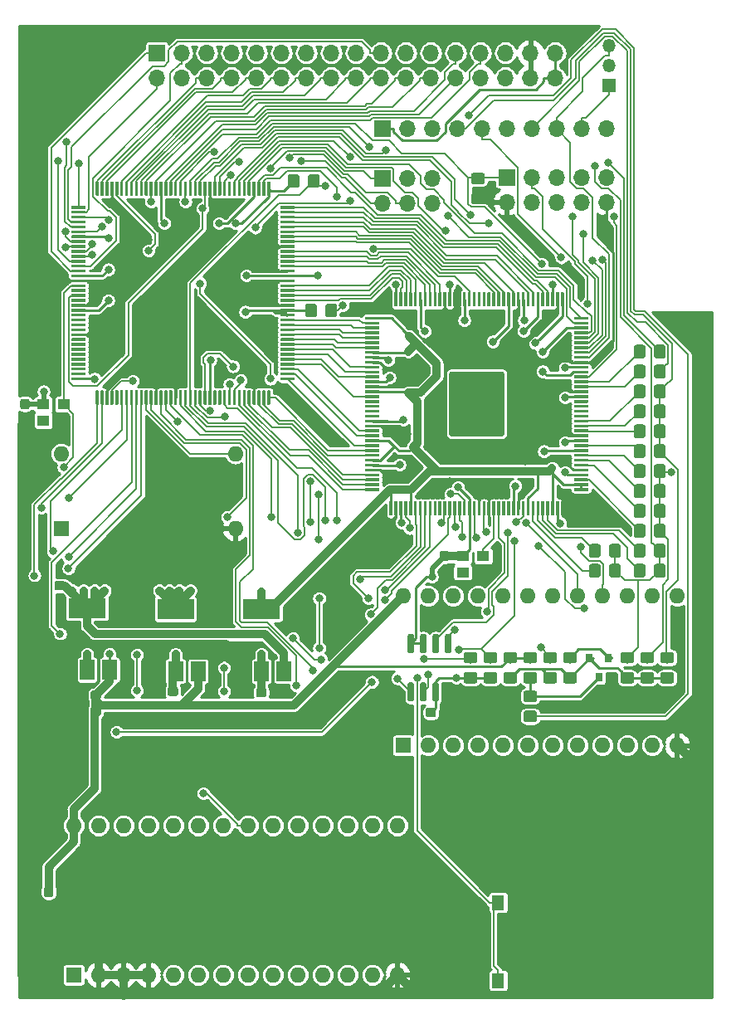
<source format=gbr>
G04 #@! TF.GenerationSoftware,KiCad,Pcbnew,(5.1.2-1)-1*
G04 #@! TF.CreationDate,2020-07-05T10:41:52+01:00*
G04 #@! TF.ProjectId,MZ80-80CLR,4d5a3830-2d38-4304-934c-522e6b696361,rev?*
G04 #@! TF.SameCoordinates,Original*
G04 #@! TF.FileFunction,Copper,L1,Top*
G04 #@! TF.FilePolarity,Positive*
%FSLAX46Y46*%
G04 Gerber Fmt 4.6, Leading zero omitted, Abs format (unit mm)*
G04 Created by KiCad (PCBNEW (5.1.2-1)-1) date 2020-07-05 10:41:52*
%MOMM*%
%LPD*%
G04 APERTURE LIST*
%ADD10R,1.300000X1.550000*%
%ADD11R,0.800000X0.900000*%
%ADD12C,0.100000*%
%ADD13C,5.615000*%
%ADD14C,0.300000*%
%ADD15O,1.700000X1.700000*%
%ADD16R,1.700000X1.700000*%
%ADD17O,1.600000X1.600000*%
%ADD18R,1.600000X1.600000*%
%ADD19C,0.950000*%
%ADD20R,1.500000X2.000000*%
%ADD21R,3.800000X2.000000*%
%ADD22R,1.300000X1.100000*%
%ADD23C,0.600000*%
%ADD24C,1.150000*%
%ADD25O,1.350000X1.350000*%
%ADD26R,1.350000X1.350000*%
%ADD27C,0.800000*%
%ADD28C,0.254000*%
%ADD29C,0.812800*%
%ADD30C,0.508000*%
%ADD31C,0.152400*%
G04 APERTURE END LIST*
D10*
X124297000Y-122893000D03*
X119797000Y-122893000D03*
X119797000Y-130853000D03*
X124297000Y-130853000D03*
D11*
X130048000Y-99933000D03*
X129098000Y-97933000D03*
X130998000Y-97933000D03*
D12*
G36*
X120177591Y-68710717D02*
G01*
X120202119Y-68714355D01*
X120226173Y-68720380D01*
X120249520Y-68728734D01*
X120271935Y-68739336D01*
X120293204Y-68752083D01*
X120313120Y-68766855D01*
X120331493Y-68783507D01*
X120348145Y-68801880D01*
X120362917Y-68821796D01*
X120375664Y-68843065D01*
X120386266Y-68865480D01*
X120394620Y-68888827D01*
X120400645Y-68912881D01*
X120404283Y-68937409D01*
X120405500Y-68962175D01*
X120405500Y-75066825D01*
X120404283Y-75091591D01*
X120400645Y-75116119D01*
X120394620Y-75140173D01*
X120386266Y-75163520D01*
X120375664Y-75185935D01*
X120362917Y-75207204D01*
X120348145Y-75227120D01*
X120331493Y-75245493D01*
X120313120Y-75262145D01*
X120293204Y-75276917D01*
X120271935Y-75289664D01*
X120249520Y-75300266D01*
X120226173Y-75308620D01*
X120202119Y-75314645D01*
X120177591Y-75318283D01*
X120152825Y-75319500D01*
X115043175Y-75319500D01*
X115018409Y-75318283D01*
X114993881Y-75314645D01*
X114969827Y-75308620D01*
X114946480Y-75300266D01*
X114924065Y-75289664D01*
X114902796Y-75276917D01*
X114882880Y-75262145D01*
X114864507Y-75245493D01*
X114847855Y-75227120D01*
X114833083Y-75207204D01*
X114820336Y-75185935D01*
X114809734Y-75163520D01*
X114801380Y-75140173D01*
X114795355Y-75116119D01*
X114791717Y-75091591D01*
X114790500Y-75066825D01*
X114790500Y-68962175D01*
X114791717Y-68937409D01*
X114795355Y-68912881D01*
X114801380Y-68888827D01*
X114809734Y-68865480D01*
X114820336Y-68843065D01*
X114833083Y-68821796D01*
X114847855Y-68801880D01*
X114864507Y-68783507D01*
X114882880Y-68766855D01*
X114902796Y-68752083D01*
X114924065Y-68739336D01*
X114946480Y-68728734D01*
X114969827Y-68720380D01*
X114993881Y-68714355D01*
X115018409Y-68710717D01*
X115043175Y-68709500D01*
X120152825Y-68709500D01*
X120177591Y-68710717D01*
X120177591Y-68710717D01*
G37*
D13*
X117598000Y-72014500D03*
D12*
G36*
X108930351Y-81939861D02*
G01*
X108937632Y-81940941D01*
X108944771Y-81942729D01*
X108951701Y-81945209D01*
X108958355Y-81948356D01*
X108964668Y-81952140D01*
X108970579Y-81956524D01*
X108976033Y-81961467D01*
X108980976Y-81966921D01*
X108985360Y-81972832D01*
X108989144Y-81979145D01*
X108992291Y-81985799D01*
X108994771Y-81992729D01*
X108996559Y-81999868D01*
X108997639Y-82007149D01*
X108998000Y-82014500D01*
X108998000Y-83339500D01*
X108997639Y-83346851D01*
X108996559Y-83354132D01*
X108994771Y-83361271D01*
X108992291Y-83368201D01*
X108989144Y-83374855D01*
X108985360Y-83381168D01*
X108980976Y-83387079D01*
X108976033Y-83392533D01*
X108970579Y-83397476D01*
X108964668Y-83401860D01*
X108958355Y-83405644D01*
X108951701Y-83408791D01*
X108944771Y-83411271D01*
X108937632Y-83413059D01*
X108930351Y-83414139D01*
X108923000Y-83414500D01*
X108773000Y-83414500D01*
X108765649Y-83414139D01*
X108758368Y-83413059D01*
X108751229Y-83411271D01*
X108744299Y-83408791D01*
X108737645Y-83405644D01*
X108731332Y-83401860D01*
X108725421Y-83397476D01*
X108719967Y-83392533D01*
X108715024Y-83387079D01*
X108710640Y-83381168D01*
X108706856Y-83374855D01*
X108703709Y-83368201D01*
X108701229Y-83361271D01*
X108699441Y-83354132D01*
X108698361Y-83346851D01*
X108698000Y-83339500D01*
X108698000Y-82014500D01*
X108698361Y-82007149D01*
X108699441Y-81999868D01*
X108701229Y-81992729D01*
X108703709Y-81985799D01*
X108706856Y-81979145D01*
X108710640Y-81972832D01*
X108715024Y-81966921D01*
X108719967Y-81961467D01*
X108725421Y-81956524D01*
X108731332Y-81952140D01*
X108737645Y-81948356D01*
X108744299Y-81945209D01*
X108751229Y-81942729D01*
X108758368Y-81940941D01*
X108765649Y-81939861D01*
X108773000Y-81939500D01*
X108923000Y-81939500D01*
X108930351Y-81939861D01*
X108930351Y-81939861D01*
G37*
D14*
X108848000Y-82677000D03*
D12*
G36*
X109430351Y-81939861D02*
G01*
X109437632Y-81940941D01*
X109444771Y-81942729D01*
X109451701Y-81945209D01*
X109458355Y-81948356D01*
X109464668Y-81952140D01*
X109470579Y-81956524D01*
X109476033Y-81961467D01*
X109480976Y-81966921D01*
X109485360Y-81972832D01*
X109489144Y-81979145D01*
X109492291Y-81985799D01*
X109494771Y-81992729D01*
X109496559Y-81999868D01*
X109497639Y-82007149D01*
X109498000Y-82014500D01*
X109498000Y-83339500D01*
X109497639Y-83346851D01*
X109496559Y-83354132D01*
X109494771Y-83361271D01*
X109492291Y-83368201D01*
X109489144Y-83374855D01*
X109485360Y-83381168D01*
X109480976Y-83387079D01*
X109476033Y-83392533D01*
X109470579Y-83397476D01*
X109464668Y-83401860D01*
X109458355Y-83405644D01*
X109451701Y-83408791D01*
X109444771Y-83411271D01*
X109437632Y-83413059D01*
X109430351Y-83414139D01*
X109423000Y-83414500D01*
X109273000Y-83414500D01*
X109265649Y-83414139D01*
X109258368Y-83413059D01*
X109251229Y-83411271D01*
X109244299Y-83408791D01*
X109237645Y-83405644D01*
X109231332Y-83401860D01*
X109225421Y-83397476D01*
X109219967Y-83392533D01*
X109215024Y-83387079D01*
X109210640Y-83381168D01*
X109206856Y-83374855D01*
X109203709Y-83368201D01*
X109201229Y-83361271D01*
X109199441Y-83354132D01*
X109198361Y-83346851D01*
X109198000Y-83339500D01*
X109198000Y-82014500D01*
X109198361Y-82007149D01*
X109199441Y-81999868D01*
X109201229Y-81992729D01*
X109203709Y-81985799D01*
X109206856Y-81979145D01*
X109210640Y-81972832D01*
X109215024Y-81966921D01*
X109219967Y-81961467D01*
X109225421Y-81956524D01*
X109231332Y-81952140D01*
X109237645Y-81948356D01*
X109244299Y-81945209D01*
X109251229Y-81942729D01*
X109258368Y-81940941D01*
X109265649Y-81939861D01*
X109273000Y-81939500D01*
X109423000Y-81939500D01*
X109430351Y-81939861D01*
X109430351Y-81939861D01*
G37*
D14*
X109348000Y-82677000D03*
D12*
G36*
X109930351Y-81939861D02*
G01*
X109937632Y-81940941D01*
X109944771Y-81942729D01*
X109951701Y-81945209D01*
X109958355Y-81948356D01*
X109964668Y-81952140D01*
X109970579Y-81956524D01*
X109976033Y-81961467D01*
X109980976Y-81966921D01*
X109985360Y-81972832D01*
X109989144Y-81979145D01*
X109992291Y-81985799D01*
X109994771Y-81992729D01*
X109996559Y-81999868D01*
X109997639Y-82007149D01*
X109998000Y-82014500D01*
X109998000Y-83339500D01*
X109997639Y-83346851D01*
X109996559Y-83354132D01*
X109994771Y-83361271D01*
X109992291Y-83368201D01*
X109989144Y-83374855D01*
X109985360Y-83381168D01*
X109980976Y-83387079D01*
X109976033Y-83392533D01*
X109970579Y-83397476D01*
X109964668Y-83401860D01*
X109958355Y-83405644D01*
X109951701Y-83408791D01*
X109944771Y-83411271D01*
X109937632Y-83413059D01*
X109930351Y-83414139D01*
X109923000Y-83414500D01*
X109773000Y-83414500D01*
X109765649Y-83414139D01*
X109758368Y-83413059D01*
X109751229Y-83411271D01*
X109744299Y-83408791D01*
X109737645Y-83405644D01*
X109731332Y-83401860D01*
X109725421Y-83397476D01*
X109719967Y-83392533D01*
X109715024Y-83387079D01*
X109710640Y-83381168D01*
X109706856Y-83374855D01*
X109703709Y-83368201D01*
X109701229Y-83361271D01*
X109699441Y-83354132D01*
X109698361Y-83346851D01*
X109698000Y-83339500D01*
X109698000Y-82014500D01*
X109698361Y-82007149D01*
X109699441Y-81999868D01*
X109701229Y-81992729D01*
X109703709Y-81985799D01*
X109706856Y-81979145D01*
X109710640Y-81972832D01*
X109715024Y-81966921D01*
X109719967Y-81961467D01*
X109725421Y-81956524D01*
X109731332Y-81952140D01*
X109737645Y-81948356D01*
X109744299Y-81945209D01*
X109751229Y-81942729D01*
X109758368Y-81940941D01*
X109765649Y-81939861D01*
X109773000Y-81939500D01*
X109923000Y-81939500D01*
X109930351Y-81939861D01*
X109930351Y-81939861D01*
G37*
D14*
X109848000Y-82677000D03*
D12*
G36*
X110430351Y-81939861D02*
G01*
X110437632Y-81940941D01*
X110444771Y-81942729D01*
X110451701Y-81945209D01*
X110458355Y-81948356D01*
X110464668Y-81952140D01*
X110470579Y-81956524D01*
X110476033Y-81961467D01*
X110480976Y-81966921D01*
X110485360Y-81972832D01*
X110489144Y-81979145D01*
X110492291Y-81985799D01*
X110494771Y-81992729D01*
X110496559Y-81999868D01*
X110497639Y-82007149D01*
X110498000Y-82014500D01*
X110498000Y-83339500D01*
X110497639Y-83346851D01*
X110496559Y-83354132D01*
X110494771Y-83361271D01*
X110492291Y-83368201D01*
X110489144Y-83374855D01*
X110485360Y-83381168D01*
X110480976Y-83387079D01*
X110476033Y-83392533D01*
X110470579Y-83397476D01*
X110464668Y-83401860D01*
X110458355Y-83405644D01*
X110451701Y-83408791D01*
X110444771Y-83411271D01*
X110437632Y-83413059D01*
X110430351Y-83414139D01*
X110423000Y-83414500D01*
X110273000Y-83414500D01*
X110265649Y-83414139D01*
X110258368Y-83413059D01*
X110251229Y-83411271D01*
X110244299Y-83408791D01*
X110237645Y-83405644D01*
X110231332Y-83401860D01*
X110225421Y-83397476D01*
X110219967Y-83392533D01*
X110215024Y-83387079D01*
X110210640Y-83381168D01*
X110206856Y-83374855D01*
X110203709Y-83368201D01*
X110201229Y-83361271D01*
X110199441Y-83354132D01*
X110198361Y-83346851D01*
X110198000Y-83339500D01*
X110198000Y-82014500D01*
X110198361Y-82007149D01*
X110199441Y-81999868D01*
X110201229Y-81992729D01*
X110203709Y-81985799D01*
X110206856Y-81979145D01*
X110210640Y-81972832D01*
X110215024Y-81966921D01*
X110219967Y-81961467D01*
X110225421Y-81956524D01*
X110231332Y-81952140D01*
X110237645Y-81948356D01*
X110244299Y-81945209D01*
X110251229Y-81942729D01*
X110258368Y-81940941D01*
X110265649Y-81939861D01*
X110273000Y-81939500D01*
X110423000Y-81939500D01*
X110430351Y-81939861D01*
X110430351Y-81939861D01*
G37*
D14*
X110348000Y-82677000D03*
D12*
G36*
X110930351Y-81939861D02*
G01*
X110937632Y-81940941D01*
X110944771Y-81942729D01*
X110951701Y-81945209D01*
X110958355Y-81948356D01*
X110964668Y-81952140D01*
X110970579Y-81956524D01*
X110976033Y-81961467D01*
X110980976Y-81966921D01*
X110985360Y-81972832D01*
X110989144Y-81979145D01*
X110992291Y-81985799D01*
X110994771Y-81992729D01*
X110996559Y-81999868D01*
X110997639Y-82007149D01*
X110998000Y-82014500D01*
X110998000Y-83339500D01*
X110997639Y-83346851D01*
X110996559Y-83354132D01*
X110994771Y-83361271D01*
X110992291Y-83368201D01*
X110989144Y-83374855D01*
X110985360Y-83381168D01*
X110980976Y-83387079D01*
X110976033Y-83392533D01*
X110970579Y-83397476D01*
X110964668Y-83401860D01*
X110958355Y-83405644D01*
X110951701Y-83408791D01*
X110944771Y-83411271D01*
X110937632Y-83413059D01*
X110930351Y-83414139D01*
X110923000Y-83414500D01*
X110773000Y-83414500D01*
X110765649Y-83414139D01*
X110758368Y-83413059D01*
X110751229Y-83411271D01*
X110744299Y-83408791D01*
X110737645Y-83405644D01*
X110731332Y-83401860D01*
X110725421Y-83397476D01*
X110719967Y-83392533D01*
X110715024Y-83387079D01*
X110710640Y-83381168D01*
X110706856Y-83374855D01*
X110703709Y-83368201D01*
X110701229Y-83361271D01*
X110699441Y-83354132D01*
X110698361Y-83346851D01*
X110698000Y-83339500D01*
X110698000Y-82014500D01*
X110698361Y-82007149D01*
X110699441Y-81999868D01*
X110701229Y-81992729D01*
X110703709Y-81985799D01*
X110706856Y-81979145D01*
X110710640Y-81972832D01*
X110715024Y-81966921D01*
X110719967Y-81961467D01*
X110725421Y-81956524D01*
X110731332Y-81952140D01*
X110737645Y-81948356D01*
X110744299Y-81945209D01*
X110751229Y-81942729D01*
X110758368Y-81940941D01*
X110765649Y-81939861D01*
X110773000Y-81939500D01*
X110923000Y-81939500D01*
X110930351Y-81939861D01*
X110930351Y-81939861D01*
G37*
D14*
X110848000Y-82677000D03*
D12*
G36*
X111430351Y-81939861D02*
G01*
X111437632Y-81940941D01*
X111444771Y-81942729D01*
X111451701Y-81945209D01*
X111458355Y-81948356D01*
X111464668Y-81952140D01*
X111470579Y-81956524D01*
X111476033Y-81961467D01*
X111480976Y-81966921D01*
X111485360Y-81972832D01*
X111489144Y-81979145D01*
X111492291Y-81985799D01*
X111494771Y-81992729D01*
X111496559Y-81999868D01*
X111497639Y-82007149D01*
X111498000Y-82014500D01*
X111498000Y-83339500D01*
X111497639Y-83346851D01*
X111496559Y-83354132D01*
X111494771Y-83361271D01*
X111492291Y-83368201D01*
X111489144Y-83374855D01*
X111485360Y-83381168D01*
X111480976Y-83387079D01*
X111476033Y-83392533D01*
X111470579Y-83397476D01*
X111464668Y-83401860D01*
X111458355Y-83405644D01*
X111451701Y-83408791D01*
X111444771Y-83411271D01*
X111437632Y-83413059D01*
X111430351Y-83414139D01*
X111423000Y-83414500D01*
X111273000Y-83414500D01*
X111265649Y-83414139D01*
X111258368Y-83413059D01*
X111251229Y-83411271D01*
X111244299Y-83408791D01*
X111237645Y-83405644D01*
X111231332Y-83401860D01*
X111225421Y-83397476D01*
X111219967Y-83392533D01*
X111215024Y-83387079D01*
X111210640Y-83381168D01*
X111206856Y-83374855D01*
X111203709Y-83368201D01*
X111201229Y-83361271D01*
X111199441Y-83354132D01*
X111198361Y-83346851D01*
X111198000Y-83339500D01*
X111198000Y-82014500D01*
X111198361Y-82007149D01*
X111199441Y-81999868D01*
X111201229Y-81992729D01*
X111203709Y-81985799D01*
X111206856Y-81979145D01*
X111210640Y-81972832D01*
X111215024Y-81966921D01*
X111219967Y-81961467D01*
X111225421Y-81956524D01*
X111231332Y-81952140D01*
X111237645Y-81948356D01*
X111244299Y-81945209D01*
X111251229Y-81942729D01*
X111258368Y-81940941D01*
X111265649Y-81939861D01*
X111273000Y-81939500D01*
X111423000Y-81939500D01*
X111430351Y-81939861D01*
X111430351Y-81939861D01*
G37*
D14*
X111348000Y-82677000D03*
D12*
G36*
X111930351Y-81939861D02*
G01*
X111937632Y-81940941D01*
X111944771Y-81942729D01*
X111951701Y-81945209D01*
X111958355Y-81948356D01*
X111964668Y-81952140D01*
X111970579Y-81956524D01*
X111976033Y-81961467D01*
X111980976Y-81966921D01*
X111985360Y-81972832D01*
X111989144Y-81979145D01*
X111992291Y-81985799D01*
X111994771Y-81992729D01*
X111996559Y-81999868D01*
X111997639Y-82007149D01*
X111998000Y-82014500D01*
X111998000Y-83339500D01*
X111997639Y-83346851D01*
X111996559Y-83354132D01*
X111994771Y-83361271D01*
X111992291Y-83368201D01*
X111989144Y-83374855D01*
X111985360Y-83381168D01*
X111980976Y-83387079D01*
X111976033Y-83392533D01*
X111970579Y-83397476D01*
X111964668Y-83401860D01*
X111958355Y-83405644D01*
X111951701Y-83408791D01*
X111944771Y-83411271D01*
X111937632Y-83413059D01*
X111930351Y-83414139D01*
X111923000Y-83414500D01*
X111773000Y-83414500D01*
X111765649Y-83414139D01*
X111758368Y-83413059D01*
X111751229Y-83411271D01*
X111744299Y-83408791D01*
X111737645Y-83405644D01*
X111731332Y-83401860D01*
X111725421Y-83397476D01*
X111719967Y-83392533D01*
X111715024Y-83387079D01*
X111710640Y-83381168D01*
X111706856Y-83374855D01*
X111703709Y-83368201D01*
X111701229Y-83361271D01*
X111699441Y-83354132D01*
X111698361Y-83346851D01*
X111698000Y-83339500D01*
X111698000Y-82014500D01*
X111698361Y-82007149D01*
X111699441Y-81999868D01*
X111701229Y-81992729D01*
X111703709Y-81985799D01*
X111706856Y-81979145D01*
X111710640Y-81972832D01*
X111715024Y-81966921D01*
X111719967Y-81961467D01*
X111725421Y-81956524D01*
X111731332Y-81952140D01*
X111737645Y-81948356D01*
X111744299Y-81945209D01*
X111751229Y-81942729D01*
X111758368Y-81940941D01*
X111765649Y-81939861D01*
X111773000Y-81939500D01*
X111923000Y-81939500D01*
X111930351Y-81939861D01*
X111930351Y-81939861D01*
G37*
D14*
X111848000Y-82677000D03*
D12*
G36*
X112430351Y-81939861D02*
G01*
X112437632Y-81940941D01*
X112444771Y-81942729D01*
X112451701Y-81945209D01*
X112458355Y-81948356D01*
X112464668Y-81952140D01*
X112470579Y-81956524D01*
X112476033Y-81961467D01*
X112480976Y-81966921D01*
X112485360Y-81972832D01*
X112489144Y-81979145D01*
X112492291Y-81985799D01*
X112494771Y-81992729D01*
X112496559Y-81999868D01*
X112497639Y-82007149D01*
X112498000Y-82014500D01*
X112498000Y-83339500D01*
X112497639Y-83346851D01*
X112496559Y-83354132D01*
X112494771Y-83361271D01*
X112492291Y-83368201D01*
X112489144Y-83374855D01*
X112485360Y-83381168D01*
X112480976Y-83387079D01*
X112476033Y-83392533D01*
X112470579Y-83397476D01*
X112464668Y-83401860D01*
X112458355Y-83405644D01*
X112451701Y-83408791D01*
X112444771Y-83411271D01*
X112437632Y-83413059D01*
X112430351Y-83414139D01*
X112423000Y-83414500D01*
X112273000Y-83414500D01*
X112265649Y-83414139D01*
X112258368Y-83413059D01*
X112251229Y-83411271D01*
X112244299Y-83408791D01*
X112237645Y-83405644D01*
X112231332Y-83401860D01*
X112225421Y-83397476D01*
X112219967Y-83392533D01*
X112215024Y-83387079D01*
X112210640Y-83381168D01*
X112206856Y-83374855D01*
X112203709Y-83368201D01*
X112201229Y-83361271D01*
X112199441Y-83354132D01*
X112198361Y-83346851D01*
X112198000Y-83339500D01*
X112198000Y-82014500D01*
X112198361Y-82007149D01*
X112199441Y-81999868D01*
X112201229Y-81992729D01*
X112203709Y-81985799D01*
X112206856Y-81979145D01*
X112210640Y-81972832D01*
X112215024Y-81966921D01*
X112219967Y-81961467D01*
X112225421Y-81956524D01*
X112231332Y-81952140D01*
X112237645Y-81948356D01*
X112244299Y-81945209D01*
X112251229Y-81942729D01*
X112258368Y-81940941D01*
X112265649Y-81939861D01*
X112273000Y-81939500D01*
X112423000Y-81939500D01*
X112430351Y-81939861D01*
X112430351Y-81939861D01*
G37*
D14*
X112348000Y-82677000D03*
D12*
G36*
X112930351Y-81939861D02*
G01*
X112937632Y-81940941D01*
X112944771Y-81942729D01*
X112951701Y-81945209D01*
X112958355Y-81948356D01*
X112964668Y-81952140D01*
X112970579Y-81956524D01*
X112976033Y-81961467D01*
X112980976Y-81966921D01*
X112985360Y-81972832D01*
X112989144Y-81979145D01*
X112992291Y-81985799D01*
X112994771Y-81992729D01*
X112996559Y-81999868D01*
X112997639Y-82007149D01*
X112998000Y-82014500D01*
X112998000Y-83339500D01*
X112997639Y-83346851D01*
X112996559Y-83354132D01*
X112994771Y-83361271D01*
X112992291Y-83368201D01*
X112989144Y-83374855D01*
X112985360Y-83381168D01*
X112980976Y-83387079D01*
X112976033Y-83392533D01*
X112970579Y-83397476D01*
X112964668Y-83401860D01*
X112958355Y-83405644D01*
X112951701Y-83408791D01*
X112944771Y-83411271D01*
X112937632Y-83413059D01*
X112930351Y-83414139D01*
X112923000Y-83414500D01*
X112773000Y-83414500D01*
X112765649Y-83414139D01*
X112758368Y-83413059D01*
X112751229Y-83411271D01*
X112744299Y-83408791D01*
X112737645Y-83405644D01*
X112731332Y-83401860D01*
X112725421Y-83397476D01*
X112719967Y-83392533D01*
X112715024Y-83387079D01*
X112710640Y-83381168D01*
X112706856Y-83374855D01*
X112703709Y-83368201D01*
X112701229Y-83361271D01*
X112699441Y-83354132D01*
X112698361Y-83346851D01*
X112698000Y-83339500D01*
X112698000Y-82014500D01*
X112698361Y-82007149D01*
X112699441Y-81999868D01*
X112701229Y-81992729D01*
X112703709Y-81985799D01*
X112706856Y-81979145D01*
X112710640Y-81972832D01*
X112715024Y-81966921D01*
X112719967Y-81961467D01*
X112725421Y-81956524D01*
X112731332Y-81952140D01*
X112737645Y-81948356D01*
X112744299Y-81945209D01*
X112751229Y-81942729D01*
X112758368Y-81940941D01*
X112765649Y-81939861D01*
X112773000Y-81939500D01*
X112923000Y-81939500D01*
X112930351Y-81939861D01*
X112930351Y-81939861D01*
G37*
D14*
X112848000Y-82677000D03*
D12*
G36*
X113430351Y-81939861D02*
G01*
X113437632Y-81940941D01*
X113444771Y-81942729D01*
X113451701Y-81945209D01*
X113458355Y-81948356D01*
X113464668Y-81952140D01*
X113470579Y-81956524D01*
X113476033Y-81961467D01*
X113480976Y-81966921D01*
X113485360Y-81972832D01*
X113489144Y-81979145D01*
X113492291Y-81985799D01*
X113494771Y-81992729D01*
X113496559Y-81999868D01*
X113497639Y-82007149D01*
X113498000Y-82014500D01*
X113498000Y-83339500D01*
X113497639Y-83346851D01*
X113496559Y-83354132D01*
X113494771Y-83361271D01*
X113492291Y-83368201D01*
X113489144Y-83374855D01*
X113485360Y-83381168D01*
X113480976Y-83387079D01*
X113476033Y-83392533D01*
X113470579Y-83397476D01*
X113464668Y-83401860D01*
X113458355Y-83405644D01*
X113451701Y-83408791D01*
X113444771Y-83411271D01*
X113437632Y-83413059D01*
X113430351Y-83414139D01*
X113423000Y-83414500D01*
X113273000Y-83414500D01*
X113265649Y-83414139D01*
X113258368Y-83413059D01*
X113251229Y-83411271D01*
X113244299Y-83408791D01*
X113237645Y-83405644D01*
X113231332Y-83401860D01*
X113225421Y-83397476D01*
X113219967Y-83392533D01*
X113215024Y-83387079D01*
X113210640Y-83381168D01*
X113206856Y-83374855D01*
X113203709Y-83368201D01*
X113201229Y-83361271D01*
X113199441Y-83354132D01*
X113198361Y-83346851D01*
X113198000Y-83339500D01*
X113198000Y-82014500D01*
X113198361Y-82007149D01*
X113199441Y-81999868D01*
X113201229Y-81992729D01*
X113203709Y-81985799D01*
X113206856Y-81979145D01*
X113210640Y-81972832D01*
X113215024Y-81966921D01*
X113219967Y-81961467D01*
X113225421Y-81956524D01*
X113231332Y-81952140D01*
X113237645Y-81948356D01*
X113244299Y-81945209D01*
X113251229Y-81942729D01*
X113258368Y-81940941D01*
X113265649Y-81939861D01*
X113273000Y-81939500D01*
X113423000Y-81939500D01*
X113430351Y-81939861D01*
X113430351Y-81939861D01*
G37*
D14*
X113348000Y-82677000D03*
D12*
G36*
X113930351Y-81939861D02*
G01*
X113937632Y-81940941D01*
X113944771Y-81942729D01*
X113951701Y-81945209D01*
X113958355Y-81948356D01*
X113964668Y-81952140D01*
X113970579Y-81956524D01*
X113976033Y-81961467D01*
X113980976Y-81966921D01*
X113985360Y-81972832D01*
X113989144Y-81979145D01*
X113992291Y-81985799D01*
X113994771Y-81992729D01*
X113996559Y-81999868D01*
X113997639Y-82007149D01*
X113998000Y-82014500D01*
X113998000Y-83339500D01*
X113997639Y-83346851D01*
X113996559Y-83354132D01*
X113994771Y-83361271D01*
X113992291Y-83368201D01*
X113989144Y-83374855D01*
X113985360Y-83381168D01*
X113980976Y-83387079D01*
X113976033Y-83392533D01*
X113970579Y-83397476D01*
X113964668Y-83401860D01*
X113958355Y-83405644D01*
X113951701Y-83408791D01*
X113944771Y-83411271D01*
X113937632Y-83413059D01*
X113930351Y-83414139D01*
X113923000Y-83414500D01*
X113773000Y-83414500D01*
X113765649Y-83414139D01*
X113758368Y-83413059D01*
X113751229Y-83411271D01*
X113744299Y-83408791D01*
X113737645Y-83405644D01*
X113731332Y-83401860D01*
X113725421Y-83397476D01*
X113719967Y-83392533D01*
X113715024Y-83387079D01*
X113710640Y-83381168D01*
X113706856Y-83374855D01*
X113703709Y-83368201D01*
X113701229Y-83361271D01*
X113699441Y-83354132D01*
X113698361Y-83346851D01*
X113698000Y-83339500D01*
X113698000Y-82014500D01*
X113698361Y-82007149D01*
X113699441Y-81999868D01*
X113701229Y-81992729D01*
X113703709Y-81985799D01*
X113706856Y-81979145D01*
X113710640Y-81972832D01*
X113715024Y-81966921D01*
X113719967Y-81961467D01*
X113725421Y-81956524D01*
X113731332Y-81952140D01*
X113737645Y-81948356D01*
X113744299Y-81945209D01*
X113751229Y-81942729D01*
X113758368Y-81940941D01*
X113765649Y-81939861D01*
X113773000Y-81939500D01*
X113923000Y-81939500D01*
X113930351Y-81939861D01*
X113930351Y-81939861D01*
G37*
D14*
X113848000Y-82677000D03*
D12*
G36*
X114430351Y-81939861D02*
G01*
X114437632Y-81940941D01*
X114444771Y-81942729D01*
X114451701Y-81945209D01*
X114458355Y-81948356D01*
X114464668Y-81952140D01*
X114470579Y-81956524D01*
X114476033Y-81961467D01*
X114480976Y-81966921D01*
X114485360Y-81972832D01*
X114489144Y-81979145D01*
X114492291Y-81985799D01*
X114494771Y-81992729D01*
X114496559Y-81999868D01*
X114497639Y-82007149D01*
X114498000Y-82014500D01*
X114498000Y-83339500D01*
X114497639Y-83346851D01*
X114496559Y-83354132D01*
X114494771Y-83361271D01*
X114492291Y-83368201D01*
X114489144Y-83374855D01*
X114485360Y-83381168D01*
X114480976Y-83387079D01*
X114476033Y-83392533D01*
X114470579Y-83397476D01*
X114464668Y-83401860D01*
X114458355Y-83405644D01*
X114451701Y-83408791D01*
X114444771Y-83411271D01*
X114437632Y-83413059D01*
X114430351Y-83414139D01*
X114423000Y-83414500D01*
X114273000Y-83414500D01*
X114265649Y-83414139D01*
X114258368Y-83413059D01*
X114251229Y-83411271D01*
X114244299Y-83408791D01*
X114237645Y-83405644D01*
X114231332Y-83401860D01*
X114225421Y-83397476D01*
X114219967Y-83392533D01*
X114215024Y-83387079D01*
X114210640Y-83381168D01*
X114206856Y-83374855D01*
X114203709Y-83368201D01*
X114201229Y-83361271D01*
X114199441Y-83354132D01*
X114198361Y-83346851D01*
X114198000Y-83339500D01*
X114198000Y-82014500D01*
X114198361Y-82007149D01*
X114199441Y-81999868D01*
X114201229Y-81992729D01*
X114203709Y-81985799D01*
X114206856Y-81979145D01*
X114210640Y-81972832D01*
X114215024Y-81966921D01*
X114219967Y-81961467D01*
X114225421Y-81956524D01*
X114231332Y-81952140D01*
X114237645Y-81948356D01*
X114244299Y-81945209D01*
X114251229Y-81942729D01*
X114258368Y-81940941D01*
X114265649Y-81939861D01*
X114273000Y-81939500D01*
X114423000Y-81939500D01*
X114430351Y-81939861D01*
X114430351Y-81939861D01*
G37*
D14*
X114348000Y-82677000D03*
D12*
G36*
X114930351Y-81939861D02*
G01*
X114937632Y-81940941D01*
X114944771Y-81942729D01*
X114951701Y-81945209D01*
X114958355Y-81948356D01*
X114964668Y-81952140D01*
X114970579Y-81956524D01*
X114976033Y-81961467D01*
X114980976Y-81966921D01*
X114985360Y-81972832D01*
X114989144Y-81979145D01*
X114992291Y-81985799D01*
X114994771Y-81992729D01*
X114996559Y-81999868D01*
X114997639Y-82007149D01*
X114998000Y-82014500D01*
X114998000Y-83339500D01*
X114997639Y-83346851D01*
X114996559Y-83354132D01*
X114994771Y-83361271D01*
X114992291Y-83368201D01*
X114989144Y-83374855D01*
X114985360Y-83381168D01*
X114980976Y-83387079D01*
X114976033Y-83392533D01*
X114970579Y-83397476D01*
X114964668Y-83401860D01*
X114958355Y-83405644D01*
X114951701Y-83408791D01*
X114944771Y-83411271D01*
X114937632Y-83413059D01*
X114930351Y-83414139D01*
X114923000Y-83414500D01*
X114773000Y-83414500D01*
X114765649Y-83414139D01*
X114758368Y-83413059D01*
X114751229Y-83411271D01*
X114744299Y-83408791D01*
X114737645Y-83405644D01*
X114731332Y-83401860D01*
X114725421Y-83397476D01*
X114719967Y-83392533D01*
X114715024Y-83387079D01*
X114710640Y-83381168D01*
X114706856Y-83374855D01*
X114703709Y-83368201D01*
X114701229Y-83361271D01*
X114699441Y-83354132D01*
X114698361Y-83346851D01*
X114698000Y-83339500D01*
X114698000Y-82014500D01*
X114698361Y-82007149D01*
X114699441Y-81999868D01*
X114701229Y-81992729D01*
X114703709Y-81985799D01*
X114706856Y-81979145D01*
X114710640Y-81972832D01*
X114715024Y-81966921D01*
X114719967Y-81961467D01*
X114725421Y-81956524D01*
X114731332Y-81952140D01*
X114737645Y-81948356D01*
X114744299Y-81945209D01*
X114751229Y-81942729D01*
X114758368Y-81940941D01*
X114765649Y-81939861D01*
X114773000Y-81939500D01*
X114923000Y-81939500D01*
X114930351Y-81939861D01*
X114930351Y-81939861D01*
G37*
D14*
X114848000Y-82677000D03*
D12*
G36*
X115430351Y-81939861D02*
G01*
X115437632Y-81940941D01*
X115444771Y-81942729D01*
X115451701Y-81945209D01*
X115458355Y-81948356D01*
X115464668Y-81952140D01*
X115470579Y-81956524D01*
X115476033Y-81961467D01*
X115480976Y-81966921D01*
X115485360Y-81972832D01*
X115489144Y-81979145D01*
X115492291Y-81985799D01*
X115494771Y-81992729D01*
X115496559Y-81999868D01*
X115497639Y-82007149D01*
X115498000Y-82014500D01*
X115498000Y-83339500D01*
X115497639Y-83346851D01*
X115496559Y-83354132D01*
X115494771Y-83361271D01*
X115492291Y-83368201D01*
X115489144Y-83374855D01*
X115485360Y-83381168D01*
X115480976Y-83387079D01*
X115476033Y-83392533D01*
X115470579Y-83397476D01*
X115464668Y-83401860D01*
X115458355Y-83405644D01*
X115451701Y-83408791D01*
X115444771Y-83411271D01*
X115437632Y-83413059D01*
X115430351Y-83414139D01*
X115423000Y-83414500D01*
X115273000Y-83414500D01*
X115265649Y-83414139D01*
X115258368Y-83413059D01*
X115251229Y-83411271D01*
X115244299Y-83408791D01*
X115237645Y-83405644D01*
X115231332Y-83401860D01*
X115225421Y-83397476D01*
X115219967Y-83392533D01*
X115215024Y-83387079D01*
X115210640Y-83381168D01*
X115206856Y-83374855D01*
X115203709Y-83368201D01*
X115201229Y-83361271D01*
X115199441Y-83354132D01*
X115198361Y-83346851D01*
X115198000Y-83339500D01*
X115198000Y-82014500D01*
X115198361Y-82007149D01*
X115199441Y-81999868D01*
X115201229Y-81992729D01*
X115203709Y-81985799D01*
X115206856Y-81979145D01*
X115210640Y-81972832D01*
X115215024Y-81966921D01*
X115219967Y-81961467D01*
X115225421Y-81956524D01*
X115231332Y-81952140D01*
X115237645Y-81948356D01*
X115244299Y-81945209D01*
X115251229Y-81942729D01*
X115258368Y-81940941D01*
X115265649Y-81939861D01*
X115273000Y-81939500D01*
X115423000Y-81939500D01*
X115430351Y-81939861D01*
X115430351Y-81939861D01*
G37*
D14*
X115348000Y-82677000D03*
D12*
G36*
X115930351Y-81939861D02*
G01*
X115937632Y-81940941D01*
X115944771Y-81942729D01*
X115951701Y-81945209D01*
X115958355Y-81948356D01*
X115964668Y-81952140D01*
X115970579Y-81956524D01*
X115976033Y-81961467D01*
X115980976Y-81966921D01*
X115985360Y-81972832D01*
X115989144Y-81979145D01*
X115992291Y-81985799D01*
X115994771Y-81992729D01*
X115996559Y-81999868D01*
X115997639Y-82007149D01*
X115998000Y-82014500D01*
X115998000Y-83339500D01*
X115997639Y-83346851D01*
X115996559Y-83354132D01*
X115994771Y-83361271D01*
X115992291Y-83368201D01*
X115989144Y-83374855D01*
X115985360Y-83381168D01*
X115980976Y-83387079D01*
X115976033Y-83392533D01*
X115970579Y-83397476D01*
X115964668Y-83401860D01*
X115958355Y-83405644D01*
X115951701Y-83408791D01*
X115944771Y-83411271D01*
X115937632Y-83413059D01*
X115930351Y-83414139D01*
X115923000Y-83414500D01*
X115773000Y-83414500D01*
X115765649Y-83414139D01*
X115758368Y-83413059D01*
X115751229Y-83411271D01*
X115744299Y-83408791D01*
X115737645Y-83405644D01*
X115731332Y-83401860D01*
X115725421Y-83397476D01*
X115719967Y-83392533D01*
X115715024Y-83387079D01*
X115710640Y-83381168D01*
X115706856Y-83374855D01*
X115703709Y-83368201D01*
X115701229Y-83361271D01*
X115699441Y-83354132D01*
X115698361Y-83346851D01*
X115698000Y-83339500D01*
X115698000Y-82014500D01*
X115698361Y-82007149D01*
X115699441Y-81999868D01*
X115701229Y-81992729D01*
X115703709Y-81985799D01*
X115706856Y-81979145D01*
X115710640Y-81972832D01*
X115715024Y-81966921D01*
X115719967Y-81961467D01*
X115725421Y-81956524D01*
X115731332Y-81952140D01*
X115737645Y-81948356D01*
X115744299Y-81945209D01*
X115751229Y-81942729D01*
X115758368Y-81940941D01*
X115765649Y-81939861D01*
X115773000Y-81939500D01*
X115923000Y-81939500D01*
X115930351Y-81939861D01*
X115930351Y-81939861D01*
G37*
D14*
X115848000Y-82677000D03*
D12*
G36*
X116430351Y-81939861D02*
G01*
X116437632Y-81940941D01*
X116444771Y-81942729D01*
X116451701Y-81945209D01*
X116458355Y-81948356D01*
X116464668Y-81952140D01*
X116470579Y-81956524D01*
X116476033Y-81961467D01*
X116480976Y-81966921D01*
X116485360Y-81972832D01*
X116489144Y-81979145D01*
X116492291Y-81985799D01*
X116494771Y-81992729D01*
X116496559Y-81999868D01*
X116497639Y-82007149D01*
X116498000Y-82014500D01*
X116498000Y-83339500D01*
X116497639Y-83346851D01*
X116496559Y-83354132D01*
X116494771Y-83361271D01*
X116492291Y-83368201D01*
X116489144Y-83374855D01*
X116485360Y-83381168D01*
X116480976Y-83387079D01*
X116476033Y-83392533D01*
X116470579Y-83397476D01*
X116464668Y-83401860D01*
X116458355Y-83405644D01*
X116451701Y-83408791D01*
X116444771Y-83411271D01*
X116437632Y-83413059D01*
X116430351Y-83414139D01*
X116423000Y-83414500D01*
X116273000Y-83414500D01*
X116265649Y-83414139D01*
X116258368Y-83413059D01*
X116251229Y-83411271D01*
X116244299Y-83408791D01*
X116237645Y-83405644D01*
X116231332Y-83401860D01*
X116225421Y-83397476D01*
X116219967Y-83392533D01*
X116215024Y-83387079D01*
X116210640Y-83381168D01*
X116206856Y-83374855D01*
X116203709Y-83368201D01*
X116201229Y-83361271D01*
X116199441Y-83354132D01*
X116198361Y-83346851D01*
X116198000Y-83339500D01*
X116198000Y-82014500D01*
X116198361Y-82007149D01*
X116199441Y-81999868D01*
X116201229Y-81992729D01*
X116203709Y-81985799D01*
X116206856Y-81979145D01*
X116210640Y-81972832D01*
X116215024Y-81966921D01*
X116219967Y-81961467D01*
X116225421Y-81956524D01*
X116231332Y-81952140D01*
X116237645Y-81948356D01*
X116244299Y-81945209D01*
X116251229Y-81942729D01*
X116258368Y-81940941D01*
X116265649Y-81939861D01*
X116273000Y-81939500D01*
X116423000Y-81939500D01*
X116430351Y-81939861D01*
X116430351Y-81939861D01*
G37*
D14*
X116348000Y-82677000D03*
D12*
G36*
X116930351Y-81939861D02*
G01*
X116937632Y-81940941D01*
X116944771Y-81942729D01*
X116951701Y-81945209D01*
X116958355Y-81948356D01*
X116964668Y-81952140D01*
X116970579Y-81956524D01*
X116976033Y-81961467D01*
X116980976Y-81966921D01*
X116985360Y-81972832D01*
X116989144Y-81979145D01*
X116992291Y-81985799D01*
X116994771Y-81992729D01*
X116996559Y-81999868D01*
X116997639Y-82007149D01*
X116998000Y-82014500D01*
X116998000Y-83339500D01*
X116997639Y-83346851D01*
X116996559Y-83354132D01*
X116994771Y-83361271D01*
X116992291Y-83368201D01*
X116989144Y-83374855D01*
X116985360Y-83381168D01*
X116980976Y-83387079D01*
X116976033Y-83392533D01*
X116970579Y-83397476D01*
X116964668Y-83401860D01*
X116958355Y-83405644D01*
X116951701Y-83408791D01*
X116944771Y-83411271D01*
X116937632Y-83413059D01*
X116930351Y-83414139D01*
X116923000Y-83414500D01*
X116773000Y-83414500D01*
X116765649Y-83414139D01*
X116758368Y-83413059D01*
X116751229Y-83411271D01*
X116744299Y-83408791D01*
X116737645Y-83405644D01*
X116731332Y-83401860D01*
X116725421Y-83397476D01*
X116719967Y-83392533D01*
X116715024Y-83387079D01*
X116710640Y-83381168D01*
X116706856Y-83374855D01*
X116703709Y-83368201D01*
X116701229Y-83361271D01*
X116699441Y-83354132D01*
X116698361Y-83346851D01*
X116698000Y-83339500D01*
X116698000Y-82014500D01*
X116698361Y-82007149D01*
X116699441Y-81999868D01*
X116701229Y-81992729D01*
X116703709Y-81985799D01*
X116706856Y-81979145D01*
X116710640Y-81972832D01*
X116715024Y-81966921D01*
X116719967Y-81961467D01*
X116725421Y-81956524D01*
X116731332Y-81952140D01*
X116737645Y-81948356D01*
X116744299Y-81945209D01*
X116751229Y-81942729D01*
X116758368Y-81940941D01*
X116765649Y-81939861D01*
X116773000Y-81939500D01*
X116923000Y-81939500D01*
X116930351Y-81939861D01*
X116930351Y-81939861D01*
G37*
D14*
X116848000Y-82677000D03*
D12*
G36*
X117430351Y-81939861D02*
G01*
X117437632Y-81940941D01*
X117444771Y-81942729D01*
X117451701Y-81945209D01*
X117458355Y-81948356D01*
X117464668Y-81952140D01*
X117470579Y-81956524D01*
X117476033Y-81961467D01*
X117480976Y-81966921D01*
X117485360Y-81972832D01*
X117489144Y-81979145D01*
X117492291Y-81985799D01*
X117494771Y-81992729D01*
X117496559Y-81999868D01*
X117497639Y-82007149D01*
X117498000Y-82014500D01*
X117498000Y-83339500D01*
X117497639Y-83346851D01*
X117496559Y-83354132D01*
X117494771Y-83361271D01*
X117492291Y-83368201D01*
X117489144Y-83374855D01*
X117485360Y-83381168D01*
X117480976Y-83387079D01*
X117476033Y-83392533D01*
X117470579Y-83397476D01*
X117464668Y-83401860D01*
X117458355Y-83405644D01*
X117451701Y-83408791D01*
X117444771Y-83411271D01*
X117437632Y-83413059D01*
X117430351Y-83414139D01*
X117423000Y-83414500D01*
X117273000Y-83414500D01*
X117265649Y-83414139D01*
X117258368Y-83413059D01*
X117251229Y-83411271D01*
X117244299Y-83408791D01*
X117237645Y-83405644D01*
X117231332Y-83401860D01*
X117225421Y-83397476D01*
X117219967Y-83392533D01*
X117215024Y-83387079D01*
X117210640Y-83381168D01*
X117206856Y-83374855D01*
X117203709Y-83368201D01*
X117201229Y-83361271D01*
X117199441Y-83354132D01*
X117198361Y-83346851D01*
X117198000Y-83339500D01*
X117198000Y-82014500D01*
X117198361Y-82007149D01*
X117199441Y-81999868D01*
X117201229Y-81992729D01*
X117203709Y-81985799D01*
X117206856Y-81979145D01*
X117210640Y-81972832D01*
X117215024Y-81966921D01*
X117219967Y-81961467D01*
X117225421Y-81956524D01*
X117231332Y-81952140D01*
X117237645Y-81948356D01*
X117244299Y-81945209D01*
X117251229Y-81942729D01*
X117258368Y-81940941D01*
X117265649Y-81939861D01*
X117273000Y-81939500D01*
X117423000Y-81939500D01*
X117430351Y-81939861D01*
X117430351Y-81939861D01*
G37*
D14*
X117348000Y-82677000D03*
D12*
G36*
X117930351Y-81939861D02*
G01*
X117937632Y-81940941D01*
X117944771Y-81942729D01*
X117951701Y-81945209D01*
X117958355Y-81948356D01*
X117964668Y-81952140D01*
X117970579Y-81956524D01*
X117976033Y-81961467D01*
X117980976Y-81966921D01*
X117985360Y-81972832D01*
X117989144Y-81979145D01*
X117992291Y-81985799D01*
X117994771Y-81992729D01*
X117996559Y-81999868D01*
X117997639Y-82007149D01*
X117998000Y-82014500D01*
X117998000Y-83339500D01*
X117997639Y-83346851D01*
X117996559Y-83354132D01*
X117994771Y-83361271D01*
X117992291Y-83368201D01*
X117989144Y-83374855D01*
X117985360Y-83381168D01*
X117980976Y-83387079D01*
X117976033Y-83392533D01*
X117970579Y-83397476D01*
X117964668Y-83401860D01*
X117958355Y-83405644D01*
X117951701Y-83408791D01*
X117944771Y-83411271D01*
X117937632Y-83413059D01*
X117930351Y-83414139D01*
X117923000Y-83414500D01*
X117773000Y-83414500D01*
X117765649Y-83414139D01*
X117758368Y-83413059D01*
X117751229Y-83411271D01*
X117744299Y-83408791D01*
X117737645Y-83405644D01*
X117731332Y-83401860D01*
X117725421Y-83397476D01*
X117719967Y-83392533D01*
X117715024Y-83387079D01*
X117710640Y-83381168D01*
X117706856Y-83374855D01*
X117703709Y-83368201D01*
X117701229Y-83361271D01*
X117699441Y-83354132D01*
X117698361Y-83346851D01*
X117698000Y-83339500D01*
X117698000Y-82014500D01*
X117698361Y-82007149D01*
X117699441Y-81999868D01*
X117701229Y-81992729D01*
X117703709Y-81985799D01*
X117706856Y-81979145D01*
X117710640Y-81972832D01*
X117715024Y-81966921D01*
X117719967Y-81961467D01*
X117725421Y-81956524D01*
X117731332Y-81952140D01*
X117737645Y-81948356D01*
X117744299Y-81945209D01*
X117751229Y-81942729D01*
X117758368Y-81940941D01*
X117765649Y-81939861D01*
X117773000Y-81939500D01*
X117923000Y-81939500D01*
X117930351Y-81939861D01*
X117930351Y-81939861D01*
G37*
D14*
X117848000Y-82677000D03*
D12*
G36*
X118430351Y-81939861D02*
G01*
X118437632Y-81940941D01*
X118444771Y-81942729D01*
X118451701Y-81945209D01*
X118458355Y-81948356D01*
X118464668Y-81952140D01*
X118470579Y-81956524D01*
X118476033Y-81961467D01*
X118480976Y-81966921D01*
X118485360Y-81972832D01*
X118489144Y-81979145D01*
X118492291Y-81985799D01*
X118494771Y-81992729D01*
X118496559Y-81999868D01*
X118497639Y-82007149D01*
X118498000Y-82014500D01*
X118498000Y-83339500D01*
X118497639Y-83346851D01*
X118496559Y-83354132D01*
X118494771Y-83361271D01*
X118492291Y-83368201D01*
X118489144Y-83374855D01*
X118485360Y-83381168D01*
X118480976Y-83387079D01*
X118476033Y-83392533D01*
X118470579Y-83397476D01*
X118464668Y-83401860D01*
X118458355Y-83405644D01*
X118451701Y-83408791D01*
X118444771Y-83411271D01*
X118437632Y-83413059D01*
X118430351Y-83414139D01*
X118423000Y-83414500D01*
X118273000Y-83414500D01*
X118265649Y-83414139D01*
X118258368Y-83413059D01*
X118251229Y-83411271D01*
X118244299Y-83408791D01*
X118237645Y-83405644D01*
X118231332Y-83401860D01*
X118225421Y-83397476D01*
X118219967Y-83392533D01*
X118215024Y-83387079D01*
X118210640Y-83381168D01*
X118206856Y-83374855D01*
X118203709Y-83368201D01*
X118201229Y-83361271D01*
X118199441Y-83354132D01*
X118198361Y-83346851D01*
X118198000Y-83339500D01*
X118198000Y-82014500D01*
X118198361Y-82007149D01*
X118199441Y-81999868D01*
X118201229Y-81992729D01*
X118203709Y-81985799D01*
X118206856Y-81979145D01*
X118210640Y-81972832D01*
X118215024Y-81966921D01*
X118219967Y-81961467D01*
X118225421Y-81956524D01*
X118231332Y-81952140D01*
X118237645Y-81948356D01*
X118244299Y-81945209D01*
X118251229Y-81942729D01*
X118258368Y-81940941D01*
X118265649Y-81939861D01*
X118273000Y-81939500D01*
X118423000Y-81939500D01*
X118430351Y-81939861D01*
X118430351Y-81939861D01*
G37*
D14*
X118348000Y-82677000D03*
D12*
G36*
X118930351Y-81939861D02*
G01*
X118937632Y-81940941D01*
X118944771Y-81942729D01*
X118951701Y-81945209D01*
X118958355Y-81948356D01*
X118964668Y-81952140D01*
X118970579Y-81956524D01*
X118976033Y-81961467D01*
X118980976Y-81966921D01*
X118985360Y-81972832D01*
X118989144Y-81979145D01*
X118992291Y-81985799D01*
X118994771Y-81992729D01*
X118996559Y-81999868D01*
X118997639Y-82007149D01*
X118998000Y-82014500D01*
X118998000Y-83339500D01*
X118997639Y-83346851D01*
X118996559Y-83354132D01*
X118994771Y-83361271D01*
X118992291Y-83368201D01*
X118989144Y-83374855D01*
X118985360Y-83381168D01*
X118980976Y-83387079D01*
X118976033Y-83392533D01*
X118970579Y-83397476D01*
X118964668Y-83401860D01*
X118958355Y-83405644D01*
X118951701Y-83408791D01*
X118944771Y-83411271D01*
X118937632Y-83413059D01*
X118930351Y-83414139D01*
X118923000Y-83414500D01*
X118773000Y-83414500D01*
X118765649Y-83414139D01*
X118758368Y-83413059D01*
X118751229Y-83411271D01*
X118744299Y-83408791D01*
X118737645Y-83405644D01*
X118731332Y-83401860D01*
X118725421Y-83397476D01*
X118719967Y-83392533D01*
X118715024Y-83387079D01*
X118710640Y-83381168D01*
X118706856Y-83374855D01*
X118703709Y-83368201D01*
X118701229Y-83361271D01*
X118699441Y-83354132D01*
X118698361Y-83346851D01*
X118698000Y-83339500D01*
X118698000Y-82014500D01*
X118698361Y-82007149D01*
X118699441Y-81999868D01*
X118701229Y-81992729D01*
X118703709Y-81985799D01*
X118706856Y-81979145D01*
X118710640Y-81972832D01*
X118715024Y-81966921D01*
X118719967Y-81961467D01*
X118725421Y-81956524D01*
X118731332Y-81952140D01*
X118737645Y-81948356D01*
X118744299Y-81945209D01*
X118751229Y-81942729D01*
X118758368Y-81940941D01*
X118765649Y-81939861D01*
X118773000Y-81939500D01*
X118923000Y-81939500D01*
X118930351Y-81939861D01*
X118930351Y-81939861D01*
G37*
D14*
X118848000Y-82677000D03*
D12*
G36*
X119430351Y-81939861D02*
G01*
X119437632Y-81940941D01*
X119444771Y-81942729D01*
X119451701Y-81945209D01*
X119458355Y-81948356D01*
X119464668Y-81952140D01*
X119470579Y-81956524D01*
X119476033Y-81961467D01*
X119480976Y-81966921D01*
X119485360Y-81972832D01*
X119489144Y-81979145D01*
X119492291Y-81985799D01*
X119494771Y-81992729D01*
X119496559Y-81999868D01*
X119497639Y-82007149D01*
X119498000Y-82014500D01*
X119498000Y-83339500D01*
X119497639Y-83346851D01*
X119496559Y-83354132D01*
X119494771Y-83361271D01*
X119492291Y-83368201D01*
X119489144Y-83374855D01*
X119485360Y-83381168D01*
X119480976Y-83387079D01*
X119476033Y-83392533D01*
X119470579Y-83397476D01*
X119464668Y-83401860D01*
X119458355Y-83405644D01*
X119451701Y-83408791D01*
X119444771Y-83411271D01*
X119437632Y-83413059D01*
X119430351Y-83414139D01*
X119423000Y-83414500D01*
X119273000Y-83414500D01*
X119265649Y-83414139D01*
X119258368Y-83413059D01*
X119251229Y-83411271D01*
X119244299Y-83408791D01*
X119237645Y-83405644D01*
X119231332Y-83401860D01*
X119225421Y-83397476D01*
X119219967Y-83392533D01*
X119215024Y-83387079D01*
X119210640Y-83381168D01*
X119206856Y-83374855D01*
X119203709Y-83368201D01*
X119201229Y-83361271D01*
X119199441Y-83354132D01*
X119198361Y-83346851D01*
X119198000Y-83339500D01*
X119198000Y-82014500D01*
X119198361Y-82007149D01*
X119199441Y-81999868D01*
X119201229Y-81992729D01*
X119203709Y-81985799D01*
X119206856Y-81979145D01*
X119210640Y-81972832D01*
X119215024Y-81966921D01*
X119219967Y-81961467D01*
X119225421Y-81956524D01*
X119231332Y-81952140D01*
X119237645Y-81948356D01*
X119244299Y-81945209D01*
X119251229Y-81942729D01*
X119258368Y-81940941D01*
X119265649Y-81939861D01*
X119273000Y-81939500D01*
X119423000Y-81939500D01*
X119430351Y-81939861D01*
X119430351Y-81939861D01*
G37*
D14*
X119348000Y-82677000D03*
D12*
G36*
X119930351Y-81939861D02*
G01*
X119937632Y-81940941D01*
X119944771Y-81942729D01*
X119951701Y-81945209D01*
X119958355Y-81948356D01*
X119964668Y-81952140D01*
X119970579Y-81956524D01*
X119976033Y-81961467D01*
X119980976Y-81966921D01*
X119985360Y-81972832D01*
X119989144Y-81979145D01*
X119992291Y-81985799D01*
X119994771Y-81992729D01*
X119996559Y-81999868D01*
X119997639Y-82007149D01*
X119998000Y-82014500D01*
X119998000Y-83339500D01*
X119997639Y-83346851D01*
X119996559Y-83354132D01*
X119994771Y-83361271D01*
X119992291Y-83368201D01*
X119989144Y-83374855D01*
X119985360Y-83381168D01*
X119980976Y-83387079D01*
X119976033Y-83392533D01*
X119970579Y-83397476D01*
X119964668Y-83401860D01*
X119958355Y-83405644D01*
X119951701Y-83408791D01*
X119944771Y-83411271D01*
X119937632Y-83413059D01*
X119930351Y-83414139D01*
X119923000Y-83414500D01*
X119773000Y-83414500D01*
X119765649Y-83414139D01*
X119758368Y-83413059D01*
X119751229Y-83411271D01*
X119744299Y-83408791D01*
X119737645Y-83405644D01*
X119731332Y-83401860D01*
X119725421Y-83397476D01*
X119719967Y-83392533D01*
X119715024Y-83387079D01*
X119710640Y-83381168D01*
X119706856Y-83374855D01*
X119703709Y-83368201D01*
X119701229Y-83361271D01*
X119699441Y-83354132D01*
X119698361Y-83346851D01*
X119698000Y-83339500D01*
X119698000Y-82014500D01*
X119698361Y-82007149D01*
X119699441Y-81999868D01*
X119701229Y-81992729D01*
X119703709Y-81985799D01*
X119706856Y-81979145D01*
X119710640Y-81972832D01*
X119715024Y-81966921D01*
X119719967Y-81961467D01*
X119725421Y-81956524D01*
X119731332Y-81952140D01*
X119737645Y-81948356D01*
X119744299Y-81945209D01*
X119751229Y-81942729D01*
X119758368Y-81940941D01*
X119765649Y-81939861D01*
X119773000Y-81939500D01*
X119923000Y-81939500D01*
X119930351Y-81939861D01*
X119930351Y-81939861D01*
G37*
D14*
X119848000Y-82677000D03*
D12*
G36*
X120430351Y-81939861D02*
G01*
X120437632Y-81940941D01*
X120444771Y-81942729D01*
X120451701Y-81945209D01*
X120458355Y-81948356D01*
X120464668Y-81952140D01*
X120470579Y-81956524D01*
X120476033Y-81961467D01*
X120480976Y-81966921D01*
X120485360Y-81972832D01*
X120489144Y-81979145D01*
X120492291Y-81985799D01*
X120494771Y-81992729D01*
X120496559Y-81999868D01*
X120497639Y-82007149D01*
X120498000Y-82014500D01*
X120498000Y-83339500D01*
X120497639Y-83346851D01*
X120496559Y-83354132D01*
X120494771Y-83361271D01*
X120492291Y-83368201D01*
X120489144Y-83374855D01*
X120485360Y-83381168D01*
X120480976Y-83387079D01*
X120476033Y-83392533D01*
X120470579Y-83397476D01*
X120464668Y-83401860D01*
X120458355Y-83405644D01*
X120451701Y-83408791D01*
X120444771Y-83411271D01*
X120437632Y-83413059D01*
X120430351Y-83414139D01*
X120423000Y-83414500D01*
X120273000Y-83414500D01*
X120265649Y-83414139D01*
X120258368Y-83413059D01*
X120251229Y-83411271D01*
X120244299Y-83408791D01*
X120237645Y-83405644D01*
X120231332Y-83401860D01*
X120225421Y-83397476D01*
X120219967Y-83392533D01*
X120215024Y-83387079D01*
X120210640Y-83381168D01*
X120206856Y-83374855D01*
X120203709Y-83368201D01*
X120201229Y-83361271D01*
X120199441Y-83354132D01*
X120198361Y-83346851D01*
X120198000Y-83339500D01*
X120198000Y-82014500D01*
X120198361Y-82007149D01*
X120199441Y-81999868D01*
X120201229Y-81992729D01*
X120203709Y-81985799D01*
X120206856Y-81979145D01*
X120210640Y-81972832D01*
X120215024Y-81966921D01*
X120219967Y-81961467D01*
X120225421Y-81956524D01*
X120231332Y-81952140D01*
X120237645Y-81948356D01*
X120244299Y-81945209D01*
X120251229Y-81942729D01*
X120258368Y-81940941D01*
X120265649Y-81939861D01*
X120273000Y-81939500D01*
X120423000Y-81939500D01*
X120430351Y-81939861D01*
X120430351Y-81939861D01*
G37*
D14*
X120348000Y-82677000D03*
D12*
G36*
X120930351Y-81939861D02*
G01*
X120937632Y-81940941D01*
X120944771Y-81942729D01*
X120951701Y-81945209D01*
X120958355Y-81948356D01*
X120964668Y-81952140D01*
X120970579Y-81956524D01*
X120976033Y-81961467D01*
X120980976Y-81966921D01*
X120985360Y-81972832D01*
X120989144Y-81979145D01*
X120992291Y-81985799D01*
X120994771Y-81992729D01*
X120996559Y-81999868D01*
X120997639Y-82007149D01*
X120998000Y-82014500D01*
X120998000Y-83339500D01*
X120997639Y-83346851D01*
X120996559Y-83354132D01*
X120994771Y-83361271D01*
X120992291Y-83368201D01*
X120989144Y-83374855D01*
X120985360Y-83381168D01*
X120980976Y-83387079D01*
X120976033Y-83392533D01*
X120970579Y-83397476D01*
X120964668Y-83401860D01*
X120958355Y-83405644D01*
X120951701Y-83408791D01*
X120944771Y-83411271D01*
X120937632Y-83413059D01*
X120930351Y-83414139D01*
X120923000Y-83414500D01*
X120773000Y-83414500D01*
X120765649Y-83414139D01*
X120758368Y-83413059D01*
X120751229Y-83411271D01*
X120744299Y-83408791D01*
X120737645Y-83405644D01*
X120731332Y-83401860D01*
X120725421Y-83397476D01*
X120719967Y-83392533D01*
X120715024Y-83387079D01*
X120710640Y-83381168D01*
X120706856Y-83374855D01*
X120703709Y-83368201D01*
X120701229Y-83361271D01*
X120699441Y-83354132D01*
X120698361Y-83346851D01*
X120698000Y-83339500D01*
X120698000Y-82014500D01*
X120698361Y-82007149D01*
X120699441Y-81999868D01*
X120701229Y-81992729D01*
X120703709Y-81985799D01*
X120706856Y-81979145D01*
X120710640Y-81972832D01*
X120715024Y-81966921D01*
X120719967Y-81961467D01*
X120725421Y-81956524D01*
X120731332Y-81952140D01*
X120737645Y-81948356D01*
X120744299Y-81945209D01*
X120751229Y-81942729D01*
X120758368Y-81940941D01*
X120765649Y-81939861D01*
X120773000Y-81939500D01*
X120923000Y-81939500D01*
X120930351Y-81939861D01*
X120930351Y-81939861D01*
G37*
D14*
X120848000Y-82677000D03*
D12*
G36*
X121430351Y-81939861D02*
G01*
X121437632Y-81940941D01*
X121444771Y-81942729D01*
X121451701Y-81945209D01*
X121458355Y-81948356D01*
X121464668Y-81952140D01*
X121470579Y-81956524D01*
X121476033Y-81961467D01*
X121480976Y-81966921D01*
X121485360Y-81972832D01*
X121489144Y-81979145D01*
X121492291Y-81985799D01*
X121494771Y-81992729D01*
X121496559Y-81999868D01*
X121497639Y-82007149D01*
X121498000Y-82014500D01*
X121498000Y-83339500D01*
X121497639Y-83346851D01*
X121496559Y-83354132D01*
X121494771Y-83361271D01*
X121492291Y-83368201D01*
X121489144Y-83374855D01*
X121485360Y-83381168D01*
X121480976Y-83387079D01*
X121476033Y-83392533D01*
X121470579Y-83397476D01*
X121464668Y-83401860D01*
X121458355Y-83405644D01*
X121451701Y-83408791D01*
X121444771Y-83411271D01*
X121437632Y-83413059D01*
X121430351Y-83414139D01*
X121423000Y-83414500D01*
X121273000Y-83414500D01*
X121265649Y-83414139D01*
X121258368Y-83413059D01*
X121251229Y-83411271D01*
X121244299Y-83408791D01*
X121237645Y-83405644D01*
X121231332Y-83401860D01*
X121225421Y-83397476D01*
X121219967Y-83392533D01*
X121215024Y-83387079D01*
X121210640Y-83381168D01*
X121206856Y-83374855D01*
X121203709Y-83368201D01*
X121201229Y-83361271D01*
X121199441Y-83354132D01*
X121198361Y-83346851D01*
X121198000Y-83339500D01*
X121198000Y-82014500D01*
X121198361Y-82007149D01*
X121199441Y-81999868D01*
X121201229Y-81992729D01*
X121203709Y-81985799D01*
X121206856Y-81979145D01*
X121210640Y-81972832D01*
X121215024Y-81966921D01*
X121219967Y-81961467D01*
X121225421Y-81956524D01*
X121231332Y-81952140D01*
X121237645Y-81948356D01*
X121244299Y-81945209D01*
X121251229Y-81942729D01*
X121258368Y-81940941D01*
X121265649Y-81939861D01*
X121273000Y-81939500D01*
X121423000Y-81939500D01*
X121430351Y-81939861D01*
X121430351Y-81939861D01*
G37*
D14*
X121348000Y-82677000D03*
D12*
G36*
X121930351Y-81939861D02*
G01*
X121937632Y-81940941D01*
X121944771Y-81942729D01*
X121951701Y-81945209D01*
X121958355Y-81948356D01*
X121964668Y-81952140D01*
X121970579Y-81956524D01*
X121976033Y-81961467D01*
X121980976Y-81966921D01*
X121985360Y-81972832D01*
X121989144Y-81979145D01*
X121992291Y-81985799D01*
X121994771Y-81992729D01*
X121996559Y-81999868D01*
X121997639Y-82007149D01*
X121998000Y-82014500D01*
X121998000Y-83339500D01*
X121997639Y-83346851D01*
X121996559Y-83354132D01*
X121994771Y-83361271D01*
X121992291Y-83368201D01*
X121989144Y-83374855D01*
X121985360Y-83381168D01*
X121980976Y-83387079D01*
X121976033Y-83392533D01*
X121970579Y-83397476D01*
X121964668Y-83401860D01*
X121958355Y-83405644D01*
X121951701Y-83408791D01*
X121944771Y-83411271D01*
X121937632Y-83413059D01*
X121930351Y-83414139D01*
X121923000Y-83414500D01*
X121773000Y-83414500D01*
X121765649Y-83414139D01*
X121758368Y-83413059D01*
X121751229Y-83411271D01*
X121744299Y-83408791D01*
X121737645Y-83405644D01*
X121731332Y-83401860D01*
X121725421Y-83397476D01*
X121719967Y-83392533D01*
X121715024Y-83387079D01*
X121710640Y-83381168D01*
X121706856Y-83374855D01*
X121703709Y-83368201D01*
X121701229Y-83361271D01*
X121699441Y-83354132D01*
X121698361Y-83346851D01*
X121698000Y-83339500D01*
X121698000Y-82014500D01*
X121698361Y-82007149D01*
X121699441Y-81999868D01*
X121701229Y-81992729D01*
X121703709Y-81985799D01*
X121706856Y-81979145D01*
X121710640Y-81972832D01*
X121715024Y-81966921D01*
X121719967Y-81961467D01*
X121725421Y-81956524D01*
X121731332Y-81952140D01*
X121737645Y-81948356D01*
X121744299Y-81945209D01*
X121751229Y-81942729D01*
X121758368Y-81940941D01*
X121765649Y-81939861D01*
X121773000Y-81939500D01*
X121923000Y-81939500D01*
X121930351Y-81939861D01*
X121930351Y-81939861D01*
G37*
D14*
X121848000Y-82677000D03*
D12*
G36*
X122430351Y-81939861D02*
G01*
X122437632Y-81940941D01*
X122444771Y-81942729D01*
X122451701Y-81945209D01*
X122458355Y-81948356D01*
X122464668Y-81952140D01*
X122470579Y-81956524D01*
X122476033Y-81961467D01*
X122480976Y-81966921D01*
X122485360Y-81972832D01*
X122489144Y-81979145D01*
X122492291Y-81985799D01*
X122494771Y-81992729D01*
X122496559Y-81999868D01*
X122497639Y-82007149D01*
X122498000Y-82014500D01*
X122498000Y-83339500D01*
X122497639Y-83346851D01*
X122496559Y-83354132D01*
X122494771Y-83361271D01*
X122492291Y-83368201D01*
X122489144Y-83374855D01*
X122485360Y-83381168D01*
X122480976Y-83387079D01*
X122476033Y-83392533D01*
X122470579Y-83397476D01*
X122464668Y-83401860D01*
X122458355Y-83405644D01*
X122451701Y-83408791D01*
X122444771Y-83411271D01*
X122437632Y-83413059D01*
X122430351Y-83414139D01*
X122423000Y-83414500D01*
X122273000Y-83414500D01*
X122265649Y-83414139D01*
X122258368Y-83413059D01*
X122251229Y-83411271D01*
X122244299Y-83408791D01*
X122237645Y-83405644D01*
X122231332Y-83401860D01*
X122225421Y-83397476D01*
X122219967Y-83392533D01*
X122215024Y-83387079D01*
X122210640Y-83381168D01*
X122206856Y-83374855D01*
X122203709Y-83368201D01*
X122201229Y-83361271D01*
X122199441Y-83354132D01*
X122198361Y-83346851D01*
X122198000Y-83339500D01*
X122198000Y-82014500D01*
X122198361Y-82007149D01*
X122199441Y-81999868D01*
X122201229Y-81992729D01*
X122203709Y-81985799D01*
X122206856Y-81979145D01*
X122210640Y-81972832D01*
X122215024Y-81966921D01*
X122219967Y-81961467D01*
X122225421Y-81956524D01*
X122231332Y-81952140D01*
X122237645Y-81948356D01*
X122244299Y-81945209D01*
X122251229Y-81942729D01*
X122258368Y-81940941D01*
X122265649Y-81939861D01*
X122273000Y-81939500D01*
X122423000Y-81939500D01*
X122430351Y-81939861D01*
X122430351Y-81939861D01*
G37*
D14*
X122348000Y-82677000D03*
D12*
G36*
X122930351Y-81939861D02*
G01*
X122937632Y-81940941D01*
X122944771Y-81942729D01*
X122951701Y-81945209D01*
X122958355Y-81948356D01*
X122964668Y-81952140D01*
X122970579Y-81956524D01*
X122976033Y-81961467D01*
X122980976Y-81966921D01*
X122985360Y-81972832D01*
X122989144Y-81979145D01*
X122992291Y-81985799D01*
X122994771Y-81992729D01*
X122996559Y-81999868D01*
X122997639Y-82007149D01*
X122998000Y-82014500D01*
X122998000Y-83339500D01*
X122997639Y-83346851D01*
X122996559Y-83354132D01*
X122994771Y-83361271D01*
X122992291Y-83368201D01*
X122989144Y-83374855D01*
X122985360Y-83381168D01*
X122980976Y-83387079D01*
X122976033Y-83392533D01*
X122970579Y-83397476D01*
X122964668Y-83401860D01*
X122958355Y-83405644D01*
X122951701Y-83408791D01*
X122944771Y-83411271D01*
X122937632Y-83413059D01*
X122930351Y-83414139D01*
X122923000Y-83414500D01*
X122773000Y-83414500D01*
X122765649Y-83414139D01*
X122758368Y-83413059D01*
X122751229Y-83411271D01*
X122744299Y-83408791D01*
X122737645Y-83405644D01*
X122731332Y-83401860D01*
X122725421Y-83397476D01*
X122719967Y-83392533D01*
X122715024Y-83387079D01*
X122710640Y-83381168D01*
X122706856Y-83374855D01*
X122703709Y-83368201D01*
X122701229Y-83361271D01*
X122699441Y-83354132D01*
X122698361Y-83346851D01*
X122698000Y-83339500D01*
X122698000Y-82014500D01*
X122698361Y-82007149D01*
X122699441Y-81999868D01*
X122701229Y-81992729D01*
X122703709Y-81985799D01*
X122706856Y-81979145D01*
X122710640Y-81972832D01*
X122715024Y-81966921D01*
X122719967Y-81961467D01*
X122725421Y-81956524D01*
X122731332Y-81952140D01*
X122737645Y-81948356D01*
X122744299Y-81945209D01*
X122751229Y-81942729D01*
X122758368Y-81940941D01*
X122765649Y-81939861D01*
X122773000Y-81939500D01*
X122923000Y-81939500D01*
X122930351Y-81939861D01*
X122930351Y-81939861D01*
G37*
D14*
X122848000Y-82677000D03*
D12*
G36*
X123430351Y-81939861D02*
G01*
X123437632Y-81940941D01*
X123444771Y-81942729D01*
X123451701Y-81945209D01*
X123458355Y-81948356D01*
X123464668Y-81952140D01*
X123470579Y-81956524D01*
X123476033Y-81961467D01*
X123480976Y-81966921D01*
X123485360Y-81972832D01*
X123489144Y-81979145D01*
X123492291Y-81985799D01*
X123494771Y-81992729D01*
X123496559Y-81999868D01*
X123497639Y-82007149D01*
X123498000Y-82014500D01*
X123498000Y-83339500D01*
X123497639Y-83346851D01*
X123496559Y-83354132D01*
X123494771Y-83361271D01*
X123492291Y-83368201D01*
X123489144Y-83374855D01*
X123485360Y-83381168D01*
X123480976Y-83387079D01*
X123476033Y-83392533D01*
X123470579Y-83397476D01*
X123464668Y-83401860D01*
X123458355Y-83405644D01*
X123451701Y-83408791D01*
X123444771Y-83411271D01*
X123437632Y-83413059D01*
X123430351Y-83414139D01*
X123423000Y-83414500D01*
X123273000Y-83414500D01*
X123265649Y-83414139D01*
X123258368Y-83413059D01*
X123251229Y-83411271D01*
X123244299Y-83408791D01*
X123237645Y-83405644D01*
X123231332Y-83401860D01*
X123225421Y-83397476D01*
X123219967Y-83392533D01*
X123215024Y-83387079D01*
X123210640Y-83381168D01*
X123206856Y-83374855D01*
X123203709Y-83368201D01*
X123201229Y-83361271D01*
X123199441Y-83354132D01*
X123198361Y-83346851D01*
X123198000Y-83339500D01*
X123198000Y-82014500D01*
X123198361Y-82007149D01*
X123199441Y-81999868D01*
X123201229Y-81992729D01*
X123203709Y-81985799D01*
X123206856Y-81979145D01*
X123210640Y-81972832D01*
X123215024Y-81966921D01*
X123219967Y-81961467D01*
X123225421Y-81956524D01*
X123231332Y-81952140D01*
X123237645Y-81948356D01*
X123244299Y-81945209D01*
X123251229Y-81942729D01*
X123258368Y-81940941D01*
X123265649Y-81939861D01*
X123273000Y-81939500D01*
X123423000Y-81939500D01*
X123430351Y-81939861D01*
X123430351Y-81939861D01*
G37*
D14*
X123348000Y-82677000D03*
D12*
G36*
X123930351Y-81939861D02*
G01*
X123937632Y-81940941D01*
X123944771Y-81942729D01*
X123951701Y-81945209D01*
X123958355Y-81948356D01*
X123964668Y-81952140D01*
X123970579Y-81956524D01*
X123976033Y-81961467D01*
X123980976Y-81966921D01*
X123985360Y-81972832D01*
X123989144Y-81979145D01*
X123992291Y-81985799D01*
X123994771Y-81992729D01*
X123996559Y-81999868D01*
X123997639Y-82007149D01*
X123998000Y-82014500D01*
X123998000Y-83339500D01*
X123997639Y-83346851D01*
X123996559Y-83354132D01*
X123994771Y-83361271D01*
X123992291Y-83368201D01*
X123989144Y-83374855D01*
X123985360Y-83381168D01*
X123980976Y-83387079D01*
X123976033Y-83392533D01*
X123970579Y-83397476D01*
X123964668Y-83401860D01*
X123958355Y-83405644D01*
X123951701Y-83408791D01*
X123944771Y-83411271D01*
X123937632Y-83413059D01*
X123930351Y-83414139D01*
X123923000Y-83414500D01*
X123773000Y-83414500D01*
X123765649Y-83414139D01*
X123758368Y-83413059D01*
X123751229Y-83411271D01*
X123744299Y-83408791D01*
X123737645Y-83405644D01*
X123731332Y-83401860D01*
X123725421Y-83397476D01*
X123719967Y-83392533D01*
X123715024Y-83387079D01*
X123710640Y-83381168D01*
X123706856Y-83374855D01*
X123703709Y-83368201D01*
X123701229Y-83361271D01*
X123699441Y-83354132D01*
X123698361Y-83346851D01*
X123698000Y-83339500D01*
X123698000Y-82014500D01*
X123698361Y-82007149D01*
X123699441Y-81999868D01*
X123701229Y-81992729D01*
X123703709Y-81985799D01*
X123706856Y-81979145D01*
X123710640Y-81972832D01*
X123715024Y-81966921D01*
X123719967Y-81961467D01*
X123725421Y-81956524D01*
X123731332Y-81952140D01*
X123737645Y-81948356D01*
X123744299Y-81945209D01*
X123751229Y-81942729D01*
X123758368Y-81940941D01*
X123765649Y-81939861D01*
X123773000Y-81939500D01*
X123923000Y-81939500D01*
X123930351Y-81939861D01*
X123930351Y-81939861D01*
G37*
D14*
X123848000Y-82677000D03*
D12*
G36*
X124430351Y-81939861D02*
G01*
X124437632Y-81940941D01*
X124444771Y-81942729D01*
X124451701Y-81945209D01*
X124458355Y-81948356D01*
X124464668Y-81952140D01*
X124470579Y-81956524D01*
X124476033Y-81961467D01*
X124480976Y-81966921D01*
X124485360Y-81972832D01*
X124489144Y-81979145D01*
X124492291Y-81985799D01*
X124494771Y-81992729D01*
X124496559Y-81999868D01*
X124497639Y-82007149D01*
X124498000Y-82014500D01*
X124498000Y-83339500D01*
X124497639Y-83346851D01*
X124496559Y-83354132D01*
X124494771Y-83361271D01*
X124492291Y-83368201D01*
X124489144Y-83374855D01*
X124485360Y-83381168D01*
X124480976Y-83387079D01*
X124476033Y-83392533D01*
X124470579Y-83397476D01*
X124464668Y-83401860D01*
X124458355Y-83405644D01*
X124451701Y-83408791D01*
X124444771Y-83411271D01*
X124437632Y-83413059D01*
X124430351Y-83414139D01*
X124423000Y-83414500D01*
X124273000Y-83414500D01*
X124265649Y-83414139D01*
X124258368Y-83413059D01*
X124251229Y-83411271D01*
X124244299Y-83408791D01*
X124237645Y-83405644D01*
X124231332Y-83401860D01*
X124225421Y-83397476D01*
X124219967Y-83392533D01*
X124215024Y-83387079D01*
X124210640Y-83381168D01*
X124206856Y-83374855D01*
X124203709Y-83368201D01*
X124201229Y-83361271D01*
X124199441Y-83354132D01*
X124198361Y-83346851D01*
X124198000Y-83339500D01*
X124198000Y-82014500D01*
X124198361Y-82007149D01*
X124199441Y-81999868D01*
X124201229Y-81992729D01*
X124203709Y-81985799D01*
X124206856Y-81979145D01*
X124210640Y-81972832D01*
X124215024Y-81966921D01*
X124219967Y-81961467D01*
X124225421Y-81956524D01*
X124231332Y-81952140D01*
X124237645Y-81948356D01*
X124244299Y-81945209D01*
X124251229Y-81942729D01*
X124258368Y-81940941D01*
X124265649Y-81939861D01*
X124273000Y-81939500D01*
X124423000Y-81939500D01*
X124430351Y-81939861D01*
X124430351Y-81939861D01*
G37*
D14*
X124348000Y-82677000D03*
D12*
G36*
X124930351Y-81939861D02*
G01*
X124937632Y-81940941D01*
X124944771Y-81942729D01*
X124951701Y-81945209D01*
X124958355Y-81948356D01*
X124964668Y-81952140D01*
X124970579Y-81956524D01*
X124976033Y-81961467D01*
X124980976Y-81966921D01*
X124985360Y-81972832D01*
X124989144Y-81979145D01*
X124992291Y-81985799D01*
X124994771Y-81992729D01*
X124996559Y-81999868D01*
X124997639Y-82007149D01*
X124998000Y-82014500D01*
X124998000Y-83339500D01*
X124997639Y-83346851D01*
X124996559Y-83354132D01*
X124994771Y-83361271D01*
X124992291Y-83368201D01*
X124989144Y-83374855D01*
X124985360Y-83381168D01*
X124980976Y-83387079D01*
X124976033Y-83392533D01*
X124970579Y-83397476D01*
X124964668Y-83401860D01*
X124958355Y-83405644D01*
X124951701Y-83408791D01*
X124944771Y-83411271D01*
X124937632Y-83413059D01*
X124930351Y-83414139D01*
X124923000Y-83414500D01*
X124773000Y-83414500D01*
X124765649Y-83414139D01*
X124758368Y-83413059D01*
X124751229Y-83411271D01*
X124744299Y-83408791D01*
X124737645Y-83405644D01*
X124731332Y-83401860D01*
X124725421Y-83397476D01*
X124719967Y-83392533D01*
X124715024Y-83387079D01*
X124710640Y-83381168D01*
X124706856Y-83374855D01*
X124703709Y-83368201D01*
X124701229Y-83361271D01*
X124699441Y-83354132D01*
X124698361Y-83346851D01*
X124698000Y-83339500D01*
X124698000Y-82014500D01*
X124698361Y-82007149D01*
X124699441Y-81999868D01*
X124701229Y-81992729D01*
X124703709Y-81985799D01*
X124706856Y-81979145D01*
X124710640Y-81972832D01*
X124715024Y-81966921D01*
X124719967Y-81961467D01*
X124725421Y-81956524D01*
X124731332Y-81952140D01*
X124737645Y-81948356D01*
X124744299Y-81945209D01*
X124751229Y-81942729D01*
X124758368Y-81940941D01*
X124765649Y-81939861D01*
X124773000Y-81939500D01*
X124923000Y-81939500D01*
X124930351Y-81939861D01*
X124930351Y-81939861D01*
G37*
D14*
X124848000Y-82677000D03*
D12*
G36*
X125430351Y-81939861D02*
G01*
X125437632Y-81940941D01*
X125444771Y-81942729D01*
X125451701Y-81945209D01*
X125458355Y-81948356D01*
X125464668Y-81952140D01*
X125470579Y-81956524D01*
X125476033Y-81961467D01*
X125480976Y-81966921D01*
X125485360Y-81972832D01*
X125489144Y-81979145D01*
X125492291Y-81985799D01*
X125494771Y-81992729D01*
X125496559Y-81999868D01*
X125497639Y-82007149D01*
X125498000Y-82014500D01*
X125498000Y-83339500D01*
X125497639Y-83346851D01*
X125496559Y-83354132D01*
X125494771Y-83361271D01*
X125492291Y-83368201D01*
X125489144Y-83374855D01*
X125485360Y-83381168D01*
X125480976Y-83387079D01*
X125476033Y-83392533D01*
X125470579Y-83397476D01*
X125464668Y-83401860D01*
X125458355Y-83405644D01*
X125451701Y-83408791D01*
X125444771Y-83411271D01*
X125437632Y-83413059D01*
X125430351Y-83414139D01*
X125423000Y-83414500D01*
X125273000Y-83414500D01*
X125265649Y-83414139D01*
X125258368Y-83413059D01*
X125251229Y-83411271D01*
X125244299Y-83408791D01*
X125237645Y-83405644D01*
X125231332Y-83401860D01*
X125225421Y-83397476D01*
X125219967Y-83392533D01*
X125215024Y-83387079D01*
X125210640Y-83381168D01*
X125206856Y-83374855D01*
X125203709Y-83368201D01*
X125201229Y-83361271D01*
X125199441Y-83354132D01*
X125198361Y-83346851D01*
X125198000Y-83339500D01*
X125198000Y-82014500D01*
X125198361Y-82007149D01*
X125199441Y-81999868D01*
X125201229Y-81992729D01*
X125203709Y-81985799D01*
X125206856Y-81979145D01*
X125210640Y-81972832D01*
X125215024Y-81966921D01*
X125219967Y-81961467D01*
X125225421Y-81956524D01*
X125231332Y-81952140D01*
X125237645Y-81948356D01*
X125244299Y-81945209D01*
X125251229Y-81942729D01*
X125258368Y-81940941D01*
X125265649Y-81939861D01*
X125273000Y-81939500D01*
X125423000Y-81939500D01*
X125430351Y-81939861D01*
X125430351Y-81939861D01*
G37*
D14*
X125348000Y-82677000D03*
D12*
G36*
X125930351Y-81939861D02*
G01*
X125937632Y-81940941D01*
X125944771Y-81942729D01*
X125951701Y-81945209D01*
X125958355Y-81948356D01*
X125964668Y-81952140D01*
X125970579Y-81956524D01*
X125976033Y-81961467D01*
X125980976Y-81966921D01*
X125985360Y-81972832D01*
X125989144Y-81979145D01*
X125992291Y-81985799D01*
X125994771Y-81992729D01*
X125996559Y-81999868D01*
X125997639Y-82007149D01*
X125998000Y-82014500D01*
X125998000Y-83339500D01*
X125997639Y-83346851D01*
X125996559Y-83354132D01*
X125994771Y-83361271D01*
X125992291Y-83368201D01*
X125989144Y-83374855D01*
X125985360Y-83381168D01*
X125980976Y-83387079D01*
X125976033Y-83392533D01*
X125970579Y-83397476D01*
X125964668Y-83401860D01*
X125958355Y-83405644D01*
X125951701Y-83408791D01*
X125944771Y-83411271D01*
X125937632Y-83413059D01*
X125930351Y-83414139D01*
X125923000Y-83414500D01*
X125773000Y-83414500D01*
X125765649Y-83414139D01*
X125758368Y-83413059D01*
X125751229Y-83411271D01*
X125744299Y-83408791D01*
X125737645Y-83405644D01*
X125731332Y-83401860D01*
X125725421Y-83397476D01*
X125719967Y-83392533D01*
X125715024Y-83387079D01*
X125710640Y-83381168D01*
X125706856Y-83374855D01*
X125703709Y-83368201D01*
X125701229Y-83361271D01*
X125699441Y-83354132D01*
X125698361Y-83346851D01*
X125698000Y-83339500D01*
X125698000Y-82014500D01*
X125698361Y-82007149D01*
X125699441Y-81999868D01*
X125701229Y-81992729D01*
X125703709Y-81985799D01*
X125706856Y-81979145D01*
X125710640Y-81972832D01*
X125715024Y-81966921D01*
X125719967Y-81961467D01*
X125725421Y-81956524D01*
X125731332Y-81952140D01*
X125737645Y-81948356D01*
X125744299Y-81945209D01*
X125751229Y-81942729D01*
X125758368Y-81940941D01*
X125765649Y-81939861D01*
X125773000Y-81939500D01*
X125923000Y-81939500D01*
X125930351Y-81939861D01*
X125930351Y-81939861D01*
G37*
D14*
X125848000Y-82677000D03*
D12*
G36*
X126430351Y-81939861D02*
G01*
X126437632Y-81940941D01*
X126444771Y-81942729D01*
X126451701Y-81945209D01*
X126458355Y-81948356D01*
X126464668Y-81952140D01*
X126470579Y-81956524D01*
X126476033Y-81961467D01*
X126480976Y-81966921D01*
X126485360Y-81972832D01*
X126489144Y-81979145D01*
X126492291Y-81985799D01*
X126494771Y-81992729D01*
X126496559Y-81999868D01*
X126497639Y-82007149D01*
X126498000Y-82014500D01*
X126498000Y-83339500D01*
X126497639Y-83346851D01*
X126496559Y-83354132D01*
X126494771Y-83361271D01*
X126492291Y-83368201D01*
X126489144Y-83374855D01*
X126485360Y-83381168D01*
X126480976Y-83387079D01*
X126476033Y-83392533D01*
X126470579Y-83397476D01*
X126464668Y-83401860D01*
X126458355Y-83405644D01*
X126451701Y-83408791D01*
X126444771Y-83411271D01*
X126437632Y-83413059D01*
X126430351Y-83414139D01*
X126423000Y-83414500D01*
X126273000Y-83414500D01*
X126265649Y-83414139D01*
X126258368Y-83413059D01*
X126251229Y-83411271D01*
X126244299Y-83408791D01*
X126237645Y-83405644D01*
X126231332Y-83401860D01*
X126225421Y-83397476D01*
X126219967Y-83392533D01*
X126215024Y-83387079D01*
X126210640Y-83381168D01*
X126206856Y-83374855D01*
X126203709Y-83368201D01*
X126201229Y-83361271D01*
X126199441Y-83354132D01*
X126198361Y-83346851D01*
X126198000Y-83339500D01*
X126198000Y-82014500D01*
X126198361Y-82007149D01*
X126199441Y-81999868D01*
X126201229Y-81992729D01*
X126203709Y-81985799D01*
X126206856Y-81979145D01*
X126210640Y-81972832D01*
X126215024Y-81966921D01*
X126219967Y-81961467D01*
X126225421Y-81956524D01*
X126231332Y-81952140D01*
X126237645Y-81948356D01*
X126244299Y-81945209D01*
X126251229Y-81942729D01*
X126258368Y-81940941D01*
X126265649Y-81939861D01*
X126273000Y-81939500D01*
X126423000Y-81939500D01*
X126430351Y-81939861D01*
X126430351Y-81939861D01*
G37*
D14*
X126348000Y-82677000D03*
D12*
G36*
X128930351Y-80614861D02*
G01*
X128937632Y-80615941D01*
X128944771Y-80617729D01*
X128951701Y-80620209D01*
X128958355Y-80623356D01*
X128964668Y-80627140D01*
X128970579Y-80631524D01*
X128976033Y-80636467D01*
X128980976Y-80641921D01*
X128985360Y-80647832D01*
X128989144Y-80654145D01*
X128992291Y-80660799D01*
X128994771Y-80667729D01*
X128996559Y-80674868D01*
X128997639Y-80682149D01*
X128998000Y-80689500D01*
X128998000Y-80839500D01*
X128997639Y-80846851D01*
X128996559Y-80854132D01*
X128994771Y-80861271D01*
X128992291Y-80868201D01*
X128989144Y-80874855D01*
X128985360Y-80881168D01*
X128980976Y-80887079D01*
X128976033Y-80892533D01*
X128970579Y-80897476D01*
X128964668Y-80901860D01*
X128958355Y-80905644D01*
X128951701Y-80908791D01*
X128944771Y-80911271D01*
X128937632Y-80913059D01*
X128930351Y-80914139D01*
X128923000Y-80914500D01*
X127598000Y-80914500D01*
X127590649Y-80914139D01*
X127583368Y-80913059D01*
X127576229Y-80911271D01*
X127569299Y-80908791D01*
X127562645Y-80905644D01*
X127556332Y-80901860D01*
X127550421Y-80897476D01*
X127544967Y-80892533D01*
X127540024Y-80887079D01*
X127535640Y-80881168D01*
X127531856Y-80874855D01*
X127528709Y-80868201D01*
X127526229Y-80861271D01*
X127524441Y-80854132D01*
X127523361Y-80846851D01*
X127523000Y-80839500D01*
X127523000Y-80689500D01*
X127523361Y-80682149D01*
X127524441Y-80674868D01*
X127526229Y-80667729D01*
X127528709Y-80660799D01*
X127531856Y-80654145D01*
X127535640Y-80647832D01*
X127540024Y-80641921D01*
X127544967Y-80636467D01*
X127550421Y-80631524D01*
X127556332Y-80627140D01*
X127562645Y-80623356D01*
X127569299Y-80620209D01*
X127576229Y-80617729D01*
X127583368Y-80615941D01*
X127590649Y-80614861D01*
X127598000Y-80614500D01*
X128923000Y-80614500D01*
X128930351Y-80614861D01*
X128930351Y-80614861D01*
G37*
D14*
X128260500Y-80764500D03*
D12*
G36*
X128930351Y-80114861D02*
G01*
X128937632Y-80115941D01*
X128944771Y-80117729D01*
X128951701Y-80120209D01*
X128958355Y-80123356D01*
X128964668Y-80127140D01*
X128970579Y-80131524D01*
X128976033Y-80136467D01*
X128980976Y-80141921D01*
X128985360Y-80147832D01*
X128989144Y-80154145D01*
X128992291Y-80160799D01*
X128994771Y-80167729D01*
X128996559Y-80174868D01*
X128997639Y-80182149D01*
X128998000Y-80189500D01*
X128998000Y-80339500D01*
X128997639Y-80346851D01*
X128996559Y-80354132D01*
X128994771Y-80361271D01*
X128992291Y-80368201D01*
X128989144Y-80374855D01*
X128985360Y-80381168D01*
X128980976Y-80387079D01*
X128976033Y-80392533D01*
X128970579Y-80397476D01*
X128964668Y-80401860D01*
X128958355Y-80405644D01*
X128951701Y-80408791D01*
X128944771Y-80411271D01*
X128937632Y-80413059D01*
X128930351Y-80414139D01*
X128923000Y-80414500D01*
X127598000Y-80414500D01*
X127590649Y-80414139D01*
X127583368Y-80413059D01*
X127576229Y-80411271D01*
X127569299Y-80408791D01*
X127562645Y-80405644D01*
X127556332Y-80401860D01*
X127550421Y-80397476D01*
X127544967Y-80392533D01*
X127540024Y-80387079D01*
X127535640Y-80381168D01*
X127531856Y-80374855D01*
X127528709Y-80368201D01*
X127526229Y-80361271D01*
X127524441Y-80354132D01*
X127523361Y-80346851D01*
X127523000Y-80339500D01*
X127523000Y-80189500D01*
X127523361Y-80182149D01*
X127524441Y-80174868D01*
X127526229Y-80167729D01*
X127528709Y-80160799D01*
X127531856Y-80154145D01*
X127535640Y-80147832D01*
X127540024Y-80141921D01*
X127544967Y-80136467D01*
X127550421Y-80131524D01*
X127556332Y-80127140D01*
X127562645Y-80123356D01*
X127569299Y-80120209D01*
X127576229Y-80117729D01*
X127583368Y-80115941D01*
X127590649Y-80114861D01*
X127598000Y-80114500D01*
X128923000Y-80114500D01*
X128930351Y-80114861D01*
X128930351Y-80114861D01*
G37*
D14*
X128260500Y-80264500D03*
D12*
G36*
X128930351Y-79614861D02*
G01*
X128937632Y-79615941D01*
X128944771Y-79617729D01*
X128951701Y-79620209D01*
X128958355Y-79623356D01*
X128964668Y-79627140D01*
X128970579Y-79631524D01*
X128976033Y-79636467D01*
X128980976Y-79641921D01*
X128985360Y-79647832D01*
X128989144Y-79654145D01*
X128992291Y-79660799D01*
X128994771Y-79667729D01*
X128996559Y-79674868D01*
X128997639Y-79682149D01*
X128998000Y-79689500D01*
X128998000Y-79839500D01*
X128997639Y-79846851D01*
X128996559Y-79854132D01*
X128994771Y-79861271D01*
X128992291Y-79868201D01*
X128989144Y-79874855D01*
X128985360Y-79881168D01*
X128980976Y-79887079D01*
X128976033Y-79892533D01*
X128970579Y-79897476D01*
X128964668Y-79901860D01*
X128958355Y-79905644D01*
X128951701Y-79908791D01*
X128944771Y-79911271D01*
X128937632Y-79913059D01*
X128930351Y-79914139D01*
X128923000Y-79914500D01*
X127598000Y-79914500D01*
X127590649Y-79914139D01*
X127583368Y-79913059D01*
X127576229Y-79911271D01*
X127569299Y-79908791D01*
X127562645Y-79905644D01*
X127556332Y-79901860D01*
X127550421Y-79897476D01*
X127544967Y-79892533D01*
X127540024Y-79887079D01*
X127535640Y-79881168D01*
X127531856Y-79874855D01*
X127528709Y-79868201D01*
X127526229Y-79861271D01*
X127524441Y-79854132D01*
X127523361Y-79846851D01*
X127523000Y-79839500D01*
X127523000Y-79689500D01*
X127523361Y-79682149D01*
X127524441Y-79674868D01*
X127526229Y-79667729D01*
X127528709Y-79660799D01*
X127531856Y-79654145D01*
X127535640Y-79647832D01*
X127540024Y-79641921D01*
X127544967Y-79636467D01*
X127550421Y-79631524D01*
X127556332Y-79627140D01*
X127562645Y-79623356D01*
X127569299Y-79620209D01*
X127576229Y-79617729D01*
X127583368Y-79615941D01*
X127590649Y-79614861D01*
X127598000Y-79614500D01*
X128923000Y-79614500D01*
X128930351Y-79614861D01*
X128930351Y-79614861D01*
G37*
D14*
X128260500Y-79764500D03*
D12*
G36*
X128930351Y-79114861D02*
G01*
X128937632Y-79115941D01*
X128944771Y-79117729D01*
X128951701Y-79120209D01*
X128958355Y-79123356D01*
X128964668Y-79127140D01*
X128970579Y-79131524D01*
X128976033Y-79136467D01*
X128980976Y-79141921D01*
X128985360Y-79147832D01*
X128989144Y-79154145D01*
X128992291Y-79160799D01*
X128994771Y-79167729D01*
X128996559Y-79174868D01*
X128997639Y-79182149D01*
X128998000Y-79189500D01*
X128998000Y-79339500D01*
X128997639Y-79346851D01*
X128996559Y-79354132D01*
X128994771Y-79361271D01*
X128992291Y-79368201D01*
X128989144Y-79374855D01*
X128985360Y-79381168D01*
X128980976Y-79387079D01*
X128976033Y-79392533D01*
X128970579Y-79397476D01*
X128964668Y-79401860D01*
X128958355Y-79405644D01*
X128951701Y-79408791D01*
X128944771Y-79411271D01*
X128937632Y-79413059D01*
X128930351Y-79414139D01*
X128923000Y-79414500D01*
X127598000Y-79414500D01*
X127590649Y-79414139D01*
X127583368Y-79413059D01*
X127576229Y-79411271D01*
X127569299Y-79408791D01*
X127562645Y-79405644D01*
X127556332Y-79401860D01*
X127550421Y-79397476D01*
X127544967Y-79392533D01*
X127540024Y-79387079D01*
X127535640Y-79381168D01*
X127531856Y-79374855D01*
X127528709Y-79368201D01*
X127526229Y-79361271D01*
X127524441Y-79354132D01*
X127523361Y-79346851D01*
X127523000Y-79339500D01*
X127523000Y-79189500D01*
X127523361Y-79182149D01*
X127524441Y-79174868D01*
X127526229Y-79167729D01*
X127528709Y-79160799D01*
X127531856Y-79154145D01*
X127535640Y-79147832D01*
X127540024Y-79141921D01*
X127544967Y-79136467D01*
X127550421Y-79131524D01*
X127556332Y-79127140D01*
X127562645Y-79123356D01*
X127569299Y-79120209D01*
X127576229Y-79117729D01*
X127583368Y-79115941D01*
X127590649Y-79114861D01*
X127598000Y-79114500D01*
X128923000Y-79114500D01*
X128930351Y-79114861D01*
X128930351Y-79114861D01*
G37*
D14*
X128260500Y-79264500D03*
D12*
G36*
X128930351Y-78614861D02*
G01*
X128937632Y-78615941D01*
X128944771Y-78617729D01*
X128951701Y-78620209D01*
X128958355Y-78623356D01*
X128964668Y-78627140D01*
X128970579Y-78631524D01*
X128976033Y-78636467D01*
X128980976Y-78641921D01*
X128985360Y-78647832D01*
X128989144Y-78654145D01*
X128992291Y-78660799D01*
X128994771Y-78667729D01*
X128996559Y-78674868D01*
X128997639Y-78682149D01*
X128998000Y-78689500D01*
X128998000Y-78839500D01*
X128997639Y-78846851D01*
X128996559Y-78854132D01*
X128994771Y-78861271D01*
X128992291Y-78868201D01*
X128989144Y-78874855D01*
X128985360Y-78881168D01*
X128980976Y-78887079D01*
X128976033Y-78892533D01*
X128970579Y-78897476D01*
X128964668Y-78901860D01*
X128958355Y-78905644D01*
X128951701Y-78908791D01*
X128944771Y-78911271D01*
X128937632Y-78913059D01*
X128930351Y-78914139D01*
X128923000Y-78914500D01*
X127598000Y-78914500D01*
X127590649Y-78914139D01*
X127583368Y-78913059D01*
X127576229Y-78911271D01*
X127569299Y-78908791D01*
X127562645Y-78905644D01*
X127556332Y-78901860D01*
X127550421Y-78897476D01*
X127544967Y-78892533D01*
X127540024Y-78887079D01*
X127535640Y-78881168D01*
X127531856Y-78874855D01*
X127528709Y-78868201D01*
X127526229Y-78861271D01*
X127524441Y-78854132D01*
X127523361Y-78846851D01*
X127523000Y-78839500D01*
X127523000Y-78689500D01*
X127523361Y-78682149D01*
X127524441Y-78674868D01*
X127526229Y-78667729D01*
X127528709Y-78660799D01*
X127531856Y-78654145D01*
X127535640Y-78647832D01*
X127540024Y-78641921D01*
X127544967Y-78636467D01*
X127550421Y-78631524D01*
X127556332Y-78627140D01*
X127562645Y-78623356D01*
X127569299Y-78620209D01*
X127576229Y-78617729D01*
X127583368Y-78615941D01*
X127590649Y-78614861D01*
X127598000Y-78614500D01*
X128923000Y-78614500D01*
X128930351Y-78614861D01*
X128930351Y-78614861D01*
G37*
D14*
X128260500Y-78764500D03*
D12*
G36*
X128930351Y-78114861D02*
G01*
X128937632Y-78115941D01*
X128944771Y-78117729D01*
X128951701Y-78120209D01*
X128958355Y-78123356D01*
X128964668Y-78127140D01*
X128970579Y-78131524D01*
X128976033Y-78136467D01*
X128980976Y-78141921D01*
X128985360Y-78147832D01*
X128989144Y-78154145D01*
X128992291Y-78160799D01*
X128994771Y-78167729D01*
X128996559Y-78174868D01*
X128997639Y-78182149D01*
X128998000Y-78189500D01*
X128998000Y-78339500D01*
X128997639Y-78346851D01*
X128996559Y-78354132D01*
X128994771Y-78361271D01*
X128992291Y-78368201D01*
X128989144Y-78374855D01*
X128985360Y-78381168D01*
X128980976Y-78387079D01*
X128976033Y-78392533D01*
X128970579Y-78397476D01*
X128964668Y-78401860D01*
X128958355Y-78405644D01*
X128951701Y-78408791D01*
X128944771Y-78411271D01*
X128937632Y-78413059D01*
X128930351Y-78414139D01*
X128923000Y-78414500D01*
X127598000Y-78414500D01*
X127590649Y-78414139D01*
X127583368Y-78413059D01*
X127576229Y-78411271D01*
X127569299Y-78408791D01*
X127562645Y-78405644D01*
X127556332Y-78401860D01*
X127550421Y-78397476D01*
X127544967Y-78392533D01*
X127540024Y-78387079D01*
X127535640Y-78381168D01*
X127531856Y-78374855D01*
X127528709Y-78368201D01*
X127526229Y-78361271D01*
X127524441Y-78354132D01*
X127523361Y-78346851D01*
X127523000Y-78339500D01*
X127523000Y-78189500D01*
X127523361Y-78182149D01*
X127524441Y-78174868D01*
X127526229Y-78167729D01*
X127528709Y-78160799D01*
X127531856Y-78154145D01*
X127535640Y-78147832D01*
X127540024Y-78141921D01*
X127544967Y-78136467D01*
X127550421Y-78131524D01*
X127556332Y-78127140D01*
X127562645Y-78123356D01*
X127569299Y-78120209D01*
X127576229Y-78117729D01*
X127583368Y-78115941D01*
X127590649Y-78114861D01*
X127598000Y-78114500D01*
X128923000Y-78114500D01*
X128930351Y-78114861D01*
X128930351Y-78114861D01*
G37*
D14*
X128260500Y-78264500D03*
D12*
G36*
X128930351Y-77614861D02*
G01*
X128937632Y-77615941D01*
X128944771Y-77617729D01*
X128951701Y-77620209D01*
X128958355Y-77623356D01*
X128964668Y-77627140D01*
X128970579Y-77631524D01*
X128976033Y-77636467D01*
X128980976Y-77641921D01*
X128985360Y-77647832D01*
X128989144Y-77654145D01*
X128992291Y-77660799D01*
X128994771Y-77667729D01*
X128996559Y-77674868D01*
X128997639Y-77682149D01*
X128998000Y-77689500D01*
X128998000Y-77839500D01*
X128997639Y-77846851D01*
X128996559Y-77854132D01*
X128994771Y-77861271D01*
X128992291Y-77868201D01*
X128989144Y-77874855D01*
X128985360Y-77881168D01*
X128980976Y-77887079D01*
X128976033Y-77892533D01*
X128970579Y-77897476D01*
X128964668Y-77901860D01*
X128958355Y-77905644D01*
X128951701Y-77908791D01*
X128944771Y-77911271D01*
X128937632Y-77913059D01*
X128930351Y-77914139D01*
X128923000Y-77914500D01*
X127598000Y-77914500D01*
X127590649Y-77914139D01*
X127583368Y-77913059D01*
X127576229Y-77911271D01*
X127569299Y-77908791D01*
X127562645Y-77905644D01*
X127556332Y-77901860D01*
X127550421Y-77897476D01*
X127544967Y-77892533D01*
X127540024Y-77887079D01*
X127535640Y-77881168D01*
X127531856Y-77874855D01*
X127528709Y-77868201D01*
X127526229Y-77861271D01*
X127524441Y-77854132D01*
X127523361Y-77846851D01*
X127523000Y-77839500D01*
X127523000Y-77689500D01*
X127523361Y-77682149D01*
X127524441Y-77674868D01*
X127526229Y-77667729D01*
X127528709Y-77660799D01*
X127531856Y-77654145D01*
X127535640Y-77647832D01*
X127540024Y-77641921D01*
X127544967Y-77636467D01*
X127550421Y-77631524D01*
X127556332Y-77627140D01*
X127562645Y-77623356D01*
X127569299Y-77620209D01*
X127576229Y-77617729D01*
X127583368Y-77615941D01*
X127590649Y-77614861D01*
X127598000Y-77614500D01*
X128923000Y-77614500D01*
X128930351Y-77614861D01*
X128930351Y-77614861D01*
G37*
D14*
X128260500Y-77764500D03*
D12*
G36*
X128930351Y-77114861D02*
G01*
X128937632Y-77115941D01*
X128944771Y-77117729D01*
X128951701Y-77120209D01*
X128958355Y-77123356D01*
X128964668Y-77127140D01*
X128970579Y-77131524D01*
X128976033Y-77136467D01*
X128980976Y-77141921D01*
X128985360Y-77147832D01*
X128989144Y-77154145D01*
X128992291Y-77160799D01*
X128994771Y-77167729D01*
X128996559Y-77174868D01*
X128997639Y-77182149D01*
X128998000Y-77189500D01*
X128998000Y-77339500D01*
X128997639Y-77346851D01*
X128996559Y-77354132D01*
X128994771Y-77361271D01*
X128992291Y-77368201D01*
X128989144Y-77374855D01*
X128985360Y-77381168D01*
X128980976Y-77387079D01*
X128976033Y-77392533D01*
X128970579Y-77397476D01*
X128964668Y-77401860D01*
X128958355Y-77405644D01*
X128951701Y-77408791D01*
X128944771Y-77411271D01*
X128937632Y-77413059D01*
X128930351Y-77414139D01*
X128923000Y-77414500D01*
X127598000Y-77414500D01*
X127590649Y-77414139D01*
X127583368Y-77413059D01*
X127576229Y-77411271D01*
X127569299Y-77408791D01*
X127562645Y-77405644D01*
X127556332Y-77401860D01*
X127550421Y-77397476D01*
X127544967Y-77392533D01*
X127540024Y-77387079D01*
X127535640Y-77381168D01*
X127531856Y-77374855D01*
X127528709Y-77368201D01*
X127526229Y-77361271D01*
X127524441Y-77354132D01*
X127523361Y-77346851D01*
X127523000Y-77339500D01*
X127523000Y-77189500D01*
X127523361Y-77182149D01*
X127524441Y-77174868D01*
X127526229Y-77167729D01*
X127528709Y-77160799D01*
X127531856Y-77154145D01*
X127535640Y-77147832D01*
X127540024Y-77141921D01*
X127544967Y-77136467D01*
X127550421Y-77131524D01*
X127556332Y-77127140D01*
X127562645Y-77123356D01*
X127569299Y-77120209D01*
X127576229Y-77117729D01*
X127583368Y-77115941D01*
X127590649Y-77114861D01*
X127598000Y-77114500D01*
X128923000Y-77114500D01*
X128930351Y-77114861D01*
X128930351Y-77114861D01*
G37*
D14*
X128260500Y-77264500D03*
D12*
G36*
X128930351Y-76614861D02*
G01*
X128937632Y-76615941D01*
X128944771Y-76617729D01*
X128951701Y-76620209D01*
X128958355Y-76623356D01*
X128964668Y-76627140D01*
X128970579Y-76631524D01*
X128976033Y-76636467D01*
X128980976Y-76641921D01*
X128985360Y-76647832D01*
X128989144Y-76654145D01*
X128992291Y-76660799D01*
X128994771Y-76667729D01*
X128996559Y-76674868D01*
X128997639Y-76682149D01*
X128998000Y-76689500D01*
X128998000Y-76839500D01*
X128997639Y-76846851D01*
X128996559Y-76854132D01*
X128994771Y-76861271D01*
X128992291Y-76868201D01*
X128989144Y-76874855D01*
X128985360Y-76881168D01*
X128980976Y-76887079D01*
X128976033Y-76892533D01*
X128970579Y-76897476D01*
X128964668Y-76901860D01*
X128958355Y-76905644D01*
X128951701Y-76908791D01*
X128944771Y-76911271D01*
X128937632Y-76913059D01*
X128930351Y-76914139D01*
X128923000Y-76914500D01*
X127598000Y-76914500D01*
X127590649Y-76914139D01*
X127583368Y-76913059D01*
X127576229Y-76911271D01*
X127569299Y-76908791D01*
X127562645Y-76905644D01*
X127556332Y-76901860D01*
X127550421Y-76897476D01*
X127544967Y-76892533D01*
X127540024Y-76887079D01*
X127535640Y-76881168D01*
X127531856Y-76874855D01*
X127528709Y-76868201D01*
X127526229Y-76861271D01*
X127524441Y-76854132D01*
X127523361Y-76846851D01*
X127523000Y-76839500D01*
X127523000Y-76689500D01*
X127523361Y-76682149D01*
X127524441Y-76674868D01*
X127526229Y-76667729D01*
X127528709Y-76660799D01*
X127531856Y-76654145D01*
X127535640Y-76647832D01*
X127540024Y-76641921D01*
X127544967Y-76636467D01*
X127550421Y-76631524D01*
X127556332Y-76627140D01*
X127562645Y-76623356D01*
X127569299Y-76620209D01*
X127576229Y-76617729D01*
X127583368Y-76615941D01*
X127590649Y-76614861D01*
X127598000Y-76614500D01*
X128923000Y-76614500D01*
X128930351Y-76614861D01*
X128930351Y-76614861D01*
G37*
D14*
X128260500Y-76764500D03*
D12*
G36*
X128930351Y-76114861D02*
G01*
X128937632Y-76115941D01*
X128944771Y-76117729D01*
X128951701Y-76120209D01*
X128958355Y-76123356D01*
X128964668Y-76127140D01*
X128970579Y-76131524D01*
X128976033Y-76136467D01*
X128980976Y-76141921D01*
X128985360Y-76147832D01*
X128989144Y-76154145D01*
X128992291Y-76160799D01*
X128994771Y-76167729D01*
X128996559Y-76174868D01*
X128997639Y-76182149D01*
X128998000Y-76189500D01*
X128998000Y-76339500D01*
X128997639Y-76346851D01*
X128996559Y-76354132D01*
X128994771Y-76361271D01*
X128992291Y-76368201D01*
X128989144Y-76374855D01*
X128985360Y-76381168D01*
X128980976Y-76387079D01*
X128976033Y-76392533D01*
X128970579Y-76397476D01*
X128964668Y-76401860D01*
X128958355Y-76405644D01*
X128951701Y-76408791D01*
X128944771Y-76411271D01*
X128937632Y-76413059D01*
X128930351Y-76414139D01*
X128923000Y-76414500D01*
X127598000Y-76414500D01*
X127590649Y-76414139D01*
X127583368Y-76413059D01*
X127576229Y-76411271D01*
X127569299Y-76408791D01*
X127562645Y-76405644D01*
X127556332Y-76401860D01*
X127550421Y-76397476D01*
X127544967Y-76392533D01*
X127540024Y-76387079D01*
X127535640Y-76381168D01*
X127531856Y-76374855D01*
X127528709Y-76368201D01*
X127526229Y-76361271D01*
X127524441Y-76354132D01*
X127523361Y-76346851D01*
X127523000Y-76339500D01*
X127523000Y-76189500D01*
X127523361Y-76182149D01*
X127524441Y-76174868D01*
X127526229Y-76167729D01*
X127528709Y-76160799D01*
X127531856Y-76154145D01*
X127535640Y-76147832D01*
X127540024Y-76141921D01*
X127544967Y-76136467D01*
X127550421Y-76131524D01*
X127556332Y-76127140D01*
X127562645Y-76123356D01*
X127569299Y-76120209D01*
X127576229Y-76117729D01*
X127583368Y-76115941D01*
X127590649Y-76114861D01*
X127598000Y-76114500D01*
X128923000Y-76114500D01*
X128930351Y-76114861D01*
X128930351Y-76114861D01*
G37*
D14*
X128260500Y-76264500D03*
D12*
G36*
X128930351Y-75614861D02*
G01*
X128937632Y-75615941D01*
X128944771Y-75617729D01*
X128951701Y-75620209D01*
X128958355Y-75623356D01*
X128964668Y-75627140D01*
X128970579Y-75631524D01*
X128976033Y-75636467D01*
X128980976Y-75641921D01*
X128985360Y-75647832D01*
X128989144Y-75654145D01*
X128992291Y-75660799D01*
X128994771Y-75667729D01*
X128996559Y-75674868D01*
X128997639Y-75682149D01*
X128998000Y-75689500D01*
X128998000Y-75839500D01*
X128997639Y-75846851D01*
X128996559Y-75854132D01*
X128994771Y-75861271D01*
X128992291Y-75868201D01*
X128989144Y-75874855D01*
X128985360Y-75881168D01*
X128980976Y-75887079D01*
X128976033Y-75892533D01*
X128970579Y-75897476D01*
X128964668Y-75901860D01*
X128958355Y-75905644D01*
X128951701Y-75908791D01*
X128944771Y-75911271D01*
X128937632Y-75913059D01*
X128930351Y-75914139D01*
X128923000Y-75914500D01*
X127598000Y-75914500D01*
X127590649Y-75914139D01*
X127583368Y-75913059D01*
X127576229Y-75911271D01*
X127569299Y-75908791D01*
X127562645Y-75905644D01*
X127556332Y-75901860D01*
X127550421Y-75897476D01*
X127544967Y-75892533D01*
X127540024Y-75887079D01*
X127535640Y-75881168D01*
X127531856Y-75874855D01*
X127528709Y-75868201D01*
X127526229Y-75861271D01*
X127524441Y-75854132D01*
X127523361Y-75846851D01*
X127523000Y-75839500D01*
X127523000Y-75689500D01*
X127523361Y-75682149D01*
X127524441Y-75674868D01*
X127526229Y-75667729D01*
X127528709Y-75660799D01*
X127531856Y-75654145D01*
X127535640Y-75647832D01*
X127540024Y-75641921D01*
X127544967Y-75636467D01*
X127550421Y-75631524D01*
X127556332Y-75627140D01*
X127562645Y-75623356D01*
X127569299Y-75620209D01*
X127576229Y-75617729D01*
X127583368Y-75615941D01*
X127590649Y-75614861D01*
X127598000Y-75614500D01*
X128923000Y-75614500D01*
X128930351Y-75614861D01*
X128930351Y-75614861D01*
G37*
D14*
X128260500Y-75764500D03*
D12*
G36*
X128930351Y-75114861D02*
G01*
X128937632Y-75115941D01*
X128944771Y-75117729D01*
X128951701Y-75120209D01*
X128958355Y-75123356D01*
X128964668Y-75127140D01*
X128970579Y-75131524D01*
X128976033Y-75136467D01*
X128980976Y-75141921D01*
X128985360Y-75147832D01*
X128989144Y-75154145D01*
X128992291Y-75160799D01*
X128994771Y-75167729D01*
X128996559Y-75174868D01*
X128997639Y-75182149D01*
X128998000Y-75189500D01*
X128998000Y-75339500D01*
X128997639Y-75346851D01*
X128996559Y-75354132D01*
X128994771Y-75361271D01*
X128992291Y-75368201D01*
X128989144Y-75374855D01*
X128985360Y-75381168D01*
X128980976Y-75387079D01*
X128976033Y-75392533D01*
X128970579Y-75397476D01*
X128964668Y-75401860D01*
X128958355Y-75405644D01*
X128951701Y-75408791D01*
X128944771Y-75411271D01*
X128937632Y-75413059D01*
X128930351Y-75414139D01*
X128923000Y-75414500D01*
X127598000Y-75414500D01*
X127590649Y-75414139D01*
X127583368Y-75413059D01*
X127576229Y-75411271D01*
X127569299Y-75408791D01*
X127562645Y-75405644D01*
X127556332Y-75401860D01*
X127550421Y-75397476D01*
X127544967Y-75392533D01*
X127540024Y-75387079D01*
X127535640Y-75381168D01*
X127531856Y-75374855D01*
X127528709Y-75368201D01*
X127526229Y-75361271D01*
X127524441Y-75354132D01*
X127523361Y-75346851D01*
X127523000Y-75339500D01*
X127523000Y-75189500D01*
X127523361Y-75182149D01*
X127524441Y-75174868D01*
X127526229Y-75167729D01*
X127528709Y-75160799D01*
X127531856Y-75154145D01*
X127535640Y-75147832D01*
X127540024Y-75141921D01*
X127544967Y-75136467D01*
X127550421Y-75131524D01*
X127556332Y-75127140D01*
X127562645Y-75123356D01*
X127569299Y-75120209D01*
X127576229Y-75117729D01*
X127583368Y-75115941D01*
X127590649Y-75114861D01*
X127598000Y-75114500D01*
X128923000Y-75114500D01*
X128930351Y-75114861D01*
X128930351Y-75114861D01*
G37*
D14*
X128260500Y-75264500D03*
D12*
G36*
X128930351Y-74614861D02*
G01*
X128937632Y-74615941D01*
X128944771Y-74617729D01*
X128951701Y-74620209D01*
X128958355Y-74623356D01*
X128964668Y-74627140D01*
X128970579Y-74631524D01*
X128976033Y-74636467D01*
X128980976Y-74641921D01*
X128985360Y-74647832D01*
X128989144Y-74654145D01*
X128992291Y-74660799D01*
X128994771Y-74667729D01*
X128996559Y-74674868D01*
X128997639Y-74682149D01*
X128998000Y-74689500D01*
X128998000Y-74839500D01*
X128997639Y-74846851D01*
X128996559Y-74854132D01*
X128994771Y-74861271D01*
X128992291Y-74868201D01*
X128989144Y-74874855D01*
X128985360Y-74881168D01*
X128980976Y-74887079D01*
X128976033Y-74892533D01*
X128970579Y-74897476D01*
X128964668Y-74901860D01*
X128958355Y-74905644D01*
X128951701Y-74908791D01*
X128944771Y-74911271D01*
X128937632Y-74913059D01*
X128930351Y-74914139D01*
X128923000Y-74914500D01*
X127598000Y-74914500D01*
X127590649Y-74914139D01*
X127583368Y-74913059D01*
X127576229Y-74911271D01*
X127569299Y-74908791D01*
X127562645Y-74905644D01*
X127556332Y-74901860D01*
X127550421Y-74897476D01*
X127544967Y-74892533D01*
X127540024Y-74887079D01*
X127535640Y-74881168D01*
X127531856Y-74874855D01*
X127528709Y-74868201D01*
X127526229Y-74861271D01*
X127524441Y-74854132D01*
X127523361Y-74846851D01*
X127523000Y-74839500D01*
X127523000Y-74689500D01*
X127523361Y-74682149D01*
X127524441Y-74674868D01*
X127526229Y-74667729D01*
X127528709Y-74660799D01*
X127531856Y-74654145D01*
X127535640Y-74647832D01*
X127540024Y-74641921D01*
X127544967Y-74636467D01*
X127550421Y-74631524D01*
X127556332Y-74627140D01*
X127562645Y-74623356D01*
X127569299Y-74620209D01*
X127576229Y-74617729D01*
X127583368Y-74615941D01*
X127590649Y-74614861D01*
X127598000Y-74614500D01*
X128923000Y-74614500D01*
X128930351Y-74614861D01*
X128930351Y-74614861D01*
G37*
D14*
X128260500Y-74764500D03*
D12*
G36*
X128930351Y-74114861D02*
G01*
X128937632Y-74115941D01*
X128944771Y-74117729D01*
X128951701Y-74120209D01*
X128958355Y-74123356D01*
X128964668Y-74127140D01*
X128970579Y-74131524D01*
X128976033Y-74136467D01*
X128980976Y-74141921D01*
X128985360Y-74147832D01*
X128989144Y-74154145D01*
X128992291Y-74160799D01*
X128994771Y-74167729D01*
X128996559Y-74174868D01*
X128997639Y-74182149D01*
X128998000Y-74189500D01*
X128998000Y-74339500D01*
X128997639Y-74346851D01*
X128996559Y-74354132D01*
X128994771Y-74361271D01*
X128992291Y-74368201D01*
X128989144Y-74374855D01*
X128985360Y-74381168D01*
X128980976Y-74387079D01*
X128976033Y-74392533D01*
X128970579Y-74397476D01*
X128964668Y-74401860D01*
X128958355Y-74405644D01*
X128951701Y-74408791D01*
X128944771Y-74411271D01*
X128937632Y-74413059D01*
X128930351Y-74414139D01*
X128923000Y-74414500D01*
X127598000Y-74414500D01*
X127590649Y-74414139D01*
X127583368Y-74413059D01*
X127576229Y-74411271D01*
X127569299Y-74408791D01*
X127562645Y-74405644D01*
X127556332Y-74401860D01*
X127550421Y-74397476D01*
X127544967Y-74392533D01*
X127540024Y-74387079D01*
X127535640Y-74381168D01*
X127531856Y-74374855D01*
X127528709Y-74368201D01*
X127526229Y-74361271D01*
X127524441Y-74354132D01*
X127523361Y-74346851D01*
X127523000Y-74339500D01*
X127523000Y-74189500D01*
X127523361Y-74182149D01*
X127524441Y-74174868D01*
X127526229Y-74167729D01*
X127528709Y-74160799D01*
X127531856Y-74154145D01*
X127535640Y-74147832D01*
X127540024Y-74141921D01*
X127544967Y-74136467D01*
X127550421Y-74131524D01*
X127556332Y-74127140D01*
X127562645Y-74123356D01*
X127569299Y-74120209D01*
X127576229Y-74117729D01*
X127583368Y-74115941D01*
X127590649Y-74114861D01*
X127598000Y-74114500D01*
X128923000Y-74114500D01*
X128930351Y-74114861D01*
X128930351Y-74114861D01*
G37*
D14*
X128260500Y-74264500D03*
D12*
G36*
X128930351Y-73614861D02*
G01*
X128937632Y-73615941D01*
X128944771Y-73617729D01*
X128951701Y-73620209D01*
X128958355Y-73623356D01*
X128964668Y-73627140D01*
X128970579Y-73631524D01*
X128976033Y-73636467D01*
X128980976Y-73641921D01*
X128985360Y-73647832D01*
X128989144Y-73654145D01*
X128992291Y-73660799D01*
X128994771Y-73667729D01*
X128996559Y-73674868D01*
X128997639Y-73682149D01*
X128998000Y-73689500D01*
X128998000Y-73839500D01*
X128997639Y-73846851D01*
X128996559Y-73854132D01*
X128994771Y-73861271D01*
X128992291Y-73868201D01*
X128989144Y-73874855D01*
X128985360Y-73881168D01*
X128980976Y-73887079D01*
X128976033Y-73892533D01*
X128970579Y-73897476D01*
X128964668Y-73901860D01*
X128958355Y-73905644D01*
X128951701Y-73908791D01*
X128944771Y-73911271D01*
X128937632Y-73913059D01*
X128930351Y-73914139D01*
X128923000Y-73914500D01*
X127598000Y-73914500D01*
X127590649Y-73914139D01*
X127583368Y-73913059D01*
X127576229Y-73911271D01*
X127569299Y-73908791D01*
X127562645Y-73905644D01*
X127556332Y-73901860D01*
X127550421Y-73897476D01*
X127544967Y-73892533D01*
X127540024Y-73887079D01*
X127535640Y-73881168D01*
X127531856Y-73874855D01*
X127528709Y-73868201D01*
X127526229Y-73861271D01*
X127524441Y-73854132D01*
X127523361Y-73846851D01*
X127523000Y-73839500D01*
X127523000Y-73689500D01*
X127523361Y-73682149D01*
X127524441Y-73674868D01*
X127526229Y-73667729D01*
X127528709Y-73660799D01*
X127531856Y-73654145D01*
X127535640Y-73647832D01*
X127540024Y-73641921D01*
X127544967Y-73636467D01*
X127550421Y-73631524D01*
X127556332Y-73627140D01*
X127562645Y-73623356D01*
X127569299Y-73620209D01*
X127576229Y-73617729D01*
X127583368Y-73615941D01*
X127590649Y-73614861D01*
X127598000Y-73614500D01*
X128923000Y-73614500D01*
X128930351Y-73614861D01*
X128930351Y-73614861D01*
G37*
D14*
X128260500Y-73764500D03*
D12*
G36*
X128930351Y-73114861D02*
G01*
X128937632Y-73115941D01*
X128944771Y-73117729D01*
X128951701Y-73120209D01*
X128958355Y-73123356D01*
X128964668Y-73127140D01*
X128970579Y-73131524D01*
X128976033Y-73136467D01*
X128980976Y-73141921D01*
X128985360Y-73147832D01*
X128989144Y-73154145D01*
X128992291Y-73160799D01*
X128994771Y-73167729D01*
X128996559Y-73174868D01*
X128997639Y-73182149D01*
X128998000Y-73189500D01*
X128998000Y-73339500D01*
X128997639Y-73346851D01*
X128996559Y-73354132D01*
X128994771Y-73361271D01*
X128992291Y-73368201D01*
X128989144Y-73374855D01*
X128985360Y-73381168D01*
X128980976Y-73387079D01*
X128976033Y-73392533D01*
X128970579Y-73397476D01*
X128964668Y-73401860D01*
X128958355Y-73405644D01*
X128951701Y-73408791D01*
X128944771Y-73411271D01*
X128937632Y-73413059D01*
X128930351Y-73414139D01*
X128923000Y-73414500D01*
X127598000Y-73414500D01*
X127590649Y-73414139D01*
X127583368Y-73413059D01*
X127576229Y-73411271D01*
X127569299Y-73408791D01*
X127562645Y-73405644D01*
X127556332Y-73401860D01*
X127550421Y-73397476D01*
X127544967Y-73392533D01*
X127540024Y-73387079D01*
X127535640Y-73381168D01*
X127531856Y-73374855D01*
X127528709Y-73368201D01*
X127526229Y-73361271D01*
X127524441Y-73354132D01*
X127523361Y-73346851D01*
X127523000Y-73339500D01*
X127523000Y-73189500D01*
X127523361Y-73182149D01*
X127524441Y-73174868D01*
X127526229Y-73167729D01*
X127528709Y-73160799D01*
X127531856Y-73154145D01*
X127535640Y-73147832D01*
X127540024Y-73141921D01*
X127544967Y-73136467D01*
X127550421Y-73131524D01*
X127556332Y-73127140D01*
X127562645Y-73123356D01*
X127569299Y-73120209D01*
X127576229Y-73117729D01*
X127583368Y-73115941D01*
X127590649Y-73114861D01*
X127598000Y-73114500D01*
X128923000Y-73114500D01*
X128930351Y-73114861D01*
X128930351Y-73114861D01*
G37*
D14*
X128260500Y-73264500D03*
D12*
G36*
X128930351Y-72614861D02*
G01*
X128937632Y-72615941D01*
X128944771Y-72617729D01*
X128951701Y-72620209D01*
X128958355Y-72623356D01*
X128964668Y-72627140D01*
X128970579Y-72631524D01*
X128976033Y-72636467D01*
X128980976Y-72641921D01*
X128985360Y-72647832D01*
X128989144Y-72654145D01*
X128992291Y-72660799D01*
X128994771Y-72667729D01*
X128996559Y-72674868D01*
X128997639Y-72682149D01*
X128998000Y-72689500D01*
X128998000Y-72839500D01*
X128997639Y-72846851D01*
X128996559Y-72854132D01*
X128994771Y-72861271D01*
X128992291Y-72868201D01*
X128989144Y-72874855D01*
X128985360Y-72881168D01*
X128980976Y-72887079D01*
X128976033Y-72892533D01*
X128970579Y-72897476D01*
X128964668Y-72901860D01*
X128958355Y-72905644D01*
X128951701Y-72908791D01*
X128944771Y-72911271D01*
X128937632Y-72913059D01*
X128930351Y-72914139D01*
X128923000Y-72914500D01*
X127598000Y-72914500D01*
X127590649Y-72914139D01*
X127583368Y-72913059D01*
X127576229Y-72911271D01*
X127569299Y-72908791D01*
X127562645Y-72905644D01*
X127556332Y-72901860D01*
X127550421Y-72897476D01*
X127544967Y-72892533D01*
X127540024Y-72887079D01*
X127535640Y-72881168D01*
X127531856Y-72874855D01*
X127528709Y-72868201D01*
X127526229Y-72861271D01*
X127524441Y-72854132D01*
X127523361Y-72846851D01*
X127523000Y-72839500D01*
X127523000Y-72689500D01*
X127523361Y-72682149D01*
X127524441Y-72674868D01*
X127526229Y-72667729D01*
X127528709Y-72660799D01*
X127531856Y-72654145D01*
X127535640Y-72647832D01*
X127540024Y-72641921D01*
X127544967Y-72636467D01*
X127550421Y-72631524D01*
X127556332Y-72627140D01*
X127562645Y-72623356D01*
X127569299Y-72620209D01*
X127576229Y-72617729D01*
X127583368Y-72615941D01*
X127590649Y-72614861D01*
X127598000Y-72614500D01*
X128923000Y-72614500D01*
X128930351Y-72614861D01*
X128930351Y-72614861D01*
G37*
D14*
X128260500Y-72764500D03*
D12*
G36*
X128930351Y-72114861D02*
G01*
X128937632Y-72115941D01*
X128944771Y-72117729D01*
X128951701Y-72120209D01*
X128958355Y-72123356D01*
X128964668Y-72127140D01*
X128970579Y-72131524D01*
X128976033Y-72136467D01*
X128980976Y-72141921D01*
X128985360Y-72147832D01*
X128989144Y-72154145D01*
X128992291Y-72160799D01*
X128994771Y-72167729D01*
X128996559Y-72174868D01*
X128997639Y-72182149D01*
X128998000Y-72189500D01*
X128998000Y-72339500D01*
X128997639Y-72346851D01*
X128996559Y-72354132D01*
X128994771Y-72361271D01*
X128992291Y-72368201D01*
X128989144Y-72374855D01*
X128985360Y-72381168D01*
X128980976Y-72387079D01*
X128976033Y-72392533D01*
X128970579Y-72397476D01*
X128964668Y-72401860D01*
X128958355Y-72405644D01*
X128951701Y-72408791D01*
X128944771Y-72411271D01*
X128937632Y-72413059D01*
X128930351Y-72414139D01*
X128923000Y-72414500D01*
X127598000Y-72414500D01*
X127590649Y-72414139D01*
X127583368Y-72413059D01*
X127576229Y-72411271D01*
X127569299Y-72408791D01*
X127562645Y-72405644D01*
X127556332Y-72401860D01*
X127550421Y-72397476D01*
X127544967Y-72392533D01*
X127540024Y-72387079D01*
X127535640Y-72381168D01*
X127531856Y-72374855D01*
X127528709Y-72368201D01*
X127526229Y-72361271D01*
X127524441Y-72354132D01*
X127523361Y-72346851D01*
X127523000Y-72339500D01*
X127523000Y-72189500D01*
X127523361Y-72182149D01*
X127524441Y-72174868D01*
X127526229Y-72167729D01*
X127528709Y-72160799D01*
X127531856Y-72154145D01*
X127535640Y-72147832D01*
X127540024Y-72141921D01*
X127544967Y-72136467D01*
X127550421Y-72131524D01*
X127556332Y-72127140D01*
X127562645Y-72123356D01*
X127569299Y-72120209D01*
X127576229Y-72117729D01*
X127583368Y-72115941D01*
X127590649Y-72114861D01*
X127598000Y-72114500D01*
X128923000Y-72114500D01*
X128930351Y-72114861D01*
X128930351Y-72114861D01*
G37*
D14*
X128260500Y-72264500D03*
D12*
G36*
X128930351Y-71614861D02*
G01*
X128937632Y-71615941D01*
X128944771Y-71617729D01*
X128951701Y-71620209D01*
X128958355Y-71623356D01*
X128964668Y-71627140D01*
X128970579Y-71631524D01*
X128976033Y-71636467D01*
X128980976Y-71641921D01*
X128985360Y-71647832D01*
X128989144Y-71654145D01*
X128992291Y-71660799D01*
X128994771Y-71667729D01*
X128996559Y-71674868D01*
X128997639Y-71682149D01*
X128998000Y-71689500D01*
X128998000Y-71839500D01*
X128997639Y-71846851D01*
X128996559Y-71854132D01*
X128994771Y-71861271D01*
X128992291Y-71868201D01*
X128989144Y-71874855D01*
X128985360Y-71881168D01*
X128980976Y-71887079D01*
X128976033Y-71892533D01*
X128970579Y-71897476D01*
X128964668Y-71901860D01*
X128958355Y-71905644D01*
X128951701Y-71908791D01*
X128944771Y-71911271D01*
X128937632Y-71913059D01*
X128930351Y-71914139D01*
X128923000Y-71914500D01*
X127598000Y-71914500D01*
X127590649Y-71914139D01*
X127583368Y-71913059D01*
X127576229Y-71911271D01*
X127569299Y-71908791D01*
X127562645Y-71905644D01*
X127556332Y-71901860D01*
X127550421Y-71897476D01*
X127544967Y-71892533D01*
X127540024Y-71887079D01*
X127535640Y-71881168D01*
X127531856Y-71874855D01*
X127528709Y-71868201D01*
X127526229Y-71861271D01*
X127524441Y-71854132D01*
X127523361Y-71846851D01*
X127523000Y-71839500D01*
X127523000Y-71689500D01*
X127523361Y-71682149D01*
X127524441Y-71674868D01*
X127526229Y-71667729D01*
X127528709Y-71660799D01*
X127531856Y-71654145D01*
X127535640Y-71647832D01*
X127540024Y-71641921D01*
X127544967Y-71636467D01*
X127550421Y-71631524D01*
X127556332Y-71627140D01*
X127562645Y-71623356D01*
X127569299Y-71620209D01*
X127576229Y-71617729D01*
X127583368Y-71615941D01*
X127590649Y-71614861D01*
X127598000Y-71614500D01*
X128923000Y-71614500D01*
X128930351Y-71614861D01*
X128930351Y-71614861D01*
G37*
D14*
X128260500Y-71764500D03*
D12*
G36*
X128930351Y-71114861D02*
G01*
X128937632Y-71115941D01*
X128944771Y-71117729D01*
X128951701Y-71120209D01*
X128958355Y-71123356D01*
X128964668Y-71127140D01*
X128970579Y-71131524D01*
X128976033Y-71136467D01*
X128980976Y-71141921D01*
X128985360Y-71147832D01*
X128989144Y-71154145D01*
X128992291Y-71160799D01*
X128994771Y-71167729D01*
X128996559Y-71174868D01*
X128997639Y-71182149D01*
X128998000Y-71189500D01*
X128998000Y-71339500D01*
X128997639Y-71346851D01*
X128996559Y-71354132D01*
X128994771Y-71361271D01*
X128992291Y-71368201D01*
X128989144Y-71374855D01*
X128985360Y-71381168D01*
X128980976Y-71387079D01*
X128976033Y-71392533D01*
X128970579Y-71397476D01*
X128964668Y-71401860D01*
X128958355Y-71405644D01*
X128951701Y-71408791D01*
X128944771Y-71411271D01*
X128937632Y-71413059D01*
X128930351Y-71414139D01*
X128923000Y-71414500D01*
X127598000Y-71414500D01*
X127590649Y-71414139D01*
X127583368Y-71413059D01*
X127576229Y-71411271D01*
X127569299Y-71408791D01*
X127562645Y-71405644D01*
X127556332Y-71401860D01*
X127550421Y-71397476D01*
X127544967Y-71392533D01*
X127540024Y-71387079D01*
X127535640Y-71381168D01*
X127531856Y-71374855D01*
X127528709Y-71368201D01*
X127526229Y-71361271D01*
X127524441Y-71354132D01*
X127523361Y-71346851D01*
X127523000Y-71339500D01*
X127523000Y-71189500D01*
X127523361Y-71182149D01*
X127524441Y-71174868D01*
X127526229Y-71167729D01*
X127528709Y-71160799D01*
X127531856Y-71154145D01*
X127535640Y-71147832D01*
X127540024Y-71141921D01*
X127544967Y-71136467D01*
X127550421Y-71131524D01*
X127556332Y-71127140D01*
X127562645Y-71123356D01*
X127569299Y-71120209D01*
X127576229Y-71117729D01*
X127583368Y-71115941D01*
X127590649Y-71114861D01*
X127598000Y-71114500D01*
X128923000Y-71114500D01*
X128930351Y-71114861D01*
X128930351Y-71114861D01*
G37*
D14*
X128260500Y-71264500D03*
D12*
G36*
X128930351Y-70614861D02*
G01*
X128937632Y-70615941D01*
X128944771Y-70617729D01*
X128951701Y-70620209D01*
X128958355Y-70623356D01*
X128964668Y-70627140D01*
X128970579Y-70631524D01*
X128976033Y-70636467D01*
X128980976Y-70641921D01*
X128985360Y-70647832D01*
X128989144Y-70654145D01*
X128992291Y-70660799D01*
X128994771Y-70667729D01*
X128996559Y-70674868D01*
X128997639Y-70682149D01*
X128998000Y-70689500D01*
X128998000Y-70839500D01*
X128997639Y-70846851D01*
X128996559Y-70854132D01*
X128994771Y-70861271D01*
X128992291Y-70868201D01*
X128989144Y-70874855D01*
X128985360Y-70881168D01*
X128980976Y-70887079D01*
X128976033Y-70892533D01*
X128970579Y-70897476D01*
X128964668Y-70901860D01*
X128958355Y-70905644D01*
X128951701Y-70908791D01*
X128944771Y-70911271D01*
X128937632Y-70913059D01*
X128930351Y-70914139D01*
X128923000Y-70914500D01*
X127598000Y-70914500D01*
X127590649Y-70914139D01*
X127583368Y-70913059D01*
X127576229Y-70911271D01*
X127569299Y-70908791D01*
X127562645Y-70905644D01*
X127556332Y-70901860D01*
X127550421Y-70897476D01*
X127544967Y-70892533D01*
X127540024Y-70887079D01*
X127535640Y-70881168D01*
X127531856Y-70874855D01*
X127528709Y-70868201D01*
X127526229Y-70861271D01*
X127524441Y-70854132D01*
X127523361Y-70846851D01*
X127523000Y-70839500D01*
X127523000Y-70689500D01*
X127523361Y-70682149D01*
X127524441Y-70674868D01*
X127526229Y-70667729D01*
X127528709Y-70660799D01*
X127531856Y-70654145D01*
X127535640Y-70647832D01*
X127540024Y-70641921D01*
X127544967Y-70636467D01*
X127550421Y-70631524D01*
X127556332Y-70627140D01*
X127562645Y-70623356D01*
X127569299Y-70620209D01*
X127576229Y-70617729D01*
X127583368Y-70615941D01*
X127590649Y-70614861D01*
X127598000Y-70614500D01*
X128923000Y-70614500D01*
X128930351Y-70614861D01*
X128930351Y-70614861D01*
G37*
D14*
X128260500Y-70764500D03*
D12*
G36*
X128930351Y-70114861D02*
G01*
X128937632Y-70115941D01*
X128944771Y-70117729D01*
X128951701Y-70120209D01*
X128958355Y-70123356D01*
X128964668Y-70127140D01*
X128970579Y-70131524D01*
X128976033Y-70136467D01*
X128980976Y-70141921D01*
X128985360Y-70147832D01*
X128989144Y-70154145D01*
X128992291Y-70160799D01*
X128994771Y-70167729D01*
X128996559Y-70174868D01*
X128997639Y-70182149D01*
X128998000Y-70189500D01*
X128998000Y-70339500D01*
X128997639Y-70346851D01*
X128996559Y-70354132D01*
X128994771Y-70361271D01*
X128992291Y-70368201D01*
X128989144Y-70374855D01*
X128985360Y-70381168D01*
X128980976Y-70387079D01*
X128976033Y-70392533D01*
X128970579Y-70397476D01*
X128964668Y-70401860D01*
X128958355Y-70405644D01*
X128951701Y-70408791D01*
X128944771Y-70411271D01*
X128937632Y-70413059D01*
X128930351Y-70414139D01*
X128923000Y-70414500D01*
X127598000Y-70414500D01*
X127590649Y-70414139D01*
X127583368Y-70413059D01*
X127576229Y-70411271D01*
X127569299Y-70408791D01*
X127562645Y-70405644D01*
X127556332Y-70401860D01*
X127550421Y-70397476D01*
X127544967Y-70392533D01*
X127540024Y-70387079D01*
X127535640Y-70381168D01*
X127531856Y-70374855D01*
X127528709Y-70368201D01*
X127526229Y-70361271D01*
X127524441Y-70354132D01*
X127523361Y-70346851D01*
X127523000Y-70339500D01*
X127523000Y-70189500D01*
X127523361Y-70182149D01*
X127524441Y-70174868D01*
X127526229Y-70167729D01*
X127528709Y-70160799D01*
X127531856Y-70154145D01*
X127535640Y-70147832D01*
X127540024Y-70141921D01*
X127544967Y-70136467D01*
X127550421Y-70131524D01*
X127556332Y-70127140D01*
X127562645Y-70123356D01*
X127569299Y-70120209D01*
X127576229Y-70117729D01*
X127583368Y-70115941D01*
X127590649Y-70114861D01*
X127598000Y-70114500D01*
X128923000Y-70114500D01*
X128930351Y-70114861D01*
X128930351Y-70114861D01*
G37*
D14*
X128260500Y-70264500D03*
D12*
G36*
X128930351Y-69614861D02*
G01*
X128937632Y-69615941D01*
X128944771Y-69617729D01*
X128951701Y-69620209D01*
X128958355Y-69623356D01*
X128964668Y-69627140D01*
X128970579Y-69631524D01*
X128976033Y-69636467D01*
X128980976Y-69641921D01*
X128985360Y-69647832D01*
X128989144Y-69654145D01*
X128992291Y-69660799D01*
X128994771Y-69667729D01*
X128996559Y-69674868D01*
X128997639Y-69682149D01*
X128998000Y-69689500D01*
X128998000Y-69839500D01*
X128997639Y-69846851D01*
X128996559Y-69854132D01*
X128994771Y-69861271D01*
X128992291Y-69868201D01*
X128989144Y-69874855D01*
X128985360Y-69881168D01*
X128980976Y-69887079D01*
X128976033Y-69892533D01*
X128970579Y-69897476D01*
X128964668Y-69901860D01*
X128958355Y-69905644D01*
X128951701Y-69908791D01*
X128944771Y-69911271D01*
X128937632Y-69913059D01*
X128930351Y-69914139D01*
X128923000Y-69914500D01*
X127598000Y-69914500D01*
X127590649Y-69914139D01*
X127583368Y-69913059D01*
X127576229Y-69911271D01*
X127569299Y-69908791D01*
X127562645Y-69905644D01*
X127556332Y-69901860D01*
X127550421Y-69897476D01*
X127544967Y-69892533D01*
X127540024Y-69887079D01*
X127535640Y-69881168D01*
X127531856Y-69874855D01*
X127528709Y-69868201D01*
X127526229Y-69861271D01*
X127524441Y-69854132D01*
X127523361Y-69846851D01*
X127523000Y-69839500D01*
X127523000Y-69689500D01*
X127523361Y-69682149D01*
X127524441Y-69674868D01*
X127526229Y-69667729D01*
X127528709Y-69660799D01*
X127531856Y-69654145D01*
X127535640Y-69647832D01*
X127540024Y-69641921D01*
X127544967Y-69636467D01*
X127550421Y-69631524D01*
X127556332Y-69627140D01*
X127562645Y-69623356D01*
X127569299Y-69620209D01*
X127576229Y-69617729D01*
X127583368Y-69615941D01*
X127590649Y-69614861D01*
X127598000Y-69614500D01*
X128923000Y-69614500D01*
X128930351Y-69614861D01*
X128930351Y-69614861D01*
G37*
D14*
X128260500Y-69764500D03*
D12*
G36*
X128930351Y-69114861D02*
G01*
X128937632Y-69115941D01*
X128944771Y-69117729D01*
X128951701Y-69120209D01*
X128958355Y-69123356D01*
X128964668Y-69127140D01*
X128970579Y-69131524D01*
X128976033Y-69136467D01*
X128980976Y-69141921D01*
X128985360Y-69147832D01*
X128989144Y-69154145D01*
X128992291Y-69160799D01*
X128994771Y-69167729D01*
X128996559Y-69174868D01*
X128997639Y-69182149D01*
X128998000Y-69189500D01*
X128998000Y-69339500D01*
X128997639Y-69346851D01*
X128996559Y-69354132D01*
X128994771Y-69361271D01*
X128992291Y-69368201D01*
X128989144Y-69374855D01*
X128985360Y-69381168D01*
X128980976Y-69387079D01*
X128976033Y-69392533D01*
X128970579Y-69397476D01*
X128964668Y-69401860D01*
X128958355Y-69405644D01*
X128951701Y-69408791D01*
X128944771Y-69411271D01*
X128937632Y-69413059D01*
X128930351Y-69414139D01*
X128923000Y-69414500D01*
X127598000Y-69414500D01*
X127590649Y-69414139D01*
X127583368Y-69413059D01*
X127576229Y-69411271D01*
X127569299Y-69408791D01*
X127562645Y-69405644D01*
X127556332Y-69401860D01*
X127550421Y-69397476D01*
X127544967Y-69392533D01*
X127540024Y-69387079D01*
X127535640Y-69381168D01*
X127531856Y-69374855D01*
X127528709Y-69368201D01*
X127526229Y-69361271D01*
X127524441Y-69354132D01*
X127523361Y-69346851D01*
X127523000Y-69339500D01*
X127523000Y-69189500D01*
X127523361Y-69182149D01*
X127524441Y-69174868D01*
X127526229Y-69167729D01*
X127528709Y-69160799D01*
X127531856Y-69154145D01*
X127535640Y-69147832D01*
X127540024Y-69141921D01*
X127544967Y-69136467D01*
X127550421Y-69131524D01*
X127556332Y-69127140D01*
X127562645Y-69123356D01*
X127569299Y-69120209D01*
X127576229Y-69117729D01*
X127583368Y-69115941D01*
X127590649Y-69114861D01*
X127598000Y-69114500D01*
X128923000Y-69114500D01*
X128930351Y-69114861D01*
X128930351Y-69114861D01*
G37*
D14*
X128260500Y-69264500D03*
D12*
G36*
X128930351Y-68614861D02*
G01*
X128937632Y-68615941D01*
X128944771Y-68617729D01*
X128951701Y-68620209D01*
X128958355Y-68623356D01*
X128964668Y-68627140D01*
X128970579Y-68631524D01*
X128976033Y-68636467D01*
X128980976Y-68641921D01*
X128985360Y-68647832D01*
X128989144Y-68654145D01*
X128992291Y-68660799D01*
X128994771Y-68667729D01*
X128996559Y-68674868D01*
X128997639Y-68682149D01*
X128998000Y-68689500D01*
X128998000Y-68839500D01*
X128997639Y-68846851D01*
X128996559Y-68854132D01*
X128994771Y-68861271D01*
X128992291Y-68868201D01*
X128989144Y-68874855D01*
X128985360Y-68881168D01*
X128980976Y-68887079D01*
X128976033Y-68892533D01*
X128970579Y-68897476D01*
X128964668Y-68901860D01*
X128958355Y-68905644D01*
X128951701Y-68908791D01*
X128944771Y-68911271D01*
X128937632Y-68913059D01*
X128930351Y-68914139D01*
X128923000Y-68914500D01*
X127598000Y-68914500D01*
X127590649Y-68914139D01*
X127583368Y-68913059D01*
X127576229Y-68911271D01*
X127569299Y-68908791D01*
X127562645Y-68905644D01*
X127556332Y-68901860D01*
X127550421Y-68897476D01*
X127544967Y-68892533D01*
X127540024Y-68887079D01*
X127535640Y-68881168D01*
X127531856Y-68874855D01*
X127528709Y-68868201D01*
X127526229Y-68861271D01*
X127524441Y-68854132D01*
X127523361Y-68846851D01*
X127523000Y-68839500D01*
X127523000Y-68689500D01*
X127523361Y-68682149D01*
X127524441Y-68674868D01*
X127526229Y-68667729D01*
X127528709Y-68660799D01*
X127531856Y-68654145D01*
X127535640Y-68647832D01*
X127540024Y-68641921D01*
X127544967Y-68636467D01*
X127550421Y-68631524D01*
X127556332Y-68627140D01*
X127562645Y-68623356D01*
X127569299Y-68620209D01*
X127576229Y-68617729D01*
X127583368Y-68615941D01*
X127590649Y-68614861D01*
X127598000Y-68614500D01*
X128923000Y-68614500D01*
X128930351Y-68614861D01*
X128930351Y-68614861D01*
G37*
D14*
X128260500Y-68764500D03*
D12*
G36*
X128930351Y-68114861D02*
G01*
X128937632Y-68115941D01*
X128944771Y-68117729D01*
X128951701Y-68120209D01*
X128958355Y-68123356D01*
X128964668Y-68127140D01*
X128970579Y-68131524D01*
X128976033Y-68136467D01*
X128980976Y-68141921D01*
X128985360Y-68147832D01*
X128989144Y-68154145D01*
X128992291Y-68160799D01*
X128994771Y-68167729D01*
X128996559Y-68174868D01*
X128997639Y-68182149D01*
X128998000Y-68189500D01*
X128998000Y-68339500D01*
X128997639Y-68346851D01*
X128996559Y-68354132D01*
X128994771Y-68361271D01*
X128992291Y-68368201D01*
X128989144Y-68374855D01*
X128985360Y-68381168D01*
X128980976Y-68387079D01*
X128976033Y-68392533D01*
X128970579Y-68397476D01*
X128964668Y-68401860D01*
X128958355Y-68405644D01*
X128951701Y-68408791D01*
X128944771Y-68411271D01*
X128937632Y-68413059D01*
X128930351Y-68414139D01*
X128923000Y-68414500D01*
X127598000Y-68414500D01*
X127590649Y-68414139D01*
X127583368Y-68413059D01*
X127576229Y-68411271D01*
X127569299Y-68408791D01*
X127562645Y-68405644D01*
X127556332Y-68401860D01*
X127550421Y-68397476D01*
X127544967Y-68392533D01*
X127540024Y-68387079D01*
X127535640Y-68381168D01*
X127531856Y-68374855D01*
X127528709Y-68368201D01*
X127526229Y-68361271D01*
X127524441Y-68354132D01*
X127523361Y-68346851D01*
X127523000Y-68339500D01*
X127523000Y-68189500D01*
X127523361Y-68182149D01*
X127524441Y-68174868D01*
X127526229Y-68167729D01*
X127528709Y-68160799D01*
X127531856Y-68154145D01*
X127535640Y-68147832D01*
X127540024Y-68141921D01*
X127544967Y-68136467D01*
X127550421Y-68131524D01*
X127556332Y-68127140D01*
X127562645Y-68123356D01*
X127569299Y-68120209D01*
X127576229Y-68117729D01*
X127583368Y-68115941D01*
X127590649Y-68114861D01*
X127598000Y-68114500D01*
X128923000Y-68114500D01*
X128930351Y-68114861D01*
X128930351Y-68114861D01*
G37*
D14*
X128260500Y-68264500D03*
D12*
G36*
X128930351Y-67614861D02*
G01*
X128937632Y-67615941D01*
X128944771Y-67617729D01*
X128951701Y-67620209D01*
X128958355Y-67623356D01*
X128964668Y-67627140D01*
X128970579Y-67631524D01*
X128976033Y-67636467D01*
X128980976Y-67641921D01*
X128985360Y-67647832D01*
X128989144Y-67654145D01*
X128992291Y-67660799D01*
X128994771Y-67667729D01*
X128996559Y-67674868D01*
X128997639Y-67682149D01*
X128998000Y-67689500D01*
X128998000Y-67839500D01*
X128997639Y-67846851D01*
X128996559Y-67854132D01*
X128994771Y-67861271D01*
X128992291Y-67868201D01*
X128989144Y-67874855D01*
X128985360Y-67881168D01*
X128980976Y-67887079D01*
X128976033Y-67892533D01*
X128970579Y-67897476D01*
X128964668Y-67901860D01*
X128958355Y-67905644D01*
X128951701Y-67908791D01*
X128944771Y-67911271D01*
X128937632Y-67913059D01*
X128930351Y-67914139D01*
X128923000Y-67914500D01*
X127598000Y-67914500D01*
X127590649Y-67914139D01*
X127583368Y-67913059D01*
X127576229Y-67911271D01*
X127569299Y-67908791D01*
X127562645Y-67905644D01*
X127556332Y-67901860D01*
X127550421Y-67897476D01*
X127544967Y-67892533D01*
X127540024Y-67887079D01*
X127535640Y-67881168D01*
X127531856Y-67874855D01*
X127528709Y-67868201D01*
X127526229Y-67861271D01*
X127524441Y-67854132D01*
X127523361Y-67846851D01*
X127523000Y-67839500D01*
X127523000Y-67689500D01*
X127523361Y-67682149D01*
X127524441Y-67674868D01*
X127526229Y-67667729D01*
X127528709Y-67660799D01*
X127531856Y-67654145D01*
X127535640Y-67647832D01*
X127540024Y-67641921D01*
X127544967Y-67636467D01*
X127550421Y-67631524D01*
X127556332Y-67627140D01*
X127562645Y-67623356D01*
X127569299Y-67620209D01*
X127576229Y-67617729D01*
X127583368Y-67615941D01*
X127590649Y-67614861D01*
X127598000Y-67614500D01*
X128923000Y-67614500D01*
X128930351Y-67614861D01*
X128930351Y-67614861D01*
G37*
D14*
X128260500Y-67764500D03*
D12*
G36*
X128930351Y-67114861D02*
G01*
X128937632Y-67115941D01*
X128944771Y-67117729D01*
X128951701Y-67120209D01*
X128958355Y-67123356D01*
X128964668Y-67127140D01*
X128970579Y-67131524D01*
X128976033Y-67136467D01*
X128980976Y-67141921D01*
X128985360Y-67147832D01*
X128989144Y-67154145D01*
X128992291Y-67160799D01*
X128994771Y-67167729D01*
X128996559Y-67174868D01*
X128997639Y-67182149D01*
X128998000Y-67189500D01*
X128998000Y-67339500D01*
X128997639Y-67346851D01*
X128996559Y-67354132D01*
X128994771Y-67361271D01*
X128992291Y-67368201D01*
X128989144Y-67374855D01*
X128985360Y-67381168D01*
X128980976Y-67387079D01*
X128976033Y-67392533D01*
X128970579Y-67397476D01*
X128964668Y-67401860D01*
X128958355Y-67405644D01*
X128951701Y-67408791D01*
X128944771Y-67411271D01*
X128937632Y-67413059D01*
X128930351Y-67414139D01*
X128923000Y-67414500D01*
X127598000Y-67414500D01*
X127590649Y-67414139D01*
X127583368Y-67413059D01*
X127576229Y-67411271D01*
X127569299Y-67408791D01*
X127562645Y-67405644D01*
X127556332Y-67401860D01*
X127550421Y-67397476D01*
X127544967Y-67392533D01*
X127540024Y-67387079D01*
X127535640Y-67381168D01*
X127531856Y-67374855D01*
X127528709Y-67368201D01*
X127526229Y-67361271D01*
X127524441Y-67354132D01*
X127523361Y-67346851D01*
X127523000Y-67339500D01*
X127523000Y-67189500D01*
X127523361Y-67182149D01*
X127524441Y-67174868D01*
X127526229Y-67167729D01*
X127528709Y-67160799D01*
X127531856Y-67154145D01*
X127535640Y-67147832D01*
X127540024Y-67141921D01*
X127544967Y-67136467D01*
X127550421Y-67131524D01*
X127556332Y-67127140D01*
X127562645Y-67123356D01*
X127569299Y-67120209D01*
X127576229Y-67117729D01*
X127583368Y-67115941D01*
X127590649Y-67114861D01*
X127598000Y-67114500D01*
X128923000Y-67114500D01*
X128930351Y-67114861D01*
X128930351Y-67114861D01*
G37*
D14*
X128260500Y-67264500D03*
D12*
G36*
X128930351Y-66614861D02*
G01*
X128937632Y-66615941D01*
X128944771Y-66617729D01*
X128951701Y-66620209D01*
X128958355Y-66623356D01*
X128964668Y-66627140D01*
X128970579Y-66631524D01*
X128976033Y-66636467D01*
X128980976Y-66641921D01*
X128985360Y-66647832D01*
X128989144Y-66654145D01*
X128992291Y-66660799D01*
X128994771Y-66667729D01*
X128996559Y-66674868D01*
X128997639Y-66682149D01*
X128998000Y-66689500D01*
X128998000Y-66839500D01*
X128997639Y-66846851D01*
X128996559Y-66854132D01*
X128994771Y-66861271D01*
X128992291Y-66868201D01*
X128989144Y-66874855D01*
X128985360Y-66881168D01*
X128980976Y-66887079D01*
X128976033Y-66892533D01*
X128970579Y-66897476D01*
X128964668Y-66901860D01*
X128958355Y-66905644D01*
X128951701Y-66908791D01*
X128944771Y-66911271D01*
X128937632Y-66913059D01*
X128930351Y-66914139D01*
X128923000Y-66914500D01*
X127598000Y-66914500D01*
X127590649Y-66914139D01*
X127583368Y-66913059D01*
X127576229Y-66911271D01*
X127569299Y-66908791D01*
X127562645Y-66905644D01*
X127556332Y-66901860D01*
X127550421Y-66897476D01*
X127544967Y-66892533D01*
X127540024Y-66887079D01*
X127535640Y-66881168D01*
X127531856Y-66874855D01*
X127528709Y-66868201D01*
X127526229Y-66861271D01*
X127524441Y-66854132D01*
X127523361Y-66846851D01*
X127523000Y-66839500D01*
X127523000Y-66689500D01*
X127523361Y-66682149D01*
X127524441Y-66674868D01*
X127526229Y-66667729D01*
X127528709Y-66660799D01*
X127531856Y-66654145D01*
X127535640Y-66647832D01*
X127540024Y-66641921D01*
X127544967Y-66636467D01*
X127550421Y-66631524D01*
X127556332Y-66627140D01*
X127562645Y-66623356D01*
X127569299Y-66620209D01*
X127576229Y-66617729D01*
X127583368Y-66615941D01*
X127590649Y-66614861D01*
X127598000Y-66614500D01*
X128923000Y-66614500D01*
X128930351Y-66614861D01*
X128930351Y-66614861D01*
G37*
D14*
X128260500Y-66764500D03*
D12*
G36*
X128930351Y-66114861D02*
G01*
X128937632Y-66115941D01*
X128944771Y-66117729D01*
X128951701Y-66120209D01*
X128958355Y-66123356D01*
X128964668Y-66127140D01*
X128970579Y-66131524D01*
X128976033Y-66136467D01*
X128980976Y-66141921D01*
X128985360Y-66147832D01*
X128989144Y-66154145D01*
X128992291Y-66160799D01*
X128994771Y-66167729D01*
X128996559Y-66174868D01*
X128997639Y-66182149D01*
X128998000Y-66189500D01*
X128998000Y-66339500D01*
X128997639Y-66346851D01*
X128996559Y-66354132D01*
X128994771Y-66361271D01*
X128992291Y-66368201D01*
X128989144Y-66374855D01*
X128985360Y-66381168D01*
X128980976Y-66387079D01*
X128976033Y-66392533D01*
X128970579Y-66397476D01*
X128964668Y-66401860D01*
X128958355Y-66405644D01*
X128951701Y-66408791D01*
X128944771Y-66411271D01*
X128937632Y-66413059D01*
X128930351Y-66414139D01*
X128923000Y-66414500D01*
X127598000Y-66414500D01*
X127590649Y-66414139D01*
X127583368Y-66413059D01*
X127576229Y-66411271D01*
X127569299Y-66408791D01*
X127562645Y-66405644D01*
X127556332Y-66401860D01*
X127550421Y-66397476D01*
X127544967Y-66392533D01*
X127540024Y-66387079D01*
X127535640Y-66381168D01*
X127531856Y-66374855D01*
X127528709Y-66368201D01*
X127526229Y-66361271D01*
X127524441Y-66354132D01*
X127523361Y-66346851D01*
X127523000Y-66339500D01*
X127523000Y-66189500D01*
X127523361Y-66182149D01*
X127524441Y-66174868D01*
X127526229Y-66167729D01*
X127528709Y-66160799D01*
X127531856Y-66154145D01*
X127535640Y-66147832D01*
X127540024Y-66141921D01*
X127544967Y-66136467D01*
X127550421Y-66131524D01*
X127556332Y-66127140D01*
X127562645Y-66123356D01*
X127569299Y-66120209D01*
X127576229Y-66117729D01*
X127583368Y-66115941D01*
X127590649Y-66114861D01*
X127598000Y-66114500D01*
X128923000Y-66114500D01*
X128930351Y-66114861D01*
X128930351Y-66114861D01*
G37*
D14*
X128260500Y-66264500D03*
D12*
G36*
X128930351Y-65614861D02*
G01*
X128937632Y-65615941D01*
X128944771Y-65617729D01*
X128951701Y-65620209D01*
X128958355Y-65623356D01*
X128964668Y-65627140D01*
X128970579Y-65631524D01*
X128976033Y-65636467D01*
X128980976Y-65641921D01*
X128985360Y-65647832D01*
X128989144Y-65654145D01*
X128992291Y-65660799D01*
X128994771Y-65667729D01*
X128996559Y-65674868D01*
X128997639Y-65682149D01*
X128998000Y-65689500D01*
X128998000Y-65839500D01*
X128997639Y-65846851D01*
X128996559Y-65854132D01*
X128994771Y-65861271D01*
X128992291Y-65868201D01*
X128989144Y-65874855D01*
X128985360Y-65881168D01*
X128980976Y-65887079D01*
X128976033Y-65892533D01*
X128970579Y-65897476D01*
X128964668Y-65901860D01*
X128958355Y-65905644D01*
X128951701Y-65908791D01*
X128944771Y-65911271D01*
X128937632Y-65913059D01*
X128930351Y-65914139D01*
X128923000Y-65914500D01*
X127598000Y-65914500D01*
X127590649Y-65914139D01*
X127583368Y-65913059D01*
X127576229Y-65911271D01*
X127569299Y-65908791D01*
X127562645Y-65905644D01*
X127556332Y-65901860D01*
X127550421Y-65897476D01*
X127544967Y-65892533D01*
X127540024Y-65887079D01*
X127535640Y-65881168D01*
X127531856Y-65874855D01*
X127528709Y-65868201D01*
X127526229Y-65861271D01*
X127524441Y-65854132D01*
X127523361Y-65846851D01*
X127523000Y-65839500D01*
X127523000Y-65689500D01*
X127523361Y-65682149D01*
X127524441Y-65674868D01*
X127526229Y-65667729D01*
X127528709Y-65660799D01*
X127531856Y-65654145D01*
X127535640Y-65647832D01*
X127540024Y-65641921D01*
X127544967Y-65636467D01*
X127550421Y-65631524D01*
X127556332Y-65627140D01*
X127562645Y-65623356D01*
X127569299Y-65620209D01*
X127576229Y-65617729D01*
X127583368Y-65615941D01*
X127590649Y-65614861D01*
X127598000Y-65614500D01*
X128923000Y-65614500D01*
X128930351Y-65614861D01*
X128930351Y-65614861D01*
G37*
D14*
X128260500Y-65764500D03*
D12*
G36*
X128930351Y-65114861D02*
G01*
X128937632Y-65115941D01*
X128944771Y-65117729D01*
X128951701Y-65120209D01*
X128958355Y-65123356D01*
X128964668Y-65127140D01*
X128970579Y-65131524D01*
X128976033Y-65136467D01*
X128980976Y-65141921D01*
X128985360Y-65147832D01*
X128989144Y-65154145D01*
X128992291Y-65160799D01*
X128994771Y-65167729D01*
X128996559Y-65174868D01*
X128997639Y-65182149D01*
X128998000Y-65189500D01*
X128998000Y-65339500D01*
X128997639Y-65346851D01*
X128996559Y-65354132D01*
X128994771Y-65361271D01*
X128992291Y-65368201D01*
X128989144Y-65374855D01*
X128985360Y-65381168D01*
X128980976Y-65387079D01*
X128976033Y-65392533D01*
X128970579Y-65397476D01*
X128964668Y-65401860D01*
X128958355Y-65405644D01*
X128951701Y-65408791D01*
X128944771Y-65411271D01*
X128937632Y-65413059D01*
X128930351Y-65414139D01*
X128923000Y-65414500D01*
X127598000Y-65414500D01*
X127590649Y-65414139D01*
X127583368Y-65413059D01*
X127576229Y-65411271D01*
X127569299Y-65408791D01*
X127562645Y-65405644D01*
X127556332Y-65401860D01*
X127550421Y-65397476D01*
X127544967Y-65392533D01*
X127540024Y-65387079D01*
X127535640Y-65381168D01*
X127531856Y-65374855D01*
X127528709Y-65368201D01*
X127526229Y-65361271D01*
X127524441Y-65354132D01*
X127523361Y-65346851D01*
X127523000Y-65339500D01*
X127523000Y-65189500D01*
X127523361Y-65182149D01*
X127524441Y-65174868D01*
X127526229Y-65167729D01*
X127528709Y-65160799D01*
X127531856Y-65154145D01*
X127535640Y-65147832D01*
X127540024Y-65141921D01*
X127544967Y-65136467D01*
X127550421Y-65131524D01*
X127556332Y-65127140D01*
X127562645Y-65123356D01*
X127569299Y-65120209D01*
X127576229Y-65117729D01*
X127583368Y-65115941D01*
X127590649Y-65114861D01*
X127598000Y-65114500D01*
X128923000Y-65114500D01*
X128930351Y-65114861D01*
X128930351Y-65114861D01*
G37*
D14*
X128260500Y-65264500D03*
D12*
G36*
X128930351Y-64614861D02*
G01*
X128937632Y-64615941D01*
X128944771Y-64617729D01*
X128951701Y-64620209D01*
X128958355Y-64623356D01*
X128964668Y-64627140D01*
X128970579Y-64631524D01*
X128976033Y-64636467D01*
X128980976Y-64641921D01*
X128985360Y-64647832D01*
X128989144Y-64654145D01*
X128992291Y-64660799D01*
X128994771Y-64667729D01*
X128996559Y-64674868D01*
X128997639Y-64682149D01*
X128998000Y-64689500D01*
X128998000Y-64839500D01*
X128997639Y-64846851D01*
X128996559Y-64854132D01*
X128994771Y-64861271D01*
X128992291Y-64868201D01*
X128989144Y-64874855D01*
X128985360Y-64881168D01*
X128980976Y-64887079D01*
X128976033Y-64892533D01*
X128970579Y-64897476D01*
X128964668Y-64901860D01*
X128958355Y-64905644D01*
X128951701Y-64908791D01*
X128944771Y-64911271D01*
X128937632Y-64913059D01*
X128930351Y-64914139D01*
X128923000Y-64914500D01*
X127598000Y-64914500D01*
X127590649Y-64914139D01*
X127583368Y-64913059D01*
X127576229Y-64911271D01*
X127569299Y-64908791D01*
X127562645Y-64905644D01*
X127556332Y-64901860D01*
X127550421Y-64897476D01*
X127544967Y-64892533D01*
X127540024Y-64887079D01*
X127535640Y-64881168D01*
X127531856Y-64874855D01*
X127528709Y-64868201D01*
X127526229Y-64861271D01*
X127524441Y-64854132D01*
X127523361Y-64846851D01*
X127523000Y-64839500D01*
X127523000Y-64689500D01*
X127523361Y-64682149D01*
X127524441Y-64674868D01*
X127526229Y-64667729D01*
X127528709Y-64660799D01*
X127531856Y-64654145D01*
X127535640Y-64647832D01*
X127540024Y-64641921D01*
X127544967Y-64636467D01*
X127550421Y-64631524D01*
X127556332Y-64627140D01*
X127562645Y-64623356D01*
X127569299Y-64620209D01*
X127576229Y-64617729D01*
X127583368Y-64615941D01*
X127590649Y-64614861D01*
X127598000Y-64614500D01*
X128923000Y-64614500D01*
X128930351Y-64614861D01*
X128930351Y-64614861D01*
G37*
D14*
X128260500Y-64764500D03*
D12*
G36*
X128930351Y-64114861D02*
G01*
X128937632Y-64115941D01*
X128944771Y-64117729D01*
X128951701Y-64120209D01*
X128958355Y-64123356D01*
X128964668Y-64127140D01*
X128970579Y-64131524D01*
X128976033Y-64136467D01*
X128980976Y-64141921D01*
X128985360Y-64147832D01*
X128989144Y-64154145D01*
X128992291Y-64160799D01*
X128994771Y-64167729D01*
X128996559Y-64174868D01*
X128997639Y-64182149D01*
X128998000Y-64189500D01*
X128998000Y-64339500D01*
X128997639Y-64346851D01*
X128996559Y-64354132D01*
X128994771Y-64361271D01*
X128992291Y-64368201D01*
X128989144Y-64374855D01*
X128985360Y-64381168D01*
X128980976Y-64387079D01*
X128976033Y-64392533D01*
X128970579Y-64397476D01*
X128964668Y-64401860D01*
X128958355Y-64405644D01*
X128951701Y-64408791D01*
X128944771Y-64411271D01*
X128937632Y-64413059D01*
X128930351Y-64414139D01*
X128923000Y-64414500D01*
X127598000Y-64414500D01*
X127590649Y-64414139D01*
X127583368Y-64413059D01*
X127576229Y-64411271D01*
X127569299Y-64408791D01*
X127562645Y-64405644D01*
X127556332Y-64401860D01*
X127550421Y-64397476D01*
X127544967Y-64392533D01*
X127540024Y-64387079D01*
X127535640Y-64381168D01*
X127531856Y-64374855D01*
X127528709Y-64368201D01*
X127526229Y-64361271D01*
X127524441Y-64354132D01*
X127523361Y-64346851D01*
X127523000Y-64339500D01*
X127523000Y-64189500D01*
X127523361Y-64182149D01*
X127524441Y-64174868D01*
X127526229Y-64167729D01*
X127528709Y-64160799D01*
X127531856Y-64154145D01*
X127535640Y-64147832D01*
X127540024Y-64141921D01*
X127544967Y-64136467D01*
X127550421Y-64131524D01*
X127556332Y-64127140D01*
X127562645Y-64123356D01*
X127569299Y-64120209D01*
X127576229Y-64117729D01*
X127583368Y-64115941D01*
X127590649Y-64114861D01*
X127598000Y-64114500D01*
X128923000Y-64114500D01*
X128930351Y-64114861D01*
X128930351Y-64114861D01*
G37*
D14*
X128260500Y-64264500D03*
D12*
G36*
X128930351Y-63614861D02*
G01*
X128937632Y-63615941D01*
X128944771Y-63617729D01*
X128951701Y-63620209D01*
X128958355Y-63623356D01*
X128964668Y-63627140D01*
X128970579Y-63631524D01*
X128976033Y-63636467D01*
X128980976Y-63641921D01*
X128985360Y-63647832D01*
X128989144Y-63654145D01*
X128992291Y-63660799D01*
X128994771Y-63667729D01*
X128996559Y-63674868D01*
X128997639Y-63682149D01*
X128998000Y-63689500D01*
X128998000Y-63839500D01*
X128997639Y-63846851D01*
X128996559Y-63854132D01*
X128994771Y-63861271D01*
X128992291Y-63868201D01*
X128989144Y-63874855D01*
X128985360Y-63881168D01*
X128980976Y-63887079D01*
X128976033Y-63892533D01*
X128970579Y-63897476D01*
X128964668Y-63901860D01*
X128958355Y-63905644D01*
X128951701Y-63908791D01*
X128944771Y-63911271D01*
X128937632Y-63913059D01*
X128930351Y-63914139D01*
X128923000Y-63914500D01*
X127598000Y-63914500D01*
X127590649Y-63914139D01*
X127583368Y-63913059D01*
X127576229Y-63911271D01*
X127569299Y-63908791D01*
X127562645Y-63905644D01*
X127556332Y-63901860D01*
X127550421Y-63897476D01*
X127544967Y-63892533D01*
X127540024Y-63887079D01*
X127535640Y-63881168D01*
X127531856Y-63874855D01*
X127528709Y-63868201D01*
X127526229Y-63861271D01*
X127524441Y-63854132D01*
X127523361Y-63846851D01*
X127523000Y-63839500D01*
X127523000Y-63689500D01*
X127523361Y-63682149D01*
X127524441Y-63674868D01*
X127526229Y-63667729D01*
X127528709Y-63660799D01*
X127531856Y-63654145D01*
X127535640Y-63647832D01*
X127540024Y-63641921D01*
X127544967Y-63636467D01*
X127550421Y-63631524D01*
X127556332Y-63627140D01*
X127562645Y-63623356D01*
X127569299Y-63620209D01*
X127576229Y-63617729D01*
X127583368Y-63615941D01*
X127590649Y-63614861D01*
X127598000Y-63614500D01*
X128923000Y-63614500D01*
X128930351Y-63614861D01*
X128930351Y-63614861D01*
G37*
D14*
X128260500Y-63764500D03*
D12*
G36*
X128930351Y-63114861D02*
G01*
X128937632Y-63115941D01*
X128944771Y-63117729D01*
X128951701Y-63120209D01*
X128958355Y-63123356D01*
X128964668Y-63127140D01*
X128970579Y-63131524D01*
X128976033Y-63136467D01*
X128980976Y-63141921D01*
X128985360Y-63147832D01*
X128989144Y-63154145D01*
X128992291Y-63160799D01*
X128994771Y-63167729D01*
X128996559Y-63174868D01*
X128997639Y-63182149D01*
X128998000Y-63189500D01*
X128998000Y-63339500D01*
X128997639Y-63346851D01*
X128996559Y-63354132D01*
X128994771Y-63361271D01*
X128992291Y-63368201D01*
X128989144Y-63374855D01*
X128985360Y-63381168D01*
X128980976Y-63387079D01*
X128976033Y-63392533D01*
X128970579Y-63397476D01*
X128964668Y-63401860D01*
X128958355Y-63405644D01*
X128951701Y-63408791D01*
X128944771Y-63411271D01*
X128937632Y-63413059D01*
X128930351Y-63414139D01*
X128923000Y-63414500D01*
X127598000Y-63414500D01*
X127590649Y-63414139D01*
X127583368Y-63413059D01*
X127576229Y-63411271D01*
X127569299Y-63408791D01*
X127562645Y-63405644D01*
X127556332Y-63401860D01*
X127550421Y-63397476D01*
X127544967Y-63392533D01*
X127540024Y-63387079D01*
X127535640Y-63381168D01*
X127531856Y-63374855D01*
X127528709Y-63368201D01*
X127526229Y-63361271D01*
X127524441Y-63354132D01*
X127523361Y-63346851D01*
X127523000Y-63339500D01*
X127523000Y-63189500D01*
X127523361Y-63182149D01*
X127524441Y-63174868D01*
X127526229Y-63167729D01*
X127528709Y-63160799D01*
X127531856Y-63154145D01*
X127535640Y-63147832D01*
X127540024Y-63141921D01*
X127544967Y-63136467D01*
X127550421Y-63131524D01*
X127556332Y-63127140D01*
X127562645Y-63123356D01*
X127569299Y-63120209D01*
X127576229Y-63117729D01*
X127583368Y-63115941D01*
X127590649Y-63114861D01*
X127598000Y-63114500D01*
X128923000Y-63114500D01*
X128930351Y-63114861D01*
X128930351Y-63114861D01*
G37*
D14*
X128260500Y-63264500D03*
D12*
G36*
X126430351Y-60614861D02*
G01*
X126437632Y-60615941D01*
X126444771Y-60617729D01*
X126451701Y-60620209D01*
X126458355Y-60623356D01*
X126464668Y-60627140D01*
X126470579Y-60631524D01*
X126476033Y-60636467D01*
X126480976Y-60641921D01*
X126485360Y-60647832D01*
X126489144Y-60654145D01*
X126492291Y-60660799D01*
X126494771Y-60667729D01*
X126496559Y-60674868D01*
X126497639Y-60682149D01*
X126498000Y-60689500D01*
X126498000Y-62014500D01*
X126497639Y-62021851D01*
X126496559Y-62029132D01*
X126494771Y-62036271D01*
X126492291Y-62043201D01*
X126489144Y-62049855D01*
X126485360Y-62056168D01*
X126480976Y-62062079D01*
X126476033Y-62067533D01*
X126470579Y-62072476D01*
X126464668Y-62076860D01*
X126458355Y-62080644D01*
X126451701Y-62083791D01*
X126444771Y-62086271D01*
X126437632Y-62088059D01*
X126430351Y-62089139D01*
X126423000Y-62089500D01*
X126273000Y-62089500D01*
X126265649Y-62089139D01*
X126258368Y-62088059D01*
X126251229Y-62086271D01*
X126244299Y-62083791D01*
X126237645Y-62080644D01*
X126231332Y-62076860D01*
X126225421Y-62072476D01*
X126219967Y-62067533D01*
X126215024Y-62062079D01*
X126210640Y-62056168D01*
X126206856Y-62049855D01*
X126203709Y-62043201D01*
X126201229Y-62036271D01*
X126199441Y-62029132D01*
X126198361Y-62021851D01*
X126198000Y-62014500D01*
X126198000Y-60689500D01*
X126198361Y-60682149D01*
X126199441Y-60674868D01*
X126201229Y-60667729D01*
X126203709Y-60660799D01*
X126206856Y-60654145D01*
X126210640Y-60647832D01*
X126215024Y-60641921D01*
X126219967Y-60636467D01*
X126225421Y-60631524D01*
X126231332Y-60627140D01*
X126237645Y-60623356D01*
X126244299Y-60620209D01*
X126251229Y-60617729D01*
X126258368Y-60615941D01*
X126265649Y-60614861D01*
X126273000Y-60614500D01*
X126423000Y-60614500D01*
X126430351Y-60614861D01*
X126430351Y-60614861D01*
G37*
D14*
X126348000Y-61352000D03*
D12*
G36*
X125930351Y-60614861D02*
G01*
X125937632Y-60615941D01*
X125944771Y-60617729D01*
X125951701Y-60620209D01*
X125958355Y-60623356D01*
X125964668Y-60627140D01*
X125970579Y-60631524D01*
X125976033Y-60636467D01*
X125980976Y-60641921D01*
X125985360Y-60647832D01*
X125989144Y-60654145D01*
X125992291Y-60660799D01*
X125994771Y-60667729D01*
X125996559Y-60674868D01*
X125997639Y-60682149D01*
X125998000Y-60689500D01*
X125998000Y-62014500D01*
X125997639Y-62021851D01*
X125996559Y-62029132D01*
X125994771Y-62036271D01*
X125992291Y-62043201D01*
X125989144Y-62049855D01*
X125985360Y-62056168D01*
X125980976Y-62062079D01*
X125976033Y-62067533D01*
X125970579Y-62072476D01*
X125964668Y-62076860D01*
X125958355Y-62080644D01*
X125951701Y-62083791D01*
X125944771Y-62086271D01*
X125937632Y-62088059D01*
X125930351Y-62089139D01*
X125923000Y-62089500D01*
X125773000Y-62089500D01*
X125765649Y-62089139D01*
X125758368Y-62088059D01*
X125751229Y-62086271D01*
X125744299Y-62083791D01*
X125737645Y-62080644D01*
X125731332Y-62076860D01*
X125725421Y-62072476D01*
X125719967Y-62067533D01*
X125715024Y-62062079D01*
X125710640Y-62056168D01*
X125706856Y-62049855D01*
X125703709Y-62043201D01*
X125701229Y-62036271D01*
X125699441Y-62029132D01*
X125698361Y-62021851D01*
X125698000Y-62014500D01*
X125698000Y-60689500D01*
X125698361Y-60682149D01*
X125699441Y-60674868D01*
X125701229Y-60667729D01*
X125703709Y-60660799D01*
X125706856Y-60654145D01*
X125710640Y-60647832D01*
X125715024Y-60641921D01*
X125719967Y-60636467D01*
X125725421Y-60631524D01*
X125731332Y-60627140D01*
X125737645Y-60623356D01*
X125744299Y-60620209D01*
X125751229Y-60617729D01*
X125758368Y-60615941D01*
X125765649Y-60614861D01*
X125773000Y-60614500D01*
X125923000Y-60614500D01*
X125930351Y-60614861D01*
X125930351Y-60614861D01*
G37*
D14*
X125848000Y-61352000D03*
D12*
G36*
X125430351Y-60614861D02*
G01*
X125437632Y-60615941D01*
X125444771Y-60617729D01*
X125451701Y-60620209D01*
X125458355Y-60623356D01*
X125464668Y-60627140D01*
X125470579Y-60631524D01*
X125476033Y-60636467D01*
X125480976Y-60641921D01*
X125485360Y-60647832D01*
X125489144Y-60654145D01*
X125492291Y-60660799D01*
X125494771Y-60667729D01*
X125496559Y-60674868D01*
X125497639Y-60682149D01*
X125498000Y-60689500D01*
X125498000Y-62014500D01*
X125497639Y-62021851D01*
X125496559Y-62029132D01*
X125494771Y-62036271D01*
X125492291Y-62043201D01*
X125489144Y-62049855D01*
X125485360Y-62056168D01*
X125480976Y-62062079D01*
X125476033Y-62067533D01*
X125470579Y-62072476D01*
X125464668Y-62076860D01*
X125458355Y-62080644D01*
X125451701Y-62083791D01*
X125444771Y-62086271D01*
X125437632Y-62088059D01*
X125430351Y-62089139D01*
X125423000Y-62089500D01*
X125273000Y-62089500D01*
X125265649Y-62089139D01*
X125258368Y-62088059D01*
X125251229Y-62086271D01*
X125244299Y-62083791D01*
X125237645Y-62080644D01*
X125231332Y-62076860D01*
X125225421Y-62072476D01*
X125219967Y-62067533D01*
X125215024Y-62062079D01*
X125210640Y-62056168D01*
X125206856Y-62049855D01*
X125203709Y-62043201D01*
X125201229Y-62036271D01*
X125199441Y-62029132D01*
X125198361Y-62021851D01*
X125198000Y-62014500D01*
X125198000Y-60689500D01*
X125198361Y-60682149D01*
X125199441Y-60674868D01*
X125201229Y-60667729D01*
X125203709Y-60660799D01*
X125206856Y-60654145D01*
X125210640Y-60647832D01*
X125215024Y-60641921D01*
X125219967Y-60636467D01*
X125225421Y-60631524D01*
X125231332Y-60627140D01*
X125237645Y-60623356D01*
X125244299Y-60620209D01*
X125251229Y-60617729D01*
X125258368Y-60615941D01*
X125265649Y-60614861D01*
X125273000Y-60614500D01*
X125423000Y-60614500D01*
X125430351Y-60614861D01*
X125430351Y-60614861D01*
G37*
D14*
X125348000Y-61352000D03*
D12*
G36*
X124930351Y-60614861D02*
G01*
X124937632Y-60615941D01*
X124944771Y-60617729D01*
X124951701Y-60620209D01*
X124958355Y-60623356D01*
X124964668Y-60627140D01*
X124970579Y-60631524D01*
X124976033Y-60636467D01*
X124980976Y-60641921D01*
X124985360Y-60647832D01*
X124989144Y-60654145D01*
X124992291Y-60660799D01*
X124994771Y-60667729D01*
X124996559Y-60674868D01*
X124997639Y-60682149D01*
X124998000Y-60689500D01*
X124998000Y-62014500D01*
X124997639Y-62021851D01*
X124996559Y-62029132D01*
X124994771Y-62036271D01*
X124992291Y-62043201D01*
X124989144Y-62049855D01*
X124985360Y-62056168D01*
X124980976Y-62062079D01*
X124976033Y-62067533D01*
X124970579Y-62072476D01*
X124964668Y-62076860D01*
X124958355Y-62080644D01*
X124951701Y-62083791D01*
X124944771Y-62086271D01*
X124937632Y-62088059D01*
X124930351Y-62089139D01*
X124923000Y-62089500D01*
X124773000Y-62089500D01*
X124765649Y-62089139D01*
X124758368Y-62088059D01*
X124751229Y-62086271D01*
X124744299Y-62083791D01*
X124737645Y-62080644D01*
X124731332Y-62076860D01*
X124725421Y-62072476D01*
X124719967Y-62067533D01*
X124715024Y-62062079D01*
X124710640Y-62056168D01*
X124706856Y-62049855D01*
X124703709Y-62043201D01*
X124701229Y-62036271D01*
X124699441Y-62029132D01*
X124698361Y-62021851D01*
X124698000Y-62014500D01*
X124698000Y-60689500D01*
X124698361Y-60682149D01*
X124699441Y-60674868D01*
X124701229Y-60667729D01*
X124703709Y-60660799D01*
X124706856Y-60654145D01*
X124710640Y-60647832D01*
X124715024Y-60641921D01*
X124719967Y-60636467D01*
X124725421Y-60631524D01*
X124731332Y-60627140D01*
X124737645Y-60623356D01*
X124744299Y-60620209D01*
X124751229Y-60617729D01*
X124758368Y-60615941D01*
X124765649Y-60614861D01*
X124773000Y-60614500D01*
X124923000Y-60614500D01*
X124930351Y-60614861D01*
X124930351Y-60614861D01*
G37*
D14*
X124848000Y-61352000D03*
D12*
G36*
X124430351Y-60614861D02*
G01*
X124437632Y-60615941D01*
X124444771Y-60617729D01*
X124451701Y-60620209D01*
X124458355Y-60623356D01*
X124464668Y-60627140D01*
X124470579Y-60631524D01*
X124476033Y-60636467D01*
X124480976Y-60641921D01*
X124485360Y-60647832D01*
X124489144Y-60654145D01*
X124492291Y-60660799D01*
X124494771Y-60667729D01*
X124496559Y-60674868D01*
X124497639Y-60682149D01*
X124498000Y-60689500D01*
X124498000Y-62014500D01*
X124497639Y-62021851D01*
X124496559Y-62029132D01*
X124494771Y-62036271D01*
X124492291Y-62043201D01*
X124489144Y-62049855D01*
X124485360Y-62056168D01*
X124480976Y-62062079D01*
X124476033Y-62067533D01*
X124470579Y-62072476D01*
X124464668Y-62076860D01*
X124458355Y-62080644D01*
X124451701Y-62083791D01*
X124444771Y-62086271D01*
X124437632Y-62088059D01*
X124430351Y-62089139D01*
X124423000Y-62089500D01*
X124273000Y-62089500D01*
X124265649Y-62089139D01*
X124258368Y-62088059D01*
X124251229Y-62086271D01*
X124244299Y-62083791D01*
X124237645Y-62080644D01*
X124231332Y-62076860D01*
X124225421Y-62072476D01*
X124219967Y-62067533D01*
X124215024Y-62062079D01*
X124210640Y-62056168D01*
X124206856Y-62049855D01*
X124203709Y-62043201D01*
X124201229Y-62036271D01*
X124199441Y-62029132D01*
X124198361Y-62021851D01*
X124198000Y-62014500D01*
X124198000Y-60689500D01*
X124198361Y-60682149D01*
X124199441Y-60674868D01*
X124201229Y-60667729D01*
X124203709Y-60660799D01*
X124206856Y-60654145D01*
X124210640Y-60647832D01*
X124215024Y-60641921D01*
X124219967Y-60636467D01*
X124225421Y-60631524D01*
X124231332Y-60627140D01*
X124237645Y-60623356D01*
X124244299Y-60620209D01*
X124251229Y-60617729D01*
X124258368Y-60615941D01*
X124265649Y-60614861D01*
X124273000Y-60614500D01*
X124423000Y-60614500D01*
X124430351Y-60614861D01*
X124430351Y-60614861D01*
G37*
D14*
X124348000Y-61352000D03*
D12*
G36*
X123930351Y-60614861D02*
G01*
X123937632Y-60615941D01*
X123944771Y-60617729D01*
X123951701Y-60620209D01*
X123958355Y-60623356D01*
X123964668Y-60627140D01*
X123970579Y-60631524D01*
X123976033Y-60636467D01*
X123980976Y-60641921D01*
X123985360Y-60647832D01*
X123989144Y-60654145D01*
X123992291Y-60660799D01*
X123994771Y-60667729D01*
X123996559Y-60674868D01*
X123997639Y-60682149D01*
X123998000Y-60689500D01*
X123998000Y-62014500D01*
X123997639Y-62021851D01*
X123996559Y-62029132D01*
X123994771Y-62036271D01*
X123992291Y-62043201D01*
X123989144Y-62049855D01*
X123985360Y-62056168D01*
X123980976Y-62062079D01*
X123976033Y-62067533D01*
X123970579Y-62072476D01*
X123964668Y-62076860D01*
X123958355Y-62080644D01*
X123951701Y-62083791D01*
X123944771Y-62086271D01*
X123937632Y-62088059D01*
X123930351Y-62089139D01*
X123923000Y-62089500D01*
X123773000Y-62089500D01*
X123765649Y-62089139D01*
X123758368Y-62088059D01*
X123751229Y-62086271D01*
X123744299Y-62083791D01*
X123737645Y-62080644D01*
X123731332Y-62076860D01*
X123725421Y-62072476D01*
X123719967Y-62067533D01*
X123715024Y-62062079D01*
X123710640Y-62056168D01*
X123706856Y-62049855D01*
X123703709Y-62043201D01*
X123701229Y-62036271D01*
X123699441Y-62029132D01*
X123698361Y-62021851D01*
X123698000Y-62014500D01*
X123698000Y-60689500D01*
X123698361Y-60682149D01*
X123699441Y-60674868D01*
X123701229Y-60667729D01*
X123703709Y-60660799D01*
X123706856Y-60654145D01*
X123710640Y-60647832D01*
X123715024Y-60641921D01*
X123719967Y-60636467D01*
X123725421Y-60631524D01*
X123731332Y-60627140D01*
X123737645Y-60623356D01*
X123744299Y-60620209D01*
X123751229Y-60617729D01*
X123758368Y-60615941D01*
X123765649Y-60614861D01*
X123773000Y-60614500D01*
X123923000Y-60614500D01*
X123930351Y-60614861D01*
X123930351Y-60614861D01*
G37*
D14*
X123848000Y-61352000D03*
D12*
G36*
X123430351Y-60614861D02*
G01*
X123437632Y-60615941D01*
X123444771Y-60617729D01*
X123451701Y-60620209D01*
X123458355Y-60623356D01*
X123464668Y-60627140D01*
X123470579Y-60631524D01*
X123476033Y-60636467D01*
X123480976Y-60641921D01*
X123485360Y-60647832D01*
X123489144Y-60654145D01*
X123492291Y-60660799D01*
X123494771Y-60667729D01*
X123496559Y-60674868D01*
X123497639Y-60682149D01*
X123498000Y-60689500D01*
X123498000Y-62014500D01*
X123497639Y-62021851D01*
X123496559Y-62029132D01*
X123494771Y-62036271D01*
X123492291Y-62043201D01*
X123489144Y-62049855D01*
X123485360Y-62056168D01*
X123480976Y-62062079D01*
X123476033Y-62067533D01*
X123470579Y-62072476D01*
X123464668Y-62076860D01*
X123458355Y-62080644D01*
X123451701Y-62083791D01*
X123444771Y-62086271D01*
X123437632Y-62088059D01*
X123430351Y-62089139D01*
X123423000Y-62089500D01*
X123273000Y-62089500D01*
X123265649Y-62089139D01*
X123258368Y-62088059D01*
X123251229Y-62086271D01*
X123244299Y-62083791D01*
X123237645Y-62080644D01*
X123231332Y-62076860D01*
X123225421Y-62072476D01*
X123219967Y-62067533D01*
X123215024Y-62062079D01*
X123210640Y-62056168D01*
X123206856Y-62049855D01*
X123203709Y-62043201D01*
X123201229Y-62036271D01*
X123199441Y-62029132D01*
X123198361Y-62021851D01*
X123198000Y-62014500D01*
X123198000Y-60689500D01*
X123198361Y-60682149D01*
X123199441Y-60674868D01*
X123201229Y-60667729D01*
X123203709Y-60660799D01*
X123206856Y-60654145D01*
X123210640Y-60647832D01*
X123215024Y-60641921D01*
X123219967Y-60636467D01*
X123225421Y-60631524D01*
X123231332Y-60627140D01*
X123237645Y-60623356D01*
X123244299Y-60620209D01*
X123251229Y-60617729D01*
X123258368Y-60615941D01*
X123265649Y-60614861D01*
X123273000Y-60614500D01*
X123423000Y-60614500D01*
X123430351Y-60614861D01*
X123430351Y-60614861D01*
G37*
D14*
X123348000Y-61352000D03*
D12*
G36*
X122930351Y-60614861D02*
G01*
X122937632Y-60615941D01*
X122944771Y-60617729D01*
X122951701Y-60620209D01*
X122958355Y-60623356D01*
X122964668Y-60627140D01*
X122970579Y-60631524D01*
X122976033Y-60636467D01*
X122980976Y-60641921D01*
X122985360Y-60647832D01*
X122989144Y-60654145D01*
X122992291Y-60660799D01*
X122994771Y-60667729D01*
X122996559Y-60674868D01*
X122997639Y-60682149D01*
X122998000Y-60689500D01*
X122998000Y-62014500D01*
X122997639Y-62021851D01*
X122996559Y-62029132D01*
X122994771Y-62036271D01*
X122992291Y-62043201D01*
X122989144Y-62049855D01*
X122985360Y-62056168D01*
X122980976Y-62062079D01*
X122976033Y-62067533D01*
X122970579Y-62072476D01*
X122964668Y-62076860D01*
X122958355Y-62080644D01*
X122951701Y-62083791D01*
X122944771Y-62086271D01*
X122937632Y-62088059D01*
X122930351Y-62089139D01*
X122923000Y-62089500D01*
X122773000Y-62089500D01*
X122765649Y-62089139D01*
X122758368Y-62088059D01*
X122751229Y-62086271D01*
X122744299Y-62083791D01*
X122737645Y-62080644D01*
X122731332Y-62076860D01*
X122725421Y-62072476D01*
X122719967Y-62067533D01*
X122715024Y-62062079D01*
X122710640Y-62056168D01*
X122706856Y-62049855D01*
X122703709Y-62043201D01*
X122701229Y-62036271D01*
X122699441Y-62029132D01*
X122698361Y-62021851D01*
X122698000Y-62014500D01*
X122698000Y-60689500D01*
X122698361Y-60682149D01*
X122699441Y-60674868D01*
X122701229Y-60667729D01*
X122703709Y-60660799D01*
X122706856Y-60654145D01*
X122710640Y-60647832D01*
X122715024Y-60641921D01*
X122719967Y-60636467D01*
X122725421Y-60631524D01*
X122731332Y-60627140D01*
X122737645Y-60623356D01*
X122744299Y-60620209D01*
X122751229Y-60617729D01*
X122758368Y-60615941D01*
X122765649Y-60614861D01*
X122773000Y-60614500D01*
X122923000Y-60614500D01*
X122930351Y-60614861D01*
X122930351Y-60614861D01*
G37*
D14*
X122848000Y-61352000D03*
D12*
G36*
X122430351Y-60614861D02*
G01*
X122437632Y-60615941D01*
X122444771Y-60617729D01*
X122451701Y-60620209D01*
X122458355Y-60623356D01*
X122464668Y-60627140D01*
X122470579Y-60631524D01*
X122476033Y-60636467D01*
X122480976Y-60641921D01*
X122485360Y-60647832D01*
X122489144Y-60654145D01*
X122492291Y-60660799D01*
X122494771Y-60667729D01*
X122496559Y-60674868D01*
X122497639Y-60682149D01*
X122498000Y-60689500D01*
X122498000Y-62014500D01*
X122497639Y-62021851D01*
X122496559Y-62029132D01*
X122494771Y-62036271D01*
X122492291Y-62043201D01*
X122489144Y-62049855D01*
X122485360Y-62056168D01*
X122480976Y-62062079D01*
X122476033Y-62067533D01*
X122470579Y-62072476D01*
X122464668Y-62076860D01*
X122458355Y-62080644D01*
X122451701Y-62083791D01*
X122444771Y-62086271D01*
X122437632Y-62088059D01*
X122430351Y-62089139D01*
X122423000Y-62089500D01*
X122273000Y-62089500D01*
X122265649Y-62089139D01*
X122258368Y-62088059D01*
X122251229Y-62086271D01*
X122244299Y-62083791D01*
X122237645Y-62080644D01*
X122231332Y-62076860D01*
X122225421Y-62072476D01*
X122219967Y-62067533D01*
X122215024Y-62062079D01*
X122210640Y-62056168D01*
X122206856Y-62049855D01*
X122203709Y-62043201D01*
X122201229Y-62036271D01*
X122199441Y-62029132D01*
X122198361Y-62021851D01*
X122198000Y-62014500D01*
X122198000Y-60689500D01*
X122198361Y-60682149D01*
X122199441Y-60674868D01*
X122201229Y-60667729D01*
X122203709Y-60660799D01*
X122206856Y-60654145D01*
X122210640Y-60647832D01*
X122215024Y-60641921D01*
X122219967Y-60636467D01*
X122225421Y-60631524D01*
X122231332Y-60627140D01*
X122237645Y-60623356D01*
X122244299Y-60620209D01*
X122251229Y-60617729D01*
X122258368Y-60615941D01*
X122265649Y-60614861D01*
X122273000Y-60614500D01*
X122423000Y-60614500D01*
X122430351Y-60614861D01*
X122430351Y-60614861D01*
G37*
D14*
X122348000Y-61352000D03*
D12*
G36*
X121930351Y-60614861D02*
G01*
X121937632Y-60615941D01*
X121944771Y-60617729D01*
X121951701Y-60620209D01*
X121958355Y-60623356D01*
X121964668Y-60627140D01*
X121970579Y-60631524D01*
X121976033Y-60636467D01*
X121980976Y-60641921D01*
X121985360Y-60647832D01*
X121989144Y-60654145D01*
X121992291Y-60660799D01*
X121994771Y-60667729D01*
X121996559Y-60674868D01*
X121997639Y-60682149D01*
X121998000Y-60689500D01*
X121998000Y-62014500D01*
X121997639Y-62021851D01*
X121996559Y-62029132D01*
X121994771Y-62036271D01*
X121992291Y-62043201D01*
X121989144Y-62049855D01*
X121985360Y-62056168D01*
X121980976Y-62062079D01*
X121976033Y-62067533D01*
X121970579Y-62072476D01*
X121964668Y-62076860D01*
X121958355Y-62080644D01*
X121951701Y-62083791D01*
X121944771Y-62086271D01*
X121937632Y-62088059D01*
X121930351Y-62089139D01*
X121923000Y-62089500D01*
X121773000Y-62089500D01*
X121765649Y-62089139D01*
X121758368Y-62088059D01*
X121751229Y-62086271D01*
X121744299Y-62083791D01*
X121737645Y-62080644D01*
X121731332Y-62076860D01*
X121725421Y-62072476D01*
X121719967Y-62067533D01*
X121715024Y-62062079D01*
X121710640Y-62056168D01*
X121706856Y-62049855D01*
X121703709Y-62043201D01*
X121701229Y-62036271D01*
X121699441Y-62029132D01*
X121698361Y-62021851D01*
X121698000Y-62014500D01*
X121698000Y-60689500D01*
X121698361Y-60682149D01*
X121699441Y-60674868D01*
X121701229Y-60667729D01*
X121703709Y-60660799D01*
X121706856Y-60654145D01*
X121710640Y-60647832D01*
X121715024Y-60641921D01*
X121719967Y-60636467D01*
X121725421Y-60631524D01*
X121731332Y-60627140D01*
X121737645Y-60623356D01*
X121744299Y-60620209D01*
X121751229Y-60617729D01*
X121758368Y-60615941D01*
X121765649Y-60614861D01*
X121773000Y-60614500D01*
X121923000Y-60614500D01*
X121930351Y-60614861D01*
X121930351Y-60614861D01*
G37*
D14*
X121848000Y-61352000D03*
D12*
G36*
X121430351Y-60614861D02*
G01*
X121437632Y-60615941D01*
X121444771Y-60617729D01*
X121451701Y-60620209D01*
X121458355Y-60623356D01*
X121464668Y-60627140D01*
X121470579Y-60631524D01*
X121476033Y-60636467D01*
X121480976Y-60641921D01*
X121485360Y-60647832D01*
X121489144Y-60654145D01*
X121492291Y-60660799D01*
X121494771Y-60667729D01*
X121496559Y-60674868D01*
X121497639Y-60682149D01*
X121498000Y-60689500D01*
X121498000Y-62014500D01*
X121497639Y-62021851D01*
X121496559Y-62029132D01*
X121494771Y-62036271D01*
X121492291Y-62043201D01*
X121489144Y-62049855D01*
X121485360Y-62056168D01*
X121480976Y-62062079D01*
X121476033Y-62067533D01*
X121470579Y-62072476D01*
X121464668Y-62076860D01*
X121458355Y-62080644D01*
X121451701Y-62083791D01*
X121444771Y-62086271D01*
X121437632Y-62088059D01*
X121430351Y-62089139D01*
X121423000Y-62089500D01*
X121273000Y-62089500D01*
X121265649Y-62089139D01*
X121258368Y-62088059D01*
X121251229Y-62086271D01*
X121244299Y-62083791D01*
X121237645Y-62080644D01*
X121231332Y-62076860D01*
X121225421Y-62072476D01*
X121219967Y-62067533D01*
X121215024Y-62062079D01*
X121210640Y-62056168D01*
X121206856Y-62049855D01*
X121203709Y-62043201D01*
X121201229Y-62036271D01*
X121199441Y-62029132D01*
X121198361Y-62021851D01*
X121198000Y-62014500D01*
X121198000Y-60689500D01*
X121198361Y-60682149D01*
X121199441Y-60674868D01*
X121201229Y-60667729D01*
X121203709Y-60660799D01*
X121206856Y-60654145D01*
X121210640Y-60647832D01*
X121215024Y-60641921D01*
X121219967Y-60636467D01*
X121225421Y-60631524D01*
X121231332Y-60627140D01*
X121237645Y-60623356D01*
X121244299Y-60620209D01*
X121251229Y-60617729D01*
X121258368Y-60615941D01*
X121265649Y-60614861D01*
X121273000Y-60614500D01*
X121423000Y-60614500D01*
X121430351Y-60614861D01*
X121430351Y-60614861D01*
G37*
D14*
X121348000Y-61352000D03*
D12*
G36*
X120930351Y-60614861D02*
G01*
X120937632Y-60615941D01*
X120944771Y-60617729D01*
X120951701Y-60620209D01*
X120958355Y-60623356D01*
X120964668Y-60627140D01*
X120970579Y-60631524D01*
X120976033Y-60636467D01*
X120980976Y-60641921D01*
X120985360Y-60647832D01*
X120989144Y-60654145D01*
X120992291Y-60660799D01*
X120994771Y-60667729D01*
X120996559Y-60674868D01*
X120997639Y-60682149D01*
X120998000Y-60689500D01*
X120998000Y-62014500D01*
X120997639Y-62021851D01*
X120996559Y-62029132D01*
X120994771Y-62036271D01*
X120992291Y-62043201D01*
X120989144Y-62049855D01*
X120985360Y-62056168D01*
X120980976Y-62062079D01*
X120976033Y-62067533D01*
X120970579Y-62072476D01*
X120964668Y-62076860D01*
X120958355Y-62080644D01*
X120951701Y-62083791D01*
X120944771Y-62086271D01*
X120937632Y-62088059D01*
X120930351Y-62089139D01*
X120923000Y-62089500D01*
X120773000Y-62089500D01*
X120765649Y-62089139D01*
X120758368Y-62088059D01*
X120751229Y-62086271D01*
X120744299Y-62083791D01*
X120737645Y-62080644D01*
X120731332Y-62076860D01*
X120725421Y-62072476D01*
X120719967Y-62067533D01*
X120715024Y-62062079D01*
X120710640Y-62056168D01*
X120706856Y-62049855D01*
X120703709Y-62043201D01*
X120701229Y-62036271D01*
X120699441Y-62029132D01*
X120698361Y-62021851D01*
X120698000Y-62014500D01*
X120698000Y-60689500D01*
X120698361Y-60682149D01*
X120699441Y-60674868D01*
X120701229Y-60667729D01*
X120703709Y-60660799D01*
X120706856Y-60654145D01*
X120710640Y-60647832D01*
X120715024Y-60641921D01*
X120719967Y-60636467D01*
X120725421Y-60631524D01*
X120731332Y-60627140D01*
X120737645Y-60623356D01*
X120744299Y-60620209D01*
X120751229Y-60617729D01*
X120758368Y-60615941D01*
X120765649Y-60614861D01*
X120773000Y-60614500D01*
X120923000Y-60614500D01*
X120930351Y-60614861D01*
X120930351Y-60614861D01*
G37*
D14*
X120848000Y-61352000D03*
D12*
G36*
X120430351Y-60614861D02*
G01*
X120437632Y-60615941D01*
X120444771Y-60617729D01*
X120451701Y-60620209D01*
X120458355Y-60623356D01*
X120464668Y-60627140D01*
X120470579Y-60631524D01*
X120476033Y-60636467D01*
X120480976Y-60641921D01*
X120485360Y-60647832D01*
X120489144Y-60654145D01*
X120492291Y-60660799D01*
X120494771Y-60667729D01*
X120496559Y-60674868D01*
X120497639Y-60682149D01*
X120498000Y-60689500D01*
X120498000Y-62014500D01*
X120497639Y-62021851D01*
X120496559Y-62029132D01*
X120494771Y-62036271D01*
X120492291Y-62043201D01*
X120489144Y-62049855D01*
X120485360Y-62056168D01*
X120480976Y-62062079D01*
X120476033Y-62067533D01*
X120470579Y-62072476D01*
X120464668Y-62076860D01*
X120458355Y-62080644D01*
X120451701Y-62083791D01*
X120444771Y-62086271D01*
X120437632Y-62088059D01*
X120430351Y-62089139D01*
X120423000Y-62089500D01*
X120273000Y-62089500D01*
X120265649Y-62089139D01*
X120258368Y-62088059D01*
X120251229Y-62086271D01*
X120244299Y-62083791D01*
X120237645Y-62080644D01*
X120231332Y-62076860D01*
X120225421Y-62072476D01*
X120219967Y-62067533D01*
X120215024Y-62062079D01*
X120210640Y-62056168D01*
X120206856Y-62049855D01*
X120203709Y-62043201D01*
X120201229Y-62036271D01*
X120199441Y-62029132D01*
X120198361Y-62021851D01*
X120198000Y-62014500D01*
X120198000Y-60689500D01*
X120198361Y-60682149D01*
X120199441Y-60674868D01*
X120201229Y-60667729D01*
X120203709Y-60660799D01*
X120206856Y-60654145D01*
X120210640Y-60647832D01*
X120215024Y-60641921D01*
X120219967Y-60636467D01*
X120225421Y-60631524D01*
X120231332Y-60627140D01*
X120237645Y-60623356D01*
X120244299Y-60620209D01*
X120251229Y-60617729D01*
X120258368Y-60615941D01*
X120265649Y-60614861D01*
X120273000Y-60614500D01*
X120423000Y-60614500D01*
X120430351Y-60614861D01*
X120430351Y-60614861D01*
G37*
D14*
X120348000Y-61352000D03*
D12*
G36*
X119930351Y-60614861D02*
G01*
X119937632Y-60615941D01*
X119944771Y-60617729D01*
X119951701Y-60620209D01*
X119958355Y-60623356D01*
X119964668Y-60627140D01*
X119970579Y-60631524D01*
X119976033Y-60636467D01*
X119980976Y-60641921D01*
X119985360Y-60647832D01*
X119989144Y-60654145D01*
X119992291Y-60660799D01*
X119994771Y-60667729D01*
X119996559Y-60674868D01*
X119997639Y-60682149D01*
X119998000Y-60689500D01*
X119998000Y-62014500D01*
X119997639Y-62021851D01*
X119996559Y-62029132D01*
X119994771Y-62036271D01*
X119992291Y-62043201D01*
X119989144Y-62049855D01*
X119985360Y-62056168D01*
X119980976Y-62062079D01*
X119976033Y-62067533D01*
X119970579Y-62072476D01*
X119964668Y-62076860D01*
X119958355Y-62080644D01*
X119951701Y-62083791D01*
X119944771Y-62086271D01*
X119937632Y-62088059D01*
X119930351Y-62089139D01*
X119923000Y-62089500D01*
X119773000Y-62089500D01*
X119765649Y-62089139D01*
X119758368Y-62088059D01*
X119751229Y-62086271D01*
X119744299Y-62083791D01*
X119737645Y-62080644D01*
X119731332Y-62076860D01*
X119725421Y-62072476D01*
X119719967Y-62067533D01*
X119715024Y-62062079D01*
X119710640Y-62056168D01*
X119706856Y-62049855D01*
X119703709Y-62043201D01*
X119701229Y-62036271D01*
X119699441Y-62029132D01*
X119698361Y-62021851D01*
X119698000Y-62014500D01*
X119698000Y-60689500D01*
X119698361Y-60682149D01*
X119699441Y-60674868D01*
X119701229Y-60667729D01*
X119703709Y-60660799D01*
X119706856Y-60654145D01*
X119710640Y-60647832D01*
X119715024Y-60641921D01*
X119719967Y-60636467D01*
X119725421Y-60631524D01*
X119731332Y-60627140D01*
X119737645Y-60623356D01*
X119744299Y-60620209D01*
X119751229Y-60617729D01*
X119758368Y-60615941D01*
X119765649Y-60614861D01*
X119773000Y-60614500D01*
X119923000Y-60614500D01*
X119930351Y-60614861D01*
X119930351Y-60614861D01*
G37*
D14*
X119848000Y-61352000D03*
D12*
G36*
X119430351Y-60614861D02*
G01*
X119437632Y-60615941D01*
X119444771Y-60617729D01*
X119451701Y-60620209D01*
X119458355Y-60623356D01*
X119464668Y-60627140D01*
X119470579Y-60631524D01*
X119476033Y-60636467D01*
X119480976Y-60641921D01*
X119485360Y-60647832D01*
X119489144Y-60654145D01*
X119492291Y-60660799D01*
X119494771Y-60667729D01*
X119496559Y-60674868D01*
X119497639Y-60682149D01*
X119498000Y-60689500D01*
X119498000Y-62014500D01*
X119497639Y-62021851D01*
X119496559Y-62029132D01*
X119494771Y-62036271D01*
X119492291Y-62043201D01*
X119489144Y-62049855D01*
X119485360Y-62056168D01*
X119480976Y-62062079D01*
X119476033Y-62067533D01*
X119470579Y-62072476D01*
X119464668Y-62076860D01*
X119458355Y-62080644D01*
X119451701Y-62083791D01*
X119444771Y-62086271D01*
X119437632Y-62088059D01*
X119430351Y-62089139D01*
X119423000Y-62089500D01*
X119273000Y-62089500D01*
X119265649Y-62089139D01*
X119258368Y-62088059D01*
X119251229Y-62086271D01*
X119244299Y-62083791D01*
X119237645Y-62080644D01*
X119231332Y-62076860D01*
X119225421Y-62072476D01*
X119219967Y-62067533D01*
X119215024Y-62062079D01*
X119210640Y-62056168D01*
X119206856Y-62049855D01*
X119203709Y-62043201D01*
X119201229Y-62036271D01*
X119199441Y-62029132D01*
X119198361Y-62021851D01*
X119198000Y-62014500D01*
X119198000Y-60689500D01*
X119198361Y-60682149D01*
X119199441Y-60674868D01*
X119201229Y-60667729D01*
X119203709Y-60660799D01*
X119206856Y-60654145D01*
X119210640Y-60647832D01*
X119215024Y-60641921D01*
X119219967Y-60636467D01*
X119225421Y-60631524D01*
X119231332Y-60627140D01*
X119237645Y-60623356D01*
X119244299Y-60620209D01*
X119251229Y-60617729D01*
X119258368Y-60615941D01*
X119265649Y-60614861D01*
X119273000Y-60614500D01*
X119423000Y-60614500D01*
X119430351Y-60614861D01*
X119430351Y-60614861D01*
G37*
D14*
X119348000Y-61352000D03*
D12*
G36*
X118930351Y-60614861D02*
G01*
X118937632Y-60615941D01*
X118944771Y-60617729D01*
X118951701Y-60620209D01*
X118958355Y-60623356D01*
X118964668Y-60627140D01*
X118970579Y-60631524D01*
X118976033Y-60636467D01*
X118980976Y-60641921D01*
X118985360Y-60647832D01*
X118989144Y-60654145D01*
X118992291Y-60660799D01*
X118994771Y-60667729D01*
X118996559Y-60674868D01*
X118997639Y-60682149D01*
X118998000Y-60689500D01*
X118998000Y-62014500D01*
X118997639Y-62021851D01*
X118996559Y-62029132D01*
X118994771Y-62036271D01*
X118992291Y-62043201D01*
X118989144Y-62049855D01*
X118985360Y-62056168D01*
X118980976Y-62062079D01*
X118976033Y-62067533D01*
X118970579Y-62072476D01*
X118964668Y-62076860D01*
X118958355Y-62080644D01*
X118951701Y-62083791D01*
X118944771Y-62086271D01*
X118937632Y-62088059D01*
X118930351Y-62089139D01*
X118923000Y-62089500D01*
X118773000Y-62089500D01*
X118765649Y-62089139D01*
X118758368Y-62088059D01*
X118751229Y-62086271D01*
X118744299Y-62083791D01*
X118737645Y-62080644D01*
X118731332Y-62076860D01*
X118725421Y-62072476D01*
X118719967Y-62067533D01*
X118715024Y-62062079D01*
X118710640Y-62056168D01*
X118706856Y-62049855D01*
X118703709Y-62043201D01*
X118701229Y-62036271D01*
X118699441Y-62029132D01*
X118698361Y-62021851D01*
X118698000Y-62014500D01*
X118698000Y-60689500D01*
X118698361Y-60682149D01*
X118699441Y-60674868D01*
X118701229Y-60667729D01*
X118703709Y-60660799D01*
X118706856Y-60654145D01*
X118710640Y-60647832D01*
X118715024Y-60641921D01*
X118719967Y-60636467D01*
X118725421Y-60631524D01*
X118731332Y-60627140D01*
X118737645Y-60623356D01*
X118744299Y-60620209D01*
X118751229Y-60617729D01*
X118758368Y-60615941D01*
X118765649Y-60614861D01*
X118773000Y-60614500D01*
X118923000Y-60614500D01*
X118930351Y-60614861D01*
X118930351Y-60614861D01*
G37*
D14*
X118848000Y-61352000D03*
D12*
G36*
X118430351Y-60614861D02*
G01*
X118437632Y-60615941D01*
X118444771Y-60617729D01*
X118451701Y-60620209D01*
X118458355Y-60623356D01*
X118464668Y-60627140D01*
X118470579Y-60631524D01*
X118476033Y-60636467D01*
X118480976Y-60641921D01*
X118485360Y-60647832D01*
X118489144Y-60654145D01*
X118492291Y-60660799D01*
X118494771Y-60667729D01*
X118496559Y-60674868D01*
X118497639Y-60682149D01*
X118498000Y-60689500D01*
X118498000Y-62014500D01*
X118497639Y-62021851D01*
X118496559Y-62029132D01*
X118494771Y-62036271D01*
X118492291Y-62043201D01*
X118489144Y-62049855D01*
X118485360Y-62056168D01*
X118480976Y-62062079D01*
X118476033Y-62067533D01*
X118470579Y-62072476D01*
X118464668Y-62076860D01*
X118458355Y-62080644D01*
X118451701Y-62083791D01*
X118444771Y-62086271D01*
X118437632Y-62088059D01*
X118430351Y-62089139D01*
X118423000Y-62089500D01*
X118273000Y-62089500D01*
X118265649Y-62089139D01*
X118258368Y-62088059D01*
X118251229Y-62086271D01*
X118244299Y-62083791D01*
X118237645Y-62080644D01*
X118231332Y-62076860D01*
X118225421Y-62072476D01*
X118219967Y-62067533D01*
X118215024Y-62062079D01*
X118210640Y-62056168D01*
X118206856Y-62049855D01*
X118203709Y-62043201D01*
X118201229Y-62036271D01*
X118199441Y-62029132D01*
X118198361Y-62021851D01*
X118198000Y-62014500D01*
X118198000Y-60689500D01*
X118198361Y-60682149D01*
X118199441Y-60674868D01*
X118201229Y-60667729D01*
X118203709Y-60660799D01*
X118206856Y-60654145D01*
X118210640Y-60647832D01*
X118215024Y-60641921D01*
X118219967Y-60636467D01*
X118225421Y-60631524D01*
X118231332Y-60627140D01*
X118237645Y-60623356D01*
X118244299Y-60620209D01*
X118251229Y-60617729D01*
X118258368Y-60615941D01*
X118265649Y-60614861D01*
X118273000Y-60614500D01*
X118423000Y-60614500D01*
X118430351Y-60614861D01*
X118430351Y-60614861D01*
G37*
D14*
X118348000Y-61352000D03*
D12*
G36*
X117930351Y-60614861D02*
G01*
X117937632Y-60615941D01*
X117944771Y-60617729D01*
X117951701Y-60620209D01*
X117958355Y-60623356D01*
X117964668Y-60627140D01*
X117970579Y-60631524D01*
X117976033Y-60636467D01*
X117980976Y-60641921D01*
X117985360Y-60647832D01*
X117989144Y-60654145D01*
X117992291Y-60660799D01*
X117994771Y-60667729D01*
X117996559Y-60674868D01*
X117997639Y-60682149D01*
X117998000Y-60689500D01*
X117998000Y-62014500D01*
X117997639Y-62021851D01*
X117996559Y-62029132D01*
X117994771Y-62036271D01*
X117992291Y-62043201D01*
X117989144Y-62049855D01*
X117985360Y-62056168D01*
X117980976Y-62062079D01*
X117976033Y-62067533D01*
X117970579Y-62072476D01*
X117964668Y-62076860D01*
X117958355Y-62080644D01*
X117951701Y-62083791D01*
X117944771Y-62086271D01*
X117937632Y-62088059D01*
X117930351Y-62089139D01*
X117923000Y-62089500D01*
X117773000Y-62089500D01*
X117765649Y-62089139D01*
X117758368Y-62088059D01*
X117751229Y-62086271D01*
X117744299Y-62083791D01*
X117737645Y-62080644D01*
X117731332Y-62076860D01*
X117725421Y-62072476D01*
X117719967Y-62067533D01*
X117715024Y-62062079D01*
X117710640Y-62056168D01*
X117706856Y-62049855D01*
X117703709Y-62043201D01*
X117701229Y-62036271D01*
X117699441Y-62029132D01*
X117698361Y-62021851D01*
X117698000Y-62014500D01*
X117698000Y-60689500D01*
X117698361Y-60682149D01*
X117699441Y-60674868D01*
X117701229Y-60667729D01*
X117703709Y-60660799D01*
X117706856Y-60654145D01*
X117710640Y-60647832D01*
X117715024Y-60641921D01*
X117719967Y-60636467D01*
X117725421Y-60631524D01*
X117731332Y-60627140D01*
X117737645Y-60623356D01*
X117744299Y-60620209D01*
X117751229Y-60617729D01*
X117758368Y-60615941D01*
X117765649Y-60614861D01*
X117773000Y-60614500D01*
X117923000Y-60614500D01*
X117930351Y-60614861D01*
X117930351Y-60614861D01*
G37*
D14*
X117848000Y-61352000D03*
D12*
G36*
X117430351Y-60614861D02*
G01*
X117437632Y-60615941D01*
X117444771Y-60617729D01*
X117451701Y-60620209D01*
X117458355Y-60623356D01*
X117464668Y-60627140D01*
X117470579Y-60631524D01*
X117476033Y-60636467D01*
X117480976Y-60641921D01*
X117485360Y-60647832D01*
X117489144Y-60654145D01*
X117492291Y-60660799D01*
X117494771Y-60667729D01*
X117496559Y-60674868D01*
X117497639Y-60682149D01*
X117498000Y-60689500D01*
X117498000Y-62014500D01*
X117497639Y-62021851D01*
X117496559Y-62029132D01*
X117494771Y-62036271D01*
X117492291Y-62043201D01*
X117489144Y-62049855D01*
X117485360Y-62056168D01*
X117480976Y-62062079D01*
X117476033Y-62067533D01*
X117470579Y-62072476D01*
X117464668Y-62076860D01*
X117458355Y-62080644D01*
X117451701Y-62083791D01*
X117444771Y-62086271D01*
X117437632Y-62088059D01*
X117430351Y-62089139D01*
X117423000Y-62089500D01*
X117273000Y-62089500D01*
X117265649Y-62089139D01*
X117258368Y-62088059D01*
X117251229Y-62086271D01*
X117244299Y-62083791D01*
X117237645Y-62080644D01*
X117231332Y-62076860D01*
X117225421Y-62072476D01*
X117219967Y-62067533D01*
X117215024Y-62062079D01*
X117210640Y-62056168D01*
X117206856Y-62049855D01*
X117203709Y-62043201D01*
X117201229Y-62036271D01*
X117199441Y-62029132D01*
X117198361Y-62021851D01*
X117198000Y-62014500D01*
X117198000Y-60689500D01*
X117198361Y-60682149D01*
X117199441Y-60674868D01*
X117201229Y-60667729D01*
X117203709Y-60660799D01*
X117206856Y-60654145D01*
X117210640Y-60647832D01*
X117215024Y-60641921D01*
X117219967Y-60636467D01*
X117225421Y-60631524D01*
X117231332Y-60627140D01*
X117237645Y-60623356D01*
X117244299Y-60620209D01*
X117251229Y-60617729D01*
X117258368Y-60615941D01*
X117265649Y-60614861D01*
X117273000Y-60614500D01*
X117423000Y-60614500D01*
X117430351Y-60614861D01*
X117430351Y-60614861D01*
G37*
D14*
X117348000Y-61352000D03*
D12*
G36*
X116930351Y-60614861D02*
G01*
X116937632Y-60615941D01*
X116944771Y-60617729D01*
X116951701Y-60620209D01*
X116958355Y-60623356D01*
X116964668Y-60627140D01*
X116970579Y-60631524D01*
X116976033Y-60636467D01*
X116980976Y-60641921D01*
X116985360Y-60647832D01*
X116989144Y-60654145D01*
X116992291Y-60660799D01*
X116994771Y-60667729D01*
X116996559Y-60674868D01*
X116997639Y-60682149D01*
X116998000Y-60689500D01*
X116998000Y-62014500D01*
X116997639Y-62021851D01*
X116996559Y-62029132D01*
X116994771Y-62036271D01*
X116992291Y-62043201D01*
X116989144Y-62049855D01*
X116985360Y-62056168D01*
X116980976Y-62062079D01*
X116976033Y-62067533D01*
X116970579Y-62072476D01*
X116964668Y-62076860D01*
X116958355Y-62080644D01*
X116951701Y-62083791D01*
X116944771Y-62086271D01*
X116937632Y-62088059D01*
X116930351Y-62089139D01*
X116923000Y-62089500D01*
X116773000Y-62089500D01*
X116765649Y-62089139D01*
X116758368Y-62088059D01*
X116751229Y-62086271D01*
X116744299Y-62083791D01*
X116737645Y-62080644D01*
X116731332Y-62076860D01*
X116725421Y-62072476D01*
X116719967Y-62067533D01*
X116715024Y-62062079D01*
X116710640Y-62056168D01*
X116706856Y-62049855D01*
X116703709Y-62043201D01*
X116701229Y-62036271D01*
X116699441Y-62029132D01*
X116698361Y-62021851D01*
X116698000Y-62014500D01*
X116698000Y-60689500D01*
X116698361Y-60682149D01*
X116699441Y-60674868D01*
X116701229Y-60667729D01*
X116703709Y-60660799D01*
X116706856Y-60654145D01*
X116710640Y-60647832D01*
X116715024Y-60641921D01*
X116719967Y-60636467D01*
X116725421Y-60631524D01*
X116731332Y-60627140D01*
X116737645Y-60623356D01*
X116744299Y-60620209D01*
X116751229Y-60617729D01*
X116758368Y-60615941D01*
X116765649Y-60614861D01*
X116773000Y-60614500D01*
X116923000Y-60614500D01*
X116930351Y-60614861D01*
X116930351Y-60614861D01*
G37*
D14*
X116848000Y-61352000D03*
D12*
G36*
X116430351Y-60614861D02*
G01*
X116437632Y-60615941D01*
X116444771Y-60617729D01*
X116451701Y-60620209D01*
X116458355Y-60623356D01*
X116464668Y-60627140D01*
X116470579Y-60631524D01*
X116476033Y-60636467D01*
X116480976Y-60641921D01*
X116485360Y-60647832D01*
X116489144Y-60654145D01*
X116492291Y-60660799D01*
X116494771Y-60667729D01*
X116496559Y-60674868D01*
X116497639Y-60682149D01*
X116498000Y-60689500D01*
X116498000Y-62014500D01*
X116497639Y-62021851D01*
X116496559Y-62029132D01*
X116494771Y-62036271D01*
X116492291Y-62043201D01*
X116489144Y-62049855D01*
X116485360Y-62056168D01*
X116480976Y-62062079D01*
X116476033Y-62067533D01*
X116470579Y-62072476D01*
X116464668Y-62076860D01*
X116458355Y-62080644D01*
X116451701Y-62083791D01*
X116444771Y-62086271D01*
X116437632Y-62088059D01*
X116430351Y-62089139D01*
X116423000Y-62089500D01*
X116273000Y-62089500D01*
X116265649Y-62089139D01*
X116258368Y-62088059D01*
X116251229Y-62086271D01*
X116244299Y-62083791D01*
X116237645Y-62080644D01*
X116231332Y-62076860D01*
X116225421Y-62072476D01*
X116219967Y-62067533D01*
X116215024Y-62062079D01*
X116210640Y-62056168D01*
X116206856Y-62049855D01*
X116203709Y-62043201D01*
X116201229Y-62036271D01*
X116199441Y-62029132D01*
X116198361Y-62021851D01*
X116198000Y-62014500D01*
X116198000Y-60689500D01*
X116198361Y-60682149D01*
X116199441Y-60674868D01*
X116201229Y-60667729D01*
X116203709Y-60660799D01*
X116206856Y-60654145D01*
X116210640Y-60647832D01*
X116215024Y-60641921D01*
X116219967Y-60636467D01*
X116225421Y-60631524D01*
X116231332Y-60627140D01*
X116237645Y-60623356D01*
X116244299Y-60620209D01*
X116251229Y-60617729D01*
X116258368Y-60615941D01*
X116265649Y-60614861D01*
X116273000Y-60614500D01*
X116423000Y-60614500D01*
X116430351Y-60614861D01*
X116430351Y-60614861D01*
G37*
D14*
X116348000Y-61352000D03*
D12*
G36*
X115930351Y-60614861D02*
G01*
X115937632Y-60615941D01*
X115944771Y-60617729D01*
X115951701Y-60620209D01*
X115958355Y-60623356D01*
X115964668Y-60627140D01*
X115970579Y-60631524D01*
X115976033Y-60636467D01*
X115980976Y-60641921D01*
X115985360Y-60647832D01*
X115989144Y-60654145D01*
X115992291Y-60660799D01*
X115994771Y-60667729D01*
X115996559Y-60674868D01*
X115997639Y-60682149D01*
X115998000Y-60689500D01*
X115998000Y-62014500D01*
X115997639Y-62021851D01*
X115996559Y-62029132D01*
X115994771Y-62036271D01*
X115992291Y-62043201D01*
X115989144Y-62049855D01*
X115985360Y-62056168D01*
X115980976Y-62062079D01*
X115976033Y-62067533D01*
X115970579Y-62072476D01*
X115964668Y-62076860D01*
X115958355Y-62080644D01*
X115951701Y-62083791D01*
X115944771Y-62086271D01*
X115937632Y-62088059D01*
X115930351Y-62089139D01*
X115923000Y-62089500D01*
X115773000Y-62089500D01*
X115765649Y-62089139D01*
X115758368Y-62088059D01*
X115751229Y-62086271D01*
X115744299Y-62083791D01*
X115737645Y-62080644D01*
X115731332Y-62076860D01*
X115725421Y-62072476D01*
X115719967Y-62067533D01*
X115715024Y-62062079D01*
X115710640Y-62056168D01*
X115706856Y-62049855D01*
X115703709Y-62043201D01*
X115701229Y-62036271D01*
X115699441Y-62029132D01*
X115698361Y-62021851D01*
X115698000Y-62014500D01*
X115698000Y-60689500D01*
X115698361Y-60682149D01*
X115699441Y-60674868D01*
X115701229Y-60667729D01*
X115703709Y-60660799D01*
X115706856Y-60654145D01*
X115710640Y-60647832D01*
X115715024Y-60641921D01*
X115719967Y-60636467D01*
X115725421Y-60631524D01*
X115731332Y-60627140D01*
X115737645Y-60623356D01*
X115744299Y-60620209D01*
X115751229Y-60617729D01*
X115758368Y-60615941D01*
X115765649Y-60614861D01*
X115773000Y-60614500D01*
X115923000Y-60614500D01*
X115930351Y-60614861D01*
X115930351Y-60614861D01*
G37*
D14*
X115848000Y-61352000D03*
D12*
G36*
X115430351Y-60614861D02*
G01*
X115437632Y-60615941D01*
X115444771Y-60617729D01*
X115451701Y-60620209D01*
X115458355Y-60623356D01*
X115464668Y-60627140D01*
X115470579Y-60631524D01*
X115476033Y-60636467D01*
X115480976Y-60641921D01*
X115485360Y-60647832D01*
X115489144Y-60654145D01*
X115492291Y-60660799D01*
X115494771Y-60667729D01*
X115496559Y-60674868D01*
X115497639Y-60682149D01*
X115498000Y-60689500D01*
X115498000Y-62014500D01*
X115497639Y-62021851D01*
X115496559Y-62029132D01*
X115494771Y-62036271D01*
X115492291Y-62043201D01*
X115489144Y-62049855D01*
X115485360Y-62056168D01*
X115480976Y-62062079D01*
X115476033Y-62067533D01*
X115470579Y-62072476D01*
X115464668Y-62076860D01*
X115458355Y-62080644D01*
X115451701Y-62083791D01*
X115444771Y-62086271D01*
X115437632Y-62088059D01*
X115430351Y-62089139D01*
X115423000Y-62089500D01*
X115273000Y-62089500D01*
X115265649Y-62089139D01*
X115258368Y-62088059D01*
X115251229Y-62086271D01*
X115244299Y-62083791D01*
X115237645Y-62080644D01*
X115231332Y-62076860D01*
X115225421Y-62072476D01*
X115219967Y-62067533D01*
X115215024Y-62062079D01*
X115210640Y-62056168D01*
X115206856Y-62049855D01*
X115203709Y-62043201D01*
X115201229Y-62036271D01*
X115199441Y-62029132D01*
X115198361Y-62021851D01*
X115198000Y-62014500D01*
X115198000Y-60689500D01*
X115198361Y-60682149D01*
X115199441Y-60674868D01*
X115201229Y-60667729D01*
X115203709Y-60660799D01*
X115206856Y-60654145D01*
X115210640Y-60647832D01*
X115215024Y-60641921D01*
X115219967Y-60636467D01*
X115225421Y-60631524D01*
X115231332Y-60627140D01*
X115237645Y-60623356D01*
X115244299Y-60620209D01*
X115251229Y-60617729D01*
X115258368Y-60615941D01*
X115265649Y-60614861D01*
X115273000Y-60614500D01*
X115423000Y-60614500D01*
X115430351Y-60614861D01*
X115430351Y-60614861D01*
G37*
D14*
X115348000Y-61352000D03*
D12*
G36*
X114930351Y-60614861D02*
G01*
X114937632Y-60615941D01*
X114944771Y-60617729D01*
X114951701Y-60620209D01*
X114958355Y-60623356D01*
X114964668Y-60627140D01*
X114970579Y-60631524D01*
X114976033Y-60636467D01*
X114980976Y-60641921D01*
X114985360Y-60647832D01*
X114989144Y-60654145D01*
X114992291Y-60660799D01*
X114994771Y-60667729D01*
X114996559Y-60674868D01*
X114997639Y-60682149D01*
X114998000Y-60689500D01*
X114998000Y-62014500D01*
X114997639Y-62021851D01*
X114996559Y-62029132D01*
X114994771Y-62036271D01*
X114992291Y-62043201D01*
X114989144Y-62049855D01*
X114985360Y-62056168D01*
X114980976Y-62062079D01*
X114976033Y-62067533D01*
X114970579Y-62072476D01*
X114964668Y-62076860D01*
X114958355Y-62080644D01*
X114951701Y-62083791D01*
X114944771Y-62086271D01*
X114937632Y-62088059D01*
X114930351Y-62089139D01*
X114923000Y-62089500D01*
X114773000Y-62089500D01*
X114765649Y-62089139D01*
X114758368Y-62088059D01*
X114751229Y-62086271D01*
X114744299Y-62083791D01*
X114737645Y-62080644D01*
X114731332Y-62076860D01*
X114725421Y-62072476D01*
X114719967Y-62067533D01*
X114715024Y-62062079D01*
X114710640Y-62056168D01*
X114706856Y-62049855D01*
X114703709Y-62043201D01*
X114701229Y-62036271D01*
X114699441Y-62029132D01*
X114698361Y-62021851D01*
X114698000Y-62014500D01*
X114698000Y-60689500D01*
X114698361Y-60682149D01*
X114699441Y-60674868D01*
X114701229Y-60667729D01*
X114703709Y-60660799D01*
X114706856Y-60654145D01*
X114710640Y-60647832D01*
X114715024Y-60641921D01*
X114719967Y-60636467D01*
X114725421Y-60631524D01*
X114731332Y-60627140D01*
X114737645Y-60623356D01*
X114744299Y-60620209D01*
X114751229Y-60617729D01*
X114758368Y-60615941D01*
X114765649Y-60614861D01*
X114773000Y-60614500D01*
X114923000Y-60614500D01*
X114930351Y-60614861D01*
X114930351Y-60614861D01*
G37*
D14*
X114848000Y-61352000D03*
D12*
G36*
X114430351Y-60614861D02*
G01*
X114437632Y-60615941D01*
X114444771Y-60617729D01*
X114451701Y-60620209D01*
X114458355Y-60623356D01*
X114464668Y-60627140D01*
X114470579Y-60631524D01*
X114476033Y-60636467D01*
X114480976Y-60641921D01*
X114485360Y-60647832D01*
X114489144Y-60654145D01*
X114492291Y-60660799D01*
X114494771Y-60667729D01*
X114496559Y-60674868D01*
X114497639Y-60682149D01*
X114498000Y-60689500D01*
X114498000Y-62014500D01*
X114497639Y-62021851D01*
X114496559Y-62029132D01*
X114494771Y-62036271D01*
X114492291Y-62043201D01*
X114489144Y-62049855D01*
X114485360Y-62056168D01*
X114480976Y-62062079D01*
X114476033Y-62067533D01*
X114470579Y-62072476D01*
X114464668Y-62076860D01*
X114458355Y-62080644D01*
X114451701Y-62083791D01*
X114444771Y-62086271D01*
X114437632Y-62088059D01*
X114430351Y-62089139D01*
X114423000Y-62089500D01*
X114273000Y-62089500D01*
X114265649Y-62089139D01*
X114258368Y-62088059D01*
X114251229Y-62086271D01*
X114244299Y-62083791D01*
X114237645Y-62080644D01*
X114231332Y-62076860D01*
X114225421Y-62072476D01*
X114219967Y-62067533D01*
X114215024Y-62062079D01*
X114210640Y-62056168D01*
X114206856Y-62049855D01*
X114203709Y-62043201D01*
X114201229Y-62036271D01*
X114199441Y-62029132D01*
X114198361Y-62021851D01*
X114198000Y-62014500D01*
X114198000Y-60689500D01*
X114198361Y-60682149D01*
X114199441Y-60674868D01*
X114201229Y-60667729D01*
X114203709Y-60660799D01*
X114206856Y-60654145D01*
X114210640Y-60647832D01*
X114215024Y-60641921D01*
X114219967Y-60636467D01*
X114225421Y-60631524D01*
X114231332Y-60627140D01*
X114237645Y-60623356D01*
X114244299Y-60620209D01*
X114251229Y-60617729D01*
X114258368Y-60615941D01*
X114265649Y-60614861D01*
X114273000Y-60614500D01*
X114423000Y-60614500D01*
X114430351Y-60614861D01*
X114430351Y-60614861D01*
G37*
D14*
X114348000Y-61352000D03*
D12*
G36*
X113930351Y-60614861D02*
G01*
X113937632Y-60615941D01*
X113944771Y-60617729D01*
X113951701Y-60620209D01*
X113958355Y-60623356D01*
X113964668Y-60627140D01*
X113970579Y-60631524D01*
X113976033Y-60636467D01*
X113980976Y-60641921D01*
X113985360Y-60647832D01*
X113989144Y-60654145D01*
X113992291Y-60660799D01*
X113994771Y-60667729D01*
X113996559Y-60674868D01*
X113997639Y-60682149D01*
X113998000Y-60689500D01*
X113998000Y-62014500D01*
X113997639Y-62021851D01*
X113996559Y-62029132D01*
X113994771Y-62036271D01*
X113992291Y-62043201D01*
X113989144Y-62049855D01*
X113985360Y-62056168D01*
X113980976Y-62062079D01*
X113976033Y-62067533D01*
X113970579Y-62072476D01*
X113964668Y-62076860D01*
X113958355Y-62080644D01*
X113951701Y-62083791D01*
X113944771Y-62086271D01*
X113937632Y-62088059D01*
X113930351Y-62089139D01*
X113923000Y-62089500D01*
X113773000Y-62089500D01*
X113765649Y-62089139D01*
X113758368Y-62088059D01*
X113751229Y-62086271D01*
X113744299Y-62083791D01*
X113737645Y-62080644D01*
X113731332Y-62076860D01*
X113725421Y-62072476D01*
X113719967Y-62067533D01*
X113715024Y-62062079D01*
X113710640Y-62056168D01*
X113706856Y-62049855D01*
X113703709Y-62043201D01*
X113701229Y-62036271D01*
X113699441Y-62029132D01*
X113698361Y-62021851D01*
X113698000Y-62014500D01*
X113698000Y-60689500D01*
X113698361Y-60682149D01*
X113699441Y-60674868D01*
X113701229Y-60667729D01*
X113703709Y-60660799D01*
X113706856Y-60654145D01*
X113710640Y-60647832D01*
X113715024Y-60641921D01*
X113719967Y-60636467D01*
X113725421Y-60631524D01*
X113731332Y-60627140D01*
X113737645Y-60623356D01*
X113744299Y-60620209D01*
X113751229Y-60617729D01*
X113758368Y-60615941D01*
X113765649Y-60614861D01*
X113773000Y-60614500D01*
X113923000Y-60614500D01*
X113930351Y-60614861D01*
X113930351Y-60614861D01*
G37*
D14*
X113848000Y-61352000D03*
D12*
G36*
X113430351Y-60614861D02*
G01*
X113437632Y-60615941D01*
X113444771Y-60617729D01*
X113451701Y-60620209D01*
X113458355Y-60623356D01*
X113464668Y-60627140D01*
X113470579Y-60631524D01*
X113476033Y-60636467D01*
X113480976Y-60641921D01*
X113485360Y-60647832D01*
X113489144Y-60654145D01*
X113492291Y-60660799D01*
X113494771Y-60667729D01*
X113496559Y-60674868D01*
X113497639Y-60682149D01*
X113498000Y-60689500D01*
X113498000Y-62014500D01*
X113497639Y-62021851D01*
X113496559Y-62029132D01*
X113494771Y-62036271D01*
X113492291Y-62043201D01*
X113489144Y-62049855D01*
X113485360Y-62056168D01*
X113480976Y-62062079D01*
X113476033Y-62067533D01*
X113470579Y-62072476D01*
X113464668Y-62076860D01*
X113458355Y-62080644D01*
X113451701Y-62083791D01*
X113444771Y-62086271D01*
X113437632Y-62088059D01*
X113430351Y-62089139D01*
X113423000Y-62089500D01*
X113273000Y-62089500D01*
X113265649Y-62089139D01*
X113258368Y-62088059D01*
X113251229Y-62086271D01*
X113244299Y-62083791D01*
X113237645Y-62080644D01*
X113231332Y-62076860D01*
X113225421Y-62072476D01*
X113219967Y-62067533D01*
X113215024Y-62062079D01*
X113210640Y-62056168D01*
X113206856Y-62049855D01*
X113203709Y-62043201D01*
X113201229Y-62036271D01*
X113199441Y-62029132D01*
X113198361Y-62021851D01*
X113198000Y-62014500D01*
X113198000Y-60689500D01*
X113198361Y-60682149D01*
X113199441Y-60674868D01*
X113201229Y-60667729D01*
X113203709Y-60660799D01*
X113206856Y-60654145D01*
X113210640Y-60647832D01*
X113215024Y-60641921D01*
X113219967Y-60636467D01*
X113225421Y-60631524D01*
X113231332Y-60627140D01*
X113237645Y-60623356D01*
X113244299Y-60620209D01*
X113251229Y-60617729D01*
X113258368Y-60615941D01*
X113265649Y-60614861D01*
X113273000Y-60614500D01*
X113423000Y-60614500D01*
X113430351Y-60614861D01*
X113430351Y-60614861D01*
G37*
D14*
X113348000Y-61352000D03*
D12*
G36*
X112930351Y-60614861D02*
G01*
X112937632Y-60615941D01*
X112944771Y-60617729D01*
X112951701Y-60620209D01*
X112958355Y-60623356D01*
X112964668Y-60627140D01*
X112970579Y-60631524D01*
X112976033Y-60636467D01*
X112980976Y-60641921D01*
X112985360Y-60647832D01*
X112989144Y-60654145D01*
X112992291Y-60660799D01*
X112994771Y-60667729D01*
X112996559Y-60674868D01*
X112997639Y-60682149D01*
X112998000Y-60689500D01*
X112998000Y-62014500D01*
X112997639Y-62021851D01*
X112996559Y-62029132D01*
X112994771Y-62036271D01*
X112992291Y-62043201D01*
X112989144Y-62049855D01*
X112985360Y-62056168D01*
X112980976Y-62062079D01*
X112976033Y-62067533D01*
X112970579Y-62072476D01*
X112964668Y-62076860D01*
X112958355Y-62080644D01*
X112951701Y-62083791D01*
X112944771Y-62086271D01*
X112937632Y-62088059D01*
X112930351Y-62089139D01*
X112923000Y-62089500D01*
X112773000Y-62089500D01*
X112765649Y-62089139D01*
X112758368Y-62088059D01*
X112751229Y-62086271D01*
X112744299Y-62083791D01*
X112737645Y-62080644D01*
X112731332Y-62076860D01*
X112725421Y-62072476D01*
X112719967Y-62067533D01*
X112715024Y-62062079D01*
X112710640Y-62056168D01*
X112706856Y-62049855D01*
X112703709Y-62043201D01*
X112701229Y-62036271D01*
X112699441Y-62029132D01*
X112698361Y-62021851D01*
X112698000Y-62014500D01*
X112698000Y-60689500D01*
X112698361Y-60682149D01*
X112699441Y-60674868D01*
X112701229Y-60667729D01*
X112703709Y-60660799D01*
X112706856Y-60654145D01*
X112710640Y-60647832D01*
X112715024Y-60641921D01*
X112719967Y-60636467D01*
X112725421Y-60631524D01*
X112731332Y-60627140D01*
X112737645Y-60623356D01*
X112744299Y-60620209D01*
X112751229Y-60617729D01*
X112758368Y-60615941D01*
X112765649Y-60614861D01*
X112773000Y-60614500D01*
X112923000Y-60614500D01*
X112930351Y-60614861D01*
X112930351Y-60614861D01*
G37*
D14*
X112848000Y-61352000D03*
D12*
G36*
X112430351Y-60614861D02*
G01*
X112437632Y-60615941D01*
X112444771Y-60617729D01*
X112451701Y-60620209D01*
X112458355Y-60623356D01*
X112464668Y-60627140D01*
X112470579Y-60631524D01*
X112476033Y-60636467D01*
X112480976Y-60641921D01*
X112485360Y-60647832D01*
X112489144Y-60654145D01*
X112492291Y-60660799D01*
X112494771Y-60667729D01*
X112496559Y-60674868D01*
X112497639Y-60682149D01*
X112498000Y-60689500D01*
X112498000Y-62014500D01*
X112497639Y-62021851D01*
X112496559Y-62029132D01*
X112494771Y-62036271D01*
X112492291Y-62043201D01*
X112489144Y-62049855D01*
X112485360Y-62056168D01*
X112480976Y-62062079D01*
X112476033Y-62067533D01*
X112470579Y-62072476D01*
X112464668Y-62076860D01*
X112458355Y-62080644D01*
X112451701Y-62083791D01*
X112444771Y-62086271D01*
X112437632Y-62088059D01*
X112430351Y-62089139D01*
X112423000Y-62089500D01*
X112273000Y-62089500D01*
X112265649Y-62089139D01*
X112258368Y-62088059D01*
X112251229Y-62086271D01*
X112244299Y-62083791D01*
X112237645Y-62080644D01*
X112231332Y-62076860D01*
X112225421Y-62072476D01*
X112219967Y-62067533D01*
X112215024Y-62062079D01*
X112210640Y-62056168D01*
X112206856Y-62049855D01*
X112203709Y-62043201D01*
X112201229Y-62036271D01*
X112199441Y-62029132D01*
X112198361Y-62021851D01*
X112198000Y-62014500D01*
X112198000Y-60689500D01*
X112198361Y-60682149D01*
X112199441Y-60674868D01*
X112201229Y-60667729D01*
X112203709Y-60660799D01*
X112206856Y-60654145D01*
X112210640Y-60647832D01*
X112215024Y-60641921D01*
X112219967Y-60636467D01*
X112225421Y-60631524D01*
X112231332Y-60627140D01*
X112237645Y-60623356D01*
X112244299Y-60620209D01*
X112251229Y-60617729D01*
X112258368Y-60615941D01*
X112265649Y-60614861D01*
X112273000Y-60614500D01*
X112423000Y-60614500D01*
X112430351Y-60614861D01*
X112430351Y-60614861D01*
G37*
D14*
X112348000Y-61352000D03*
D12*
G36*
X111930351Y-60614861D02*
G01*
X111937632Y-60615941D01*
X111944771Y-60617729D01*
X111951701Y-60620209D01*
X111958355Y-60623356D01*
X111964668Y-60627140D01*
X111970579Y-60631524D01*
X111976033Y-60636467D01*
X111980976Y-60641921D01*
X111985360Y-60647832D01*
X111989144Y-60654145D01*
X111992291Y-60660799D01*
X111994771Y-60667729D01*
X111996559Y-60674868D01*
X111997639Y-60682149D01*
X111998000Y-60689500D01*
X111998000Y-62014500D01*
X111997639Y-62021851D01*
X111996559Y-62029132D01*
X111994771Y-62036271D01*
X111992291Y-62043201D01*
X111989144Y-62049855D01*
X111985360Y-62056168D01*
X111980976Y-62062079D01*
X111976033Y-62067533D01*
X111970579Y-62072476D01*
X111964668Y-62076860D01*
X111958355Y-62080644D01*
X111951701Y-62083791D01*
X111944771Y-62086271D01*
X111937632Y-62088059D01*
X111930351Y-62089139D01*
X111923000Y-62089500D01*
X111773000Y-62089500D01*
X111765649Y-62089139D01*
X111758368Y-62088059D01*
X111751229Y-62086271D01*
X111744299Y-62083791D01*
X111737645Y-62080644D01*
X111731332Y-62076860D01*
X111725421Y-62072476D01*
X111719967Y-62067533D01*
X111715024Y-62062079D01*
X111710640Y-62056168D01*
X111706856Y-62049855D01*
X111703709Y-62043201D01*
X111701229Y-62036271D01*
X111699441Y-62029132D01*
X111698361Y-62021851D01*
X111698000Y-62014500D01*
X111698000Y-60689500D01*
X111698361Y-60682149D01*
X111699441Y-60674868D01*
X111701229Y-60667729D01*
X111703709Y-60660799D01*
X111706856Y-60654145D01*
X111710640Y-60647832D01*
X111715024Y-60641921D01*
X111719967Y-60636467D01*
X111725421Y-60631524D01*
X111731332Y-60627140D01*
X111737645Y-60623356D01*
X111744299Y-60620209D01*
X111751229Y-60617729D01*
X111758368Y-60615941D01*
X111765649Y-60614861D01*
X111773000Y-60614500D01*
X111923000Y-60614500D01*
X111930351Y-60614861D01*
X111930351Y-60614861D01*
G37*
D14*
X111848000Y-61352000D03*
D12*
G36*
X111430351Y-60614861D02*
G01*
X111437632Y-60615941D01*
X111444771Y-60617729D01*
X111451701Y-60620209D01*
X111458355Y-60623356D01*
X111464668Y-60627140D01*
X111470579Y-60631524D01*
X111476033Y-60636467D01*
X111480976Y-60641921D01*
X111485360Y-60647832D01*
X111489144Y-60654145D01*
X111492291Y-60660799D01*
X111494771Y-60667729D01*
X111496559Y-60674868D01*
X111497639Y-60682149D01*
X111498000Y-60689500D01*
X111498000Y-62014500D01*
X111497639Y-62021851D01*
X111496559Y-62029132D01*
X111494771Y-62036271D01*
X111492291Y-62043201D01*
X111489144Y-62049855D01*
X111485360Y-62056168D01*
X111480976Y-62062079D01*
X111476033Y-62067533D01*
X111470579Y-62072476D01*
X111464668Y-62076860D01*
X111458355Y-62080644D01*
X111451701Y-62083791D01*
X111444771Y-62086271D01*
X111437632Y-62088059D01*
X111430351Y-62089139D01*
X111423000Y-62089500D01*
X111273000Y-62089500D01*
X111265649Y-62089139D01*
X111258368Y-62088059D01*
X111251229Y-62086271D01*
X111244299Y-62083791D01*
X111237645Y-62080644D01*
X111231332Y-62076860D01*
X111225421Y-62072476D01*
X111219967Y-62067533D01*
X111215024Y-62062079D01*
X111210640Y-62056168D01*
X111206856Y-62049855D01*
X111203709Y-62043201D01*
X111201229Y-62036271D01*
X111199441Y-62029132D01*
X111198361Y-62021851D01*
X111198000Y-62014500D01*
X111198000Y-60689500D01*
X111198361Y-60682149D01*
X111199441Y-60674868D01*
X111201229Y-60667729D01*
X111203709Y-60660799D01*
X111206856Y-60654145D01*
X111210640Y-60647832D01*
X111215024Y-60641921D01*
X111219967Y-60636467D01*
X111225421Y-60631524D01*
X111231332Y-60627140D01*
X111237645Y-60623356D01*
X111244299Y-60620209D01*
X111251229Y-60617729D01*
X111258368Y-60615941D01*
X111265649Y-60614861D01*
X111273000Y-60614500D01*
X111423000Y-60614500D01*
X111430351Y-60614861D01*
X111430351Y-60614861D01*
G37*
D14*
X111348000Y-61352000D03*
D12*
G36*
X110930351Y-60614861D02*
G01*
X110937632Y-60615941D01*
X110944771Y-60617729D01*
X110951701Y-60620209D01*
X110958355Y-60623356D01*
X110964668Y-60627140D01*
X110970579Y-60631524D01*
X110976033Y-60636467D01*
X110980976Y-60641921D01*
X110985360Y-60647832D01*
X110989144Y-60654145D01*
X110992291Y-60660799D01*
X110994771Y-60667729D01*
X110996559Y-60674868D01*
X110997639Y-60682149D01*
X110998000Y-60689500D01*
X110998000Y-62014500D01*
X110997639Y-62021851D01*
X110996559Y-62029132D01*
X110994771Y-62036271D01*
X110992291Y-62043201D01*
X110989144Y-62049855D01*
X110985360Y-62056168D01*
X110980976Y-62062079D01*
X110976033Y-62067533D01*
X110970579Y-62072476D01*
X110964668Y-62076860D01*
X110958355Y-62080644D01*
X110951701Y-62083791D01*
X110944771Y-62086271D01*
X110937632Y-62088059D01*
X110930351Y-62089139D01*
X110923000Y-62089500D01*
X110773000Y-62089500D01*
X110765649Y-62089139D01*
X110758368Y-62088059D01*
X110751229Y-62086271D01*
X110744299Y-62083791D01*
X110737645Y-62080644D01*
X110731332Y-62076860D01*
X110725421Y-62072476D01*
X110719967Y-62067533D01*
X110715024Y-62062079D01*
X110710640Y-62056168D01*
X110706856Y-62049855D01*
X110703709Y-62043201D01*
X110701229Y-62036271D01*
X110699441Y-62029132D01*
X110698361Y-62021851D01*
X110698000Y-62014500D01*
X110698000Y-60689500D01*
X110698361Y-60682149D01*
X110699441Y-60674868D01*
X110701229Y-60667729D01*
X110703709Y-60660799D01*
X110706856Y-60654145D01*
X110710640Y-60647832D01*
X110715024Y-60641921D01*
X110719967Y-60636467D01*
X110725421Y-60631524D01*
X110731332Y-60627140D01*
X110737645Y-60623356D01*
X110744299Y-60620209D01*
X110751229Y-60617729D01*
X110758368Y-60615941D01*
X110765649Y-60614861D01*
X110773000Y-60614500D01*
X110923000Y-60614500D01*
X110930351Y-60614861D01*
X110930351Y-60614861D01*
G37*
D14*
X110848000Y-61352000D03*
D12*
G36*
X110430351Y-60614861D02*
G01*
X110437632Y-60615941D01*
X110444771Y-60617729D01*
X110451701Y-60620209D01*
X110458355Y-60623356D01*
X110464668Y-60627140D01*
X110470579Y-60631524D01*
X110476033Y-60636467D01*
X110480976Y-60641921D01*
X110485360Y-60647832D01*
X110489144Y-60654145D01*
X110492291Y-60660799D01*
X110494771Y-60667729D01*
X110496559Y-60674868D01*
X110497639Y-60682149D01*
X110498000Y-60689500D01*
X110498000Y-62014500D01*
X110497639Y-62021851D01*
X110496559Y-62029132D01*
X110494771Y-62036271D01*
X110492291Y-62043201D01*
X110489144Y-62049855D01*
X110485360Y-62056168D01*
X110480976Y-62062079D01*
X110476033Y-62067533D01*
X110470579Y-62072476D01*
X110464668Y-62076860D01*
X110458355Y-62080644D01*
X110451701Y-62083791D01*
X110444771Y-62086271D01*
X110437632Y-62088059D01*
X110430351Y-62089139D01*
X110423000Y-62089500D01*
X110273000Y-62089500D01*
X110265649Y-62089139D01*
X110258368Y-62088059D01*
X110251229Y-62086271D01*
X110244299Y-62083791D01*
X110237645Y-62080644D01*
X110231332Y-62076860D01*
X110225421Y-62072476D01*
X110219967Y-62067533D01*
X110215024Y-62062079D01*
X110210640Y-62056168D01*
X110206856Y-62049855D01*
X110203709Y-62043201D01*
X110201229Y-62036271D01*
X110199441Y-62029132D01*
X110198361Y-62021851D01*
X110198000Y-62014500D01*
X110198000Y-60689500D01*
X110198361Y-60682149D01*
X110199441Y-60674868D01*
X110201229Y-60667729D01*
X110203709Y-60660799D01*
X110206856Y-60654145D01*
X110210640Y-60647832D01*
X110215024Y-60641921D01*
X110219967Y-60636467D01*
X110225421Y-60631524D01*
X110231332Y-60627140D01*
X110237645Y-60623356D01*
X110244299Y-60620209D01*
X110251229Y-60617729D01*
X110258368Y-60615941D01*
X110265649Y-60614861D01*
X110273000Y-60614500D01*
X110423000Y-60614500D01*
X110430351Y-60614861D01*
X110430351Y-60614861D01*
G37*
D14*
X110348000Y-61352000D03*
D12*
G36*
X109930351Y-60614861D02*
G01*
X109937632Y-60615941D01*
X109944771Y-60617729D01*
X109951701Y-60620209D01*
X109958355Y-60623356D01*
X109964668Y-60627140D01*
X109970579Y-60631524D01*
X109976033Y-60636467D01*
X109980976Y-60641921D01*
X109985360Y-60647832D01*
X109989144Y-60654145D01*
X109992291Y-60660799D01*
X109994771Y-60667729D01*
X109996559Y-60674868D01*
X109997639Y-60682149D01*
X109998000Y-60689500D01*
X109998000Y-62014500D01*
X109997639Y-62021851D01*
X109996559Y-62029132D01*
X109994771Y-62036271D01*
X109992291Y-62043201D01*
X109989144Y-62049855D01*
X109985360Y-62056168D01*
X109980976Y-62062079D01*
X109976033Y-62067533D01*
X109970579Y-62072476D01*
X109964668Y-62076860D01*
X109958355Y-62080644D01*
X109951701Y-62083791D01*
X109944771Y-62086271D01*
X109937632Y-62088059D01*
X109930351Y-62089139D01*
X109923000Y-62089500D01*
X109773000Y-62089500D01*
X109765649Y-62089139D01*
X109758368Y-62088059D01*
X109751229Y-62086271D01*
X109744299Y-62083791D01*
X109737645Y-62080644D01*
X109731332Y-62076860D01*
X109725421Y-62072476D01*
X109719967Y-62067533D01*
X109715024Y-62062079D01*
X109710640Y-62056168D01*
X109706856Y-62049855D01*
X109703709Y-62043201D01*
X109701229Y-62036271D01*
X109699441Y-62029132D01*
X109698361Y-62021851D01*
X109698000Y-62014500D01*
X109698000Y-60689500D01*
X109698361Y-60682149D01*
X109699441Y-60674868D01*
X109701229Y-60667729D01*
X109703709Y-60660799D01*
X109706856Y-60654145D01*
X109710640Y-60647832D01*
X109715024Y-60641921D01*
X109719967Y-60636467D01*
X109725421Y-60631524D01*
X109731332Y-60627140D01*
X109737645Y-60623356D01*
X109744299Y-60620209D01*
X109751229Y-60617729D01*
X109758368Y-60615941D01*
X109765649Y-60614861D01*
X109773000Y-60614500D01*
X109923000Y-60614500D01*
X109930351Y-60614861D01*
X109930351Y-60614861D01*
G37*
D14*
X109848000Y-61352000D03*
D12*
G36*
X109430351Y-60614861D02*
G01*
X109437632Y-60615941D01*
X109444771Y-60617729D01*
X109451701Y-60620209D01*
X109458355Y-60623356D01*
X109464668Y-60627140D01*
X109470579Y-60631524D01*
X109476033Y-60636467D01*
X109480976Y-60641921D01*
X109485360Y-60647832D01*
X109489144Y-60654145D01*
X109492291Y-60660799D01*
X109494771Y-60667729D01*
X109496559Y-60674868D01*
X109497639Y-60682149D01*
X109498000Y-60689500D01*
X109498000Y-62014500D01*
X109497639Y-62021851D01*
X109496559Y-62029132D01*
X109494771Y-62036271D01*
X109492291Y-62043201D01*
X109489144Y-62049855D01*
X109485360Y-62056168D01*
X109480976Y-62062079D01*
X109476033Y-62067533D01*
X109470579Y-62072476D01*
X109464668Y-62076860D01*
X109458355Y-62080644D01*
X109451701Y-62083791D01*
X109444771Y-62086271D01*
X109437632Y-62088059D01*
X109430351Y-62089139D01*
X109423000Y-62089500D01*
X109273000Y-62089500D01*
X109265649Y-62089139D01*
X109258368Y-62088059D01*
X109251229Y-62086271D01*
X109244299Y-62083791D01*
X109237645Y-62080644D01*
X109231332Y-62076860D01*
X109225421Y-62072476D01*
X109219967Y-62067533D01*
X109215024Y-62062079D01*
X109210640Y-62056168D01*
X109206856Y-62049855D01*
X109203709Y-62043201D01*
X109201229Y-62036271D01*
X109199441Y-62029132D01*
X109198361Y-62021851D01*
X109198000Y-62014500D01*
X109198000Y-60689500D01*
X109198361Y-60682149D01*
X109199441Y-60674868D01*
X109201229Y-60667729D01*
X109203709Y-60660799D01*
X109206856Y-60654145D01*
X109210640Y-60647832D01*
X109215024Y-60641921D01*
X109219967Y-60636467D01*
X109225421Y-60631524D01*
X109231332Y-60627140D01*
X109237645Y-60623356D01*
X109244299Y-60620209D01*
X109251229Y-60617729D01*
X109258368Y-60615941D01*
X109265649Y-60614861D01*
X109273000Y-60614500D01*
X109423000Y-60614500D01*
X109430351Y-60614861D01*
X109430351Y-60614861D01*
G37*
D14*
X109348000Y-61352000D03*
D12*
G36*
X108930351Y-60614861D02*
G01*
X108937632Y-60615941D01*
X108944771Y-60617729D01*
X108951701Y-60620209D01*
X108958355Y-60623356D01*
X108964668Y-60627140D01*
X108970579Y-60631524D01*
X108976033Y-60636467D01*
X108980976Y-60641921D01*
X108985360Y-60647832D01*
X108989144Y-60654145D01*
X108992291Y-60660799D01*
X108994771Y-60667729D01*
X108996559Y-60674868D01*
X108997639Y-60682149D01*
X108998000Y-60689500D01*
X108998000Y-62014500D01*
X108997639Y-62021851D01*
X108996559Y-62029132D01*
X108994771Y-62036271D01*
X108992291Y-62043201D01*
X108989144Y-62049855D01*
X108985360Y-62056168D01*
X108980976Y-62062079D01*
X108976033Y-62067533D01*
X108970579Y-62072476D01*
X108964668Y-62076860D01*
X108958355Y-62080644D01*
X108951701Y-62083791D01*
X108944771Y-62086271D01*
X108937632Y-62088059D01*
X108930351Y-62089139D01*
X108923000Y-62089500D01*
X108773000Y-62089500D01*
X108765649Y-62089139D01*
X108758368Y-62088059D01*
X108751229Y-62086271D01*
X108744299Y-62083791D01*
X108737645Y-62080644D01*
X108731332Y-62076860D01*
X108725421Y-62072476D01*
X108719967Y-62067533D01*
X108715024Y-62062079D01*
X108710640Y-62056168D01*
X108706856Y-62049855D01*
X108703709Y-62043201D01*
X108701229Y-62036271D01*
X108699441Y-62029132D01*
X108698361Y-62021851D01*
X108698000Y-62014500D01*
X108698000Y-60689500D01*
X108698361Y-60682149D01*
X108699441Y-60674868D01*
X108701229Y-60667729D01*
X108703709Y-60660799D01*
X108706856Y-60654145D01*
X108710640Y-60647832D01*
X108715024Y-60641921D01*
X108719967Y-60636467D01*
X108725421Y-60631524D01*
X108731332Y-60627140D01*
X108737645Y-60623356D01*
X108744299Y-60620209D01*
X108751229Y-60617729D01*
X108758368Y-60615941D01*
X108765649Y-60614861D01*
X108773000Y-60614500D01*
X108923000Y-60614500D01*
X108930351Y-60614861D01*
X108930351Y-60614861D01*
G37*
D14*
X108848000Y-61352000D03*
D12*
G36*
X107605351Y-63114861D02*
G01*
X107612632Y-63115941D01*
X107619771Y-63117729D01*
X107626701Y-63120209D01*
X107633355Y-63123356D01*
X107639668Y-63127140D01*
X107645579Y-63131524D01*
X107651033Y-63136467D01*
X107655976Y-63141921D01*
X107660360Y-63147832D01*
X107664144Y-63154145D01*
X107667291Y-63160799D01*
X107669771Y-63167729D01*
X107671559Y-63174868D01*
X107672639Y-63182149D01*
X107673000Y-63189500D01*
X107673000Y-63339500D01*
X107672639Y-63346851D01*
X107671559Y-63354132D01*
X107669771Y-63361271D01*
X107667291Y-63368201D01*
X107664144Y-63374855D01*
X107660360Y-63381168D01*
X107655976Y-63387079D01*
X107651033Y-63392533D01*
X107645579Y-63397476D01*
X107639668Y-63401860D01*
X107633355Y-63405644D01*
X107626701Y-63408791D01*
X107619771Y-63411271D01*
X107612632Y-63413059D01*
X107605351Y-63414139D01*
X107598000Y-63414500D01*
X106273000Y-63414500D01*
X106265649Y-63414139D01*
X106258368Y-63413059D01*
X106251229Y-63411271D01*
X106244299Y-63408791D01*
X106237645Y-63405644D01*
X106231332Y-63401860D01*
X106225421Y-63397476D01*
X106219967Y-63392533D01*
X106215024Y-63387079D01*
X106210640Y-63381168D01*
X106206856Y-63374855D01*
X106203709Y-63368201D01*
X106201229Y-63361271D01*
X106199441Y-63354132D01*
X106198361Y-63346851D01*
X106198000Y-63339500D01*
X106198000Y-63189500D01*
X106198361Y-63182149D01*
X106199441Y-63174868D01*
X106201229Y-63167729D01*
X106203709Y-63160799D01*
X106206856Y-63154145D01*
X106210640Y-63147832D01*
X106215024Y-63141921D01*
X106219967Y-63136467D01*
X106225421Y-63131524D01*
X106231332Y-63127140D01*
X106237645Y-63123356D01*
X106244299Y-63120209D01*
X106251229Y-63117729D01*
X106258368Y-63115941D01*
X106265649Y-63114861D01*
X106273000Y-63114500D01*
X107598000Y-63114500D01*
X107605351Y-63114861D01*
X107605351Y-63114861D01*
G37*
D14*
X106935500Y-63264500D03*
D12*
G36*
X107605351Y-63614861D02*
G01*
X107612632Y-63615941D01*
X107619771Y-63617729D01*
X107626701Y-63620209D01*
X107633355Y-63623356D01*
X107639668Y-63627140D01*
X107645579Y-63631524D01*
X107651033Y-63636467D01*
X107655976Y-63641921D01*
X107660360Y-63647832D01*
X107664144Y-63654145D01*
X107667291Y-63660799D01*
X107669771Y-63667729D01*
X107671559Y-63674868D01*
X107672639Y-63682149D01*
X107673000Y-63689500D01*
X107673000Y-63839500D01*
X107672639Y-63846851D01*
X107671559Y-63854132D01*
X107669771Y-63861271D01*
X107667291Y-63868201D01*
X107664144Y-63874855D01*
X107660360Y-63881168D01*
X107655976Y-63887079D01*
X107651033Y-63892533D01*
X107645579Y-63897476D01*
X107639668Y-63901860D01*
X107633355Y-63905644D01*
X107626701Y-63908791D01*
X107619771Y-63911271D01*
X107612632Y-63913059D01*
X10760535
... [885655 chars truncated]
</source>
